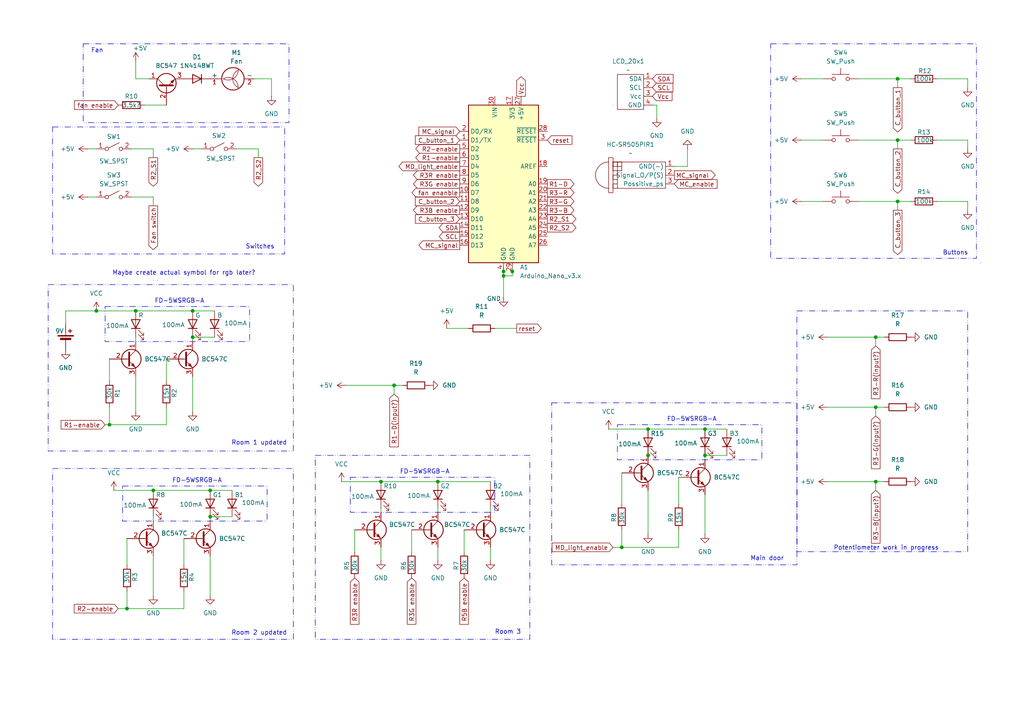
<source format=kicad_sch>
(kicad_sch
	(version 20231120)
	(generator "eeschema")
	(generator_version "8.0")
	(uuid "b726fc1f-30ae-44cd-958d-708c20b9733a")
	(paper "A4")
	(title_block
		(title "Semester project (smart house)")
		(date "2024-10-23")
		(rev "G man")
		(company "group 8")
		(comment 1 "Needs a lot of cleaning up")
		(comment 2 "needs some conponents replaced schematics")
		(comment 3 "pcb not even close to start")
		(comment 4 "potentiometers just put whatever its not really how you mark")
	)
	(lib_symbols
		(symbol "101020353:LCD_screen"
			(exclude_from_sim no)
			(in_bom yes)
			(on_board yes)
			(property "Reference" "LCD_20x4"
				(at -0.508 1.27 0)
				(effects
					(font
						(size 1.27 1.27)
					)
				)
			)
			(property "Value" ""
				(at 0 0 0)
				(effects
					(font
						(size 1.27 1.27)
					)
				)
			)
			(property "Footprint" ""
				(at 0 0 0)
				(effects
					(font
						(size 1.27 1.27)
					)
					(hide yes)
				)
			)
			(property "Datasheet" ""
				(at 0 0 0)
				(effects
					(font
						(size 1.27 1.27)
					)
					(hide yes)
				)
			)
			(property "Description" ""
				(at 0 0 0)
				(effects
					(font
						(size 1.27 1.27)
					)
					(hide yes)
				)
			)
			(symbol "LCD_screen_0_1"
				(rectangle
					(start -6.35 -10.16)
					(end -6.35 -10.16)
					(stroke
						(width 0)
						(type default)
					)
					(fill
						(type none)
					)
				)
				(rectangle
					(start -5.08 -1.27)
					(end 2.54 -11.43)
					(stroke
						(width 0)
						(type default)
					)
					(fill
						(type none)
					)
				)
			)
			(symbol "LCD_screen_1_1"
				(pin bidirectional line
					(at 5.08 -2.54 180)
					(length 2.54)
					(name "SDA"
						(effects
							(font
								(size 1.27 1.27)
							)
						)
					)
					(number "1"
						(effects
							(font
								(size 1.27 1.27)
							)
						)
					)
				)
				(pin bidirectional line
					(at 5.08 -5.08 180)
					(length 2.54)
					(name "SCL"
						(effects
							(font
								(size 1.27 1.27)
							)
						)
					)
					(number "2"
						(effects
							(font
								(size 1.27 1.27)
							)
						)
					)
				)
				(pin input line
					(at 5.08 -7.62 180)
					(length 2.54)
					(name "Vcc"
						(effects
							(font
								(size 1.27 1.27)
							)
						)
					)
					(number "3"
						(effects
							(font
								(size 1.27 1.27)
							)
						)
					)
				)
				(pin passive line
					(at 5.08 -10.16 180)
					(length 2.54)
					(name "GND"
						(effects
							(font
								(size 1.27 1.27)
							)
						)
					)
					(number "4"
						(effects
							(font
								(size 1.27 1.27)
							)
						)
					)
				)
			)
		)
		(symbol "101020353:Pir_sencor"
			(exclude_from_sim no)
			(in_bom yes)
			(on_board yes)
			(property "Reference" "HC–SR505PIR"
				(at 3.302 1.524 0)
				(effects
					(font
						(size 1.27 1.27)
					)
				)
			)
			(property "Value" ""
				(at 0 0 0)
				(effects
					(font
						(size 1.27 1.27)
					)
				)
			)
			(property "Footprint" ""
				(at 0 0 0)
				(effects
					(font
						(size 1.27 1.27)
					)
					(hide yes)
				)
			)
			(property "Datasheet" ""
				(at 0 0 0)
				(effects
					(font
						(size 1.27 1.27)
					)
					(hide yes)
				)
			)
			(property "Description" ""
				(at 0 0 0)
				(effects
					(font
						(size 1.27 1.27)
					)
					(hide yes)
				)
			)
			(symbol "Pir_sencor_0_1"
				(arc
					(start -8.89 -3.81)
					(mid -7.7741 -6.5041)
					(end -5.08 -7.62)
					(stroke
						(width 0)
						(type default)
					)
					(fill
						(type none)
					)
				)
				(arc
					(start -5.08 0)
					(mid -7.7741 -1.1159)
					(end -8.89 -3.81)
					(stroke
						(width 0)
						(type default)
					)
					(fill
						(type none)
					)
				)
				(rectangle
					(start -5.08 1.27)
					(end -3.81 -8.89)
					(stroke
						(width 0)
						(type default)
					)
					(fill
						(type none)
					)
				)
				(rectangle
					(start -3.81 0)
					(end -2.54 -1.27)
					(stroke
						(width 0)
						(type default)
					)
					(fill
						(type none)
					)
				)
				(rectangle
					(start -2.54 0)
					(end 11.43 -7.62)
					(stroke
						(width 0)
						(type default)
					)
					(fill
						(type none)
					)
				)
				(rectangle
					(start -1.27 -2.54)
					(end -3.81 0)
					(stroke
						(width 0)
						(type default)
					)
					(fill
						(type none)
					)
				)
				(polyline
					(pts
						(xy -2.54 -1.27) (xy -1.27 -1.27)
					)
					(stroke
						(width 0)
						(type default)
					)
					(fill
						(type none)
					)
				)
				(polyline
					(pts
						(xy -2.54 -6.35) (xy -3.81 -6.35) (xy -3.81 -7.62) (xy -2.54 -7.62)
					)
					(stroke
						(width 0)
						(type default)
					)
					(fill
						(type none)
					)
				)
				(polyline
					(pts
						(xy -2.54 -3.81) (xy -3.81 -3.81) (xy -3.81 -5.08) (xy -2.54 -5.08)
					)
					(stroke
						(width 0)
						(type default)
					)
					(fill
						(type none)
					)
				)
			)
			(symbol "Pir_sencor_1_1"
				(pin passive line
					(at 13.97 -1.27 180)
					(length 2.54)
					(name "GND(-)"
						(effects
							(font
								(size 1.27 1.27)
							)
						)
					)
					(number "1"
						(effects
							(font
								(size 1.27 1.27)
							)
						)
					)
				)
				(pin output line
					(at 13.97 -3.81 180)
					(length 2.54)
					(name "Signal_O/P(S)"
						(effects
							(font
								(size 1.27 1.27)
							)
						)
					)
					(number "2"
						(effects
							(font
								(size 1.27 1.27)
							)
						)
					)
				)
				(pin input line
					(at 13.97 -6.35 180)
					(length 2.54)
					(name "Possitive_ps"
						(effects
							(font
								(size 1.27 1.27)
							)
						)
					)
					(number "3"
						(effects
							(font
								(size 1.27 1.27)
							)
						)
					)
				)
			)
		)
		(symbol "Device:Battery_Cell"
			(pin_numbers hide)
			(pin_names
				(offset 0) hide)
			(exclude_from_sim no)
			(in_bom yes)
			(on_board yes)
			(property "Reference" "BT"
				(at 2.54 2.54 0)
				(effects
					(font
						(size 1.27 1.27)
					)
					(justify left)
				)
			)
			(property "Value" "Battery_Cell"
				(at 2.54 0 0)
				(effects
					(font
						(size 1.27 1.27)
					)
					(justify left)
				)
			)
			(property "Footprint" ""
				(at 0 1.524 90)
				(effects
					(font
						(size 1.27 1.27)
					)
					(hide yes)
				)
			)
			(property "Datasheet" "~"
				(at 0 1.524 90)
				(effects
					(font
						(size 1.27 1.27)
					)
					(hide yes)
				)
			)
			(property "Description" "Single-cell battery"
				(at 0 0 0)
				(effects
					(font
						(size 1.27 1.27)
					)
					(hide yes)
				)
			)
			(property "ki_keywords" "battery cell"
				(at 0 0 0)
				(effects
					(font
						(size 1.27 1.27)
					)
					(hide yes)
				)
			)
			(symbol "Battery_Cell_0_1"
				(rectangle
					(start -2.286 1.778)
					(end 2.286 1.524)
					(stroke
						(width 0)
						(type default)
					)
					(fill
						(type outline)
					)
				)
				(rectangle
					(start -1.524 1.016)
					(end 1.524 0.508)
					(stroke
						(width 0)
						(type default)
					)
					(fill
						(type outline)
					)
				)
				(polyline
					(pts
						(xy 0 0.762) (xy 0 0)
					)
					(stroke
						(width 0)
						(type default)
					)
					(fill
						(type none)
					)
				)
				(polyline
					(pts
						(xy 0 1.778) (xy 0 2.54)
					)
					(stroke
						(width 0)
						(type default)
					)
					(fill
						(type none)
					)
				)
				(polyline
					(pts
						(xy 0.762 3.048) (xy 1.778 3.048)
					)
					(stroke
						(width 0.254)
						(type default)
					)
					(fill
						(type none)
					)
				)
				(polyline
					(pts
						(xy 1.27 3.556) (xy 1.27 2.54)
					)
					(stroke
						(width 0.254)
						(type default)
					)
					(fill
						(type none)
					)
				)
			)
			(symbol "Battery_Cell_1_1"
				(pin passive line
					(at 0 5.08 270)
					(length 2.54)
					(name "+"
						(effects
							(font
								(size 1.27 1.27)
							)
						)
					)
					(number "1"
						(effects
							(font
								(size 1.27 1.27)
							)
						)
					)
				)
				(pin passive line
					(at 0 -2.54 90)
					(length 2.54)
					(name "-"
						(effects
							(font
								(size 1.27 1.27)
							)
						)
					)
					(number "2"
						(effects
							(font
								(size 1.27 1.27)
							)
						)
					)
				)
			)
		)
		(symbol "Device:LED"
			(pin_numbers hide)
			(pin_names
				(offset 1.016) hide)
			(exclude_from_sim no)
			(in_bom yes)
			(on_board yes)
			(property "Reference" "D"
				(at 0 2.54 0)
				(effects
					(font
						(size 1.27 1.27)
					)
				)
			)
			(property "Value" "LED"
				(at 0 -2.54 0)
				(effects
					(font
						(size 1.27 1.27)
					)
				)
			)
			(property "Footprint" ""
				(at 0 0 0)
				(effects
					(font
						(size 1.27 1.27)
					)
					(hide yes)
				)
			)
			(property "Datasheet" "~"
				(at 0 0 0)
				(effects
					(font
						(size 1.27 1.27)
					)
					(hide yes)
				)
			)
			(property "Description" "Light emitting diode"
				(at 0 0 0)
				(effects
					(font
						(size 1.27 1.27)
					)
					(hide yes)
				)
			)
			(property "ki_keywords" "LED diode"
				(at 0 0 0)
				(effects
					(font
						(size 1.27 1.27)
					)
					(hide yes)
				)
			)
			(property "ki_fp_filters" "LED* LED_SMD:* LED_THT:*"
				(at 0 0 0)
				(effects
					(font
						(size 1.27 1.27)
					)
					(hide yes)
				)
			)
			(symbol "LED_0_1"
				(polyline
					(pts
						(xy -1.27 -1.27) (xy -1.27 1.27)
					)
					(stroke
						(width 0.254)
						(type default)
					)
					(fill
						(type none)
					)
				)
				(polyline
					(pts
						(xy -1.27 0) (xy 1.27 0)
					)
					(stroke
						(width 0)
						(type default)
					)
					(fill
						(type none)
					)
				)
				(polyline
					(pts
						(xy 1.27 -1.27) (xy 1.27 1.27) (xy -1.27 0) (xy 1.27 -1.27)
					)
					(stroke
						(width 0.254)
						(type default)
					)
					(fill
						(type none)
					)
				)
				(polyline
					(pts
						(xy -3.048 -0.762) (xy -4.572 -2.286) (xy -3.81 -2.286) (xy -4.572 -2.286) (xy -4.572 -1.524)
					)
					(stroke
						(width 0)
						(type default)
					)
					(fill
						(type none)
					)
				)
				(polyline
					(pts
						(xy -1.778 -0.762) (xy -3.302 -2.286) (xy -2.54 -2.286) (xy -3.302 -2.286) (xy -3.302 -1.524)
					)
					(stroke
						(width 0)
						(type default)
					)
					(fill
						(type none)
					)
				)
			)
			(symbol "LED_1_1"
				(pin passive line
					(at -3.81 0 0)
					(length 2.54)
					(name "K"
						(effects
							(font
								(size 1.27 1.27)
							)
						)
					)
					(number "1"
						(effects
							(font
								(size 1.27 1.27)
							)
						)
					)
				)
				(pin passive line
					(at 3.81 0 180)
					(length 2.54)
					(name "A"
						(effects
							(font
								(size 1.27 1.27)
							)
						)
					)
					(number "2"
						(effects
							(font
								(size 1.27 1.27)
							)
						)
					)
				)
			)
		)
		(symbol "Device:R"
			(pin_numbers hide)
			(pin_names
				(offset 0)
			)
			(exclude_from_sim no)
			(in_bom yes)
			(on_board yes)
			(property "Reference" "R"
				(at 2.032 0 90)
				(effects
					(font
						(size 1.27 1.27)
					)
				)
			)
			(property "Value" "R"
				(at 0 0 90)
				(effects
					(font
						(size 1.27 1.27)
					)
				)
			)
			(property "Footprint" ""
				(at -1.778 0 90)
				(effects
					(font
						(size 1.27 1.27)
					)
					(hide yes)
				)
			)
			(property "Datasheet" "~"
				(at 0 0 0)
				(effects
					(font
						(size 1.27 1.27)
					)
					(hide yes)
				)
			)
			(property "Description" "Resistor"
				(at 0 0 0)
				(effects
					(font
						(size 1.27 1.27)
					)
					(hide yes)
				)
			)
			(property "ki_keywords" "R res resistor"
				(at 0 0 0)
				(effects
					(font
						(size 1.27 1.27)
					)
					(hide yes)
				)
			)
			(property "ki_fp_filters" "R_*"
				(at 0 0 0)
				(effects
					(font
						(size 1.27 1.27)
					)
					(hide yes)
				)
			)
			(symbol "R_0_1"
				(rectangle
					(start -1.016 -2.54)
					(end 1.016 2.54)
					(stroke
						(width 0.254)
						(type default)
					)
					(fill
						(type none)
					)
				)
			)
			(symbol "R_1_1"
				(pin passive line
					(at 0 3.81 270)
					(length 1.27)
					(name "~"
						(effects
							(font
								(size 1.27 1.27)
							)
						)
					)
					(number "1"
						(effects
							(font
								(size 1.27 1.27)
							)
						)
					)
				)
				(pin passive line
					(at 0 -3.81 90)
					(length 1.27)
					(name "~"
						(effects
							(font
								(size 1.27 1.27)
							)
						)
					)
					(number "2"
						(effects
							(font
								(size 1.27 1.27)
							)
						)
					)
				)
			)
		)
		(symbol "Diode:1N4148WT"
			(pin_numbers hide)
			(pin_names hide)
			(exclude_from_sim no)
			(in_bom yes)
			(on_board yes)
			(property "Reference" "D"
				(at 0 2.54 0)
				(effects
					(font
						(size 1.27 1.27)
					)
				)
			)
			(property "Value" "1N4148WT"
				(at 0 -2.54 0)
				(effects
					(font
						(size 1.27 1.27)
					)
				)
			)
			(property "Footprint" "Diode_SMD:D_SOD-523"
				(at 0 -4.445 0)
				(effects
					(font
						(size 1.27 1.27)
					)
					(hide yes)
				)
			)
			(property "Datasheet" "https://www.diodes.com/assets/Datasheets/ds30396.pdf"
				(at 0 0 0)
				(effects
					(font
						(size 1.27 1.27)
					)
					(hide yes)
				)
			)
			(property "Description" "75V 0.15A Fast switching Diode, SOD-523"
				(at 0 0 0)
				(effects
					(font
						(size 1.27 1.27)
					)
					(hide yes)
				)
			)
			(property "Sim.Device" "D"
				(at 0 0 0)
				(effects
					(font
						(size 1.27 1.27)
					)
					(hide yes)
				)
			)
			(property "Sim.Pins" "1=K 2=A"
				(at 0 0 0)
				(effects
					(font
						(size 1.27 1.27)
					)
					(hide yes)
				)
			)
			(property "ki_keywords" "diode"
				(at 0 0 0)
				(effects
					(font
						(size 1.27 1.27)
					)
					(hide yes)
				)
			)
			(property "ki_fp_filters" "D*SOD?523*"
				(at 0 0 0)
				(effects
					(font
						(size 1.27 1.27)
					)
					(hide yes)
				)
			)
			(symbol "1N4148WT_0_1"
				(polyline
					(pts
						(xy -1.27 1.27) (xy -1.27 -1.27)
					)
					(stroke
						(width 0.254)
						(type default)
					)
					(fill
						(type none)
					)
				)
				(polyline
					(pts
						(xy 1.27 0) (xy -1.27 0)
					)
					(stroke
						(width 0)
						(type default)
					)
					(fill
						(type none)
					)
				)
				(polyline
					(pts
						(xy 1.27 1.27) (xy 1.27 -1.27) (xy -1.27 0) (xy 1.27 1.27)
					)
					(stroke
						(width 0.254)
						(type default)
					)
					(fill
						(type none)
					)
				)
			)
			(symbol "1N4148WT_1_1"
				(pin passive line
					(at -3.81 0 0)
					(length 2.54)
					(name "K"
						(effects
							(font
								(size 1.27 1.27)
							)
						)
					)
					(number "1"
						(effects
							(font
								(size 1.27 1.27)
							)
						)
					)
				)
				(pin passive line
					(at 3.81 0 180)
					(length 2.54)
					(name "A"
						(effects
							(font
								(size 1.27 1.27)
							)
						)
					)
					(number "2"
						(effects
							(font
								(size 1.27 1.27)
							)
						)
					)
				)
			)
		)
		(symbol "MCU_Module:Arduino_Nano_v3.x"
			(exclude_from_sim no)
			(in_bom yes)
			(on_board yes)
			(property "Reference" "A"
				(at -10.16 23.495 0)
				(effects
					(font
						(size 1.27 1.27)
					)
					(justify left bottom)
				)
			)
			(property "Value" "Arduino_Nano_v3.x"
				(at 5.08 -24.13 0)
				(effects
					(font
						(size 1.27 1.27)
					)
					(justify left top)
				)
			)
			(property "Footprint" "Module:Arduino_Nano"
				(at 0 0 0)
				(effects
					(font
						(size 1.27 1.27)
						(italic yes)
					)
					(hide yes)
				)
			)
			(property "Datasheet" "http://www.mouser.com/pdfdocs/Gravitech_Arduino_Nano3_0.pdf"
				(at 0 0 0)
				(effects
					(font
						(size 1.27 1.27)
					)
					(hide yes)
				)
			)
			(property "Description" "Arduino Nano v3.x"
				(at 0 0 0)
				(effects
					(font
						(size 1.27 1.27)
					)
					(hide yes)
				)
			)
			(property "ki_keywords" "Arduino nano microcontroller module USB"
				(at 0 0 0)
				(effects
					(font
						(size 1.27 1.27)
					)
					(hide yes)
				)
			)
			(property "ki_fp_filters" "Arduino*Nano*"
				(at 0 0 0)
				(effects
					(font
						(size 1.27 1.27)
					)
					(hide yes)
				)
			)
			(symbol "Arduino_Nano_v3.x_0_1"
				(rectangle
					(start -10.16 22.86)
					(end 10.16 -22.86)
					(stroke
						(width 0.254)
						(type default)
					)
					(fill
						(type background)
					)
				)
			)
			(symbol "Arduino_Nano_v3.x_1_1"
				(pin bidirectional line
					(at -12.7 12.7 0)
					(length 2.54)
					(name "D1/TX"
						(effects
							(font
								(size 1.27 1.27)
							)
						)
					)
					(number "1"
						(effects
							(font
								(size 1.27 1.27)
							)
						)
					)
				)
				(pin bidirectional line
					(at -12.7 -2.54 0)
					(length 2.54)
					(name "D7"
						(effects
							(font
								(size 1.27 1.27)
							)
						)
					)
					(number "10"
						(effects
							(font
								(size 1.27 1.27)
							)
						)
					)
				)
				(pin bidirectional line
					(at -12.7 -5.08 0)
					(length 2.54)
					(name "D8"
						(effects
							(font
								(size 1.27 1.27)
							)
						)
					)
					(number "11"
						(effects
							(font
								(size 1.27 1.27)
							)
						)
					)
				)
				(pin bidirectional line
					(at -12.7 -7.62 0)
					(length 2.54)
					(name "D9"
						(effects
							(font
								(size 1.27 1.27)
							)
						)
					)
					(number "12"
						(effects
							(font
								(size 1.27 1.27)
							)
						)
					)
				)
				(pin bidirectional line
					(at -12.7 -10.16 0)
					(length 2.54)
					(name "D10"
						(effects
							(font
								(size 1.27 1.27)
							)
						)
					)
					(number "13"
						(effects
							(font
								(size 1.27 1.27)
							)
						)
					)
				)
				(pin bidirectional line
					(at -12.7 -12.7 0)
					(length 2.54)
					(name "D11"
						(effects
							(font
								(size 1.27 1.27)
							)
						)
					)
					(number "14"
						(effects
							(font
								(size 1.27 1.27)
							)
						)
					)
				)
				(pin bidirectional line
					(at -12.7 -15.24 0)
					(length 2.54)
					(name "D12"
						(effects
							(font
								(size 1.27 1.27)
							)
						)
					)
					(number "15"
						(effects
							(font
								(size 1.27 1.27)
							)
						)
					)
				)
				(pin bidirectional line
					(at -12.7 -17.78 0)
					(length 2.54)
					(name "D13"
						(effects
							(font
								(size 1.27 1.27)
							)
						)
					)
					(number "16"
						(effects
							(font
								(size 1.27 1.27)
							)
						)
					)
				)
				(pin power_out line
					(at 2.54 25.4 270)
					(length 2.54)
					(name "3V3"
						(effects
							(font
								(size 1.27 1.27)
							)
						)
					)
					(number "17"
						(effects
							(font
								(size 1.27 1.27)
							)
						)
					)
				)
				(pin input line
					(at 12.7 5.08 180)
					(length 2.54)
					(name "AREF"
						(effects
							(font
								(size 1.27 1.27)
							)
						)
					)
					(number "18"
						(effects
							(font
								(size 1.27 1.27)
							)
						)
					)
				)
				(pin bidirectional line
					(at 12.7 0 180)
					(length 2.54)
					(name "A0"
						(effects
							(font
								(size 1.27 1.27)
							)
						)
					)
					(number "19"
						(effects
							(font
								(size 1.27 1.27)
							)
						)
					)
				)
				(pin bidirectional line
					(at -12.7 15.24 0)
					(length 2.54)
					(name "D0/RX"
						(effects
							(font
								(size 1.27 1.27)
							)
						)
					)
					(number "2"
						(effects
							(font
								(size 1.27 1.27)
							)
						)
					)
				)
				(pin bidirectional line
					(at 12.7 -2.54 180)
					(length 2.54)
					(name "A1"
						(effects
							(font
								(size 1.27 1.27)
							)
						)
					)
					(number "20"
						(effects
							(font
								(size 1.27 1.27)
							)
						)
					)
				)
				(pin bidirectional line
					(at 12.7 -5.08 180)
					(length 2.54)
					(name "A2"
						(effects
							(font
								(size 1.27 1.27)
							)
						)
					)
					(number "21"
						(effects
							(font
								(size 1.27 1.27)
							)
						)
					)
				)
				(pin bidirectional line
					(at 12.7 -7.62 180)
					(length 2.54)
					(name "A3"
						(effects
							(font
								(size 1.27 1.27)
							)
						)
					)
					(number "22"
						(effects
							(font
								(size 1.27 1.27)
							)
						)
					)
				)
				(pin bidirectional line
					(at 12.7 -10.16 180)
					(length 2.54)
					(name "A4"
						(effects
							(font
								(size 1.27 1.27)
							)
						)
					)
					(number "23"
						(effects
							(font
								(size 1.27 1.27)
							)
						)
					)
				)
				(pin bidirectional line
					(at 12.7 -12.7 180)
					(length 2.54)
					(name "A5"
						(effects
							(font
								(size 1.27 1.27)
							)
						)
					)
					(number "24"
						(effects
							(font
								(size 1.27 1.27)
							)
						)
					)
				)
				(pin bidirectional line
					(at 12.7 -15.24 180)
					(length 2.54)
					(name "A6"
						(effects
							(font
								(size 1.27 1.27)
							)
						)
					)
					(number "25"
						(effects
							(font
								(size 1.27 1.27)
							)
						)
					)
				)
				(pin bidirectional line
					(at 12.7 -17.78 180)
					(length 2.54)
					(name "A7"
						(effects
							(font
								(size 1.27 1.27)
							)
						)
					)
					(number "26"
						(effects
							(font
								(size 1.27 1.27)
							)
						)
					)
				)
				(pin power_out line
					(at 5.08 25.4 270)
					(length 2.54)
					(name "+5V"
						(effects
							(font
								(size 1.27 1.27)
							)
						)
					)
					(number "27"
						(effects
							(font
								(size 1.27 1.27)
							)
						)
					)
				)
				(pin input line
					(at 12.7 15.24 180)
					(length 2.54)
					(name "~{RESET}"
						(effects
							(font
								(size 1.27 1.27)
							)
						)
					)
					(number "28"
						(effects
							(font
								(size 1.27 1.27)
							)
						)
					)
				)
				(pin power_in line
					(at 2.54 -25.4 90)
					(length 2.54)
					(name "GND"
						(effects
							(font
								(size 1.27 1.27)
							)
						)
					)
					(number "29"
						(effects
							(font
								(size 1.27 1.27)
							)
						)
					)
				)
				(pin input line
					(at 12.7 12.7 180)
					(length 2.54)
					(name "~{RESET}"
						(effects
							(font
								(size 1.27 1.27)
							)
						)
					)
					(number "3"
						(effects
							(font
								(size 1.27 1.27)
							)
						)
					)
				)
				(pin power_in line
					(at -2.54 25.4 270)
					(length 2.54)
					(name "VIN"
						(effects
							(font
								(size 1.27 1.27)
							)
						)
					)
					(number "30"
						(effects
							(font
								(size 1.27 1.27)
							)
						)
					)
				)
				(pin power_in line
					(at 0 -25.4 90)
					(length 2.54)
					(name "GND"
						(effects
							(font
								(size 1.27 1.27)
							)
						)
					)
					(number "4"
						(effects
							(font
								(size 1.27 1.27)
							)
						)
					)
				)
				(pin bidirectional line
					(at -12.7 10.16 0)
					(length 2.54)
					(name "D2"
						(effects
							(font
								(size 1.27 1.27)
							)
						)
					)
					(number "5"
						(effects
							(font
								(size 1.27 1.27)
							)
						)
					)
				)
				(pin bidirectional line
					(at -12.7 7.62 0)
					(length 2.54)
					(name "D3"
						(effects
							(font
								(size 1.27 1.27)
							)
						)
					)
					(number "6"
						(effects
							(font
								(size 1.27 1.27)
							)
						)
					)
				)
				(pin bidirectional line
					(at -12.7 5.08 0)
					(length 2.54)
					(name "D4"
						(effects
							(font
								(size 1.27 1.27)
							)
						)
					)
					(number "7"
						(effects
							(font
								(size 1.27 1.27)
							)
						)
					)
				)
				(pin bidirectional line
					(at -12.7 2.54 0)
					(length 2.54)
					(name "D5"
						(effects
							(font
								(size 1.27 1.27)
							)
						)
					)
					(number "8"
						(effects
							(font
								(size 1.27 1.27)
							)
						)
					)
				)
				(pin bidirectional line
					(at -12.7 0 0)
					(length 2.54)
					(name "D6"
						(effects
							(font
								(size 1.27 1.27)
							)
						)
					)
					(number "9"
						(effects
							(font
								(size 1.27 1.27)
							)
						)
					)
				)
			)
		)
		(symbol "Motor:Fan"
			(pin_names
				(offset 0)
			)
			(exclude_from_sim no)
			(in_bom yes)
			(on_board yes)
			(property "Reference" "M"
				(at 2.54 5.08 0)
				(effects
					(font
						(size 1.27 1.27)
					)
					(justify left)
				)
			)
			(property "Value" "Fan"
				(at 2.54 -2.54 0)
				(effects
					(font
						(size 1.27 1.27)
					)
					(justify left top)
				)
			)
			(property "Footprint" ""
				(at 0 0.254 0)
				(effects
					(font
						(size 1.27 1.27)
					)
					(hide yes)
				)
			)
			(property "Datasheet" "~"
				(at 0 0.254 0)
				(effects
					(font
						(size 1.27 1.27)
					)
					(hide yes)
				)
			)
			(property "Description" "Fan"
				(at 0 0 0)
				(effects
					(font
						(size 1.27 1.27)
					)
					(hide yes)
				)
			)
			(property "ki_keywords" "Fan Motor"
				(at 0 0 0)
				(effects
					(font
						(size 1.27 1.27)
					)
					(hide yes)
				)
			)
			(property "ki_fp_filters" "PinHeader*P2.54mm* TerminalBlock*"
				(at 0 0 0)
				(effects
					(font
						(size 1.27 1.27)
					)
					(hide yes)
				)
			)
			(symbol "Fan_0_1"
				(arc
					(start -2.54 -0.508)
					(mid 0.0028 0.9121)
					(end 0 3.81)
					(stroke
						(width 0)
						(type default)
					)
					(fill
						(type none)
					)
				)
				(polyline
					(pts
						(xy 0 -5.08) (xy 0 -4.572)
					)
					(stroke
						(width 0)
						(type default)
					)
					(fill
						(type none)
					)
				)
				(polyline
					(pts
						(xy 0 -2.2352) (xy 0 -2.6416)
					)
					(stroke
						(width 0)
						(type default)
					)
					(fill
						(type none)
					)
				)
				(polyline
					(pts
						(xy 0 4.2672) (xy 0 4.6228)
					)
					(stroke
						(width 0)
						(type default)
					)
					(fill
						(type none)
					)
				)
				(polyline
					(pts
						(xy 0 4.572) (xy 0 5.08)
					)
					(stroke
						(width 0)
						(type default)
					)
					(fill
						(type none)
					)
				)
				(circle
					(center 0 1.016)
					(radius 3.2512)
					(stroke
						(width 0.254)
						(type default)
					)
					(fill
						(type none)
					)
				)
				(arc
					(start 0 3.81)
					(mid 0.053 0.921)
					(end 2.54 -0.508)
					(stroke
						(width 0)
						(type default)
					)
					(fill
						(type none)
					)
				)
				(arc
					(start 2.54 -0.508)
					(mid 0 1.0618)
					(end -2.54 -0.508)
					(stroke
						(width 0)
						(type default)
					)
					(fill
						(type none)
					)
				)
			)
			(symbol "Fan_1_1"
				(pin passive line
					(at 0 7.62 270)
					(length 2.54)
					(name "+"
						(effects
							(font
								(size 1.27 1.27)
							)
						)
					)
					(number "1"
						(effects
							(font
								(size 1.27 1.27)
							)
						)
					)
				)
				(pin passive line
					(at 0 -5.08 90)
					(length 2.54)
					(name "-"
						(effects
							(font
								(size 1.27 1.27)
							)
						)
					)
					(number "2"
						(effects
							(font
								(size 1.27 1.27)
							)
						)
					)
				)
			)
		)
		(symbol "Switch:SW_Push"
			(pin_numbers hide)
			(pin_names
				(offset 1.016) hide)
			(exclude_from_sim no)
			(in_bom yes)
			(on_board yes)
			(property "Reference" "SW"
				(at 1.27 2.54 0)
				(effects
					(font
						(size 1.27 1.27)
					)
					(justify left)
				)
			)
			(property "Value" "SW_Push"
				(at 0 -1.524 0)
				(effects
					(font
						(size 1.27 1.27)
					)
				)
			)
			(property "Footprint" ""
				(at 0 5.08 0)
				(effects
					(font
						(size 1.27 1.27)
					)
					(hide yes)
				)
			)
			(property "Datasheet" "~"
				(at 0 5.08 0)
				(effects
					(font
						(size 1.27 1.27)
					)
					(hide yes)
				)
			)
			(property "Description" "Push button switch, generic, two pins"
				(at 0 0 0)
				(effects
					(font
						(size 1.27 1.27)
					)
					(hide yes)
				)
			)
			(property "ki_keywords" "switch normally-open pushbutton push-button"
				(at 0 0 0)
				(effects
					(font
						(size 1.27 1.27)
					)
					(hide yes)
				)
			)
			(symbol "SW_Push_0_1"
				(circle
					(center -2.032 0)
					(radius 0.508)
					(stroke
						(width 0)
						(type default)
					)
					(fill
						(type none)
					)
				)
				(polyline
					(pts
						(xy 0 1.27) (xy 0 3.048)
					)
					(stroke
						(width 0)
						(type default)
					)
					(fill
						(type none)
					)
				)
				(polyline
					(pts
						(xy 2.54 1.27) (xy -2.54 1.27)
					)
					(stroke
						(width 0)
						(type default)
					)
					(fill
						(type none)
					)
				)
				(circle
					(center 2.032 0)
					(radius 0.508)
					(stroke
						(width 0)
						(type default)
					)
					(fill
						(type none)
					)
				)
				(pin passive line
					(at -5.08 0 0)
					(length 2.54)
					(name "1"
						(effects
							(font
								(size 1.27 1.27)
							)
						)
					)
					(number "1"
						(effects
							(font
								(size 1.27 1.27)
							)
						)
					)
				)
				(pin passive line
					(at 5.08 0 180)
					(length 2.54)
					(name "2"
						(effects
							(font
								(size 1.27 1.27)
							)
						)
					)
					(number "2"
						(effects
							(font
								(size 1.27 1.27)
							)
						)
					)
				)
			)
		)
		(symbol "Switch:SW_SPST"
			(pin_names
				(offset 0) hide)
			(exclude_from_sim no)
			(in_bom yes)
			(on_board yes)
			(property "Reference" "SW"
				(at 0 3.175 0)
				(effects
					(font
						(size 1.27 1.27)
					)
				)
			)
			(property "Value" "SW_SPST"
				(at 0 -2.54 0)
				(effects
					(font
						(size 1.27 1.27)
					)
				)
			)
			(property "Footprint" ""
				(at 0 0 0)
				(effects
					(font
						(size 1.27 1.27)
					)
					(hide yes)
				)
			)
			(property "Datasheet" "~"
				(at 0 0 0)
				(effects
					(font
						(size 1.27 1.27)
					)
					(hide yes)
				)
			)
			(property "Description" "Single Pole Single Throw (SPST) switch"
				(at 0 0 0)
				(effects
					(font
						(size 1.27 1.27)
					)
					(hide yes)
				)
			)
			(property "ki_keywords" "switch lever"
				(at 0 0 0)
				(effects
					(font
						(size 1.27 1.27)
					)
					(hide yes)
				)
			)
			(symbol "SW_SPST_0_0"
				(circle
					(center -2.032 0)
					(radius 0.508)
					(stroke
						(width 0)
						(type default)
					)
					(fill
						(type none)
					)
				)
				(polyline
					(pts
						(xy -1.524 0.254) (xy 1.524 1.778)
					)
					(stroke
						(width 0)
						(type default)
					)
					(fill
						(type none)
					)
				)
				(circle
					(center 2.032 0)
					(radius 0.508)
					(stroke
						(width 0)
						(type default)
					)
					(fill
						(type none)
					)
				)
			)
			(symbol "SW_SPST_1_1"
				(pin passive line
					(at -5.08 0 0)
					(length 2.54)
					(name "A"
						(effects
							(font
								(size 1.27 1.27)
							)
						)
					)
					(number "1"
						(effects
							(font
								(size 1.27 1.27)
							)
						)
					)
				)
				(pin passive line
					(at 5.08 0 180)
					(length 2.54)
					(name "B"
						(effects
							(font
								(size 1.27 1.27)
							)
						)
					)
					(number "2"
						(effects
							(font
								(size 1.27 1.27)
							)
						)
					)
				)
			)
		)
		(symbol "Transistor_BJT:BC547"
			(pin_names
				(offset 0) hide)
			(exclude_from_sim no)
			(in_bom yes)
			(on_board yes)
			(property "Reference" "Q"
				(at 5.08 1.905 0)
				(effects
					(font
						(size 1.27 1.27)
					)
					(justify left)
				)
			)
			(property "Value" "BC547"
				(at 5.08 0 0)
				(effects
					(font
						(size 1.27 1.27)
					)
					(justify left)
				)
			)
			(property "Footprint" "Package_TO_SOT_THT:TO-92_Inline"
				(at 5.08 -1.905 0)
				(effects
					(font
						(size 1.27 1.27)
						(italic yes)
					)
					(justify left)
					(hide yes)
				)
			)
			(property "Datasheet" "https://www.onsemi.com/pub/Collateral/BC550-D.pdf"
				(at 0 0 0)
				(effects
					(font
						(size 1.27 1.27)
					)
					(justify left)
					(hide yes)
				)
			)
			(property "Description" "0.1A Ic, 45V Vce, Small Signal NPN Transistor, TO-92"
				(at 0 0 0)
				(effects
					(font
						(size 1.27 1.27)
					)
					(hide yes)
				)
			)
			(property "ki_keywords" "NPN Transistor"
				(at 0 0 0)
				(effects
					(font
						(size 1.27 1.27)
					)
					(hide yes)
				)
			)
			(property "ki_fp_filters" "TO?92*"
				(at 0 0 0)
				(effects
					(font
						(size 1.27 1.27)
					)
					(hide yes)
				)
			)
			(symbol "BC547_0_1"
				(polyline
					(pts
						(xy 0 0) (xy 0.635 0)
					)
					(stroke
						(width 0)
						(type default)
					)
					(fill
						(type none)
					)
				)
				(polyline
					(pts
						(xy 0.635 0.635) (xy 2.54 2.54)
					)
					(stroke
						(width 0)
						(type default)
					)
					(fill
						(type none)
					)
				)
				(polyline
					(pts
						(xy 0.635 -0.635) (xy 2.54 -2.54) (xy 2.54 -2.54)
					)
					(stroke
						(width 0)
						(type default)
					)
					(fill
						(type none)
					)
				)
				(polyline
					(pts
						(xy 0.635 1.905) (xy 0.635 -1.905) (xy 0.635 -1.905)
					)
					(stroke
						(width 0.508)
						(type default)
					)
					(fill
						(type none)
					)
				)
				(polyline
					(pts
						(xy 1.27 -1.778) (xy 1.778 -1.27) (xy 2.286 -2.286) (xy 1.27 -1.778) (xy 1.27 -1.778)
					)
					(stroke
						(width 0)
						(type default)
					)
					(fill
						(type outline)
					)
				)
				(circle
					(center 1.27 0)
					(radius 2.8194)
					(stroke
						(width 0.254)
						(type default)
					)
					(fill
						(type none)
					)
				)
			)
			(symbol "BC547_1_1"
				(pin passive line
					(at 2.54 5.08 270)
					(length 2.54)
					(name "C"
						(effects
							(font
								(size 1.27 1.27)
							)
						)
					)
					(number "1"
						(effects
							(font
								(size 1.27 1.27)
							)
						)
					)
				)
				(pin input line
					(at -5.08 0 0)
					(length 5.08)
					(name "B"
						(effects
							(font
								(size 1.27 1.27)
							)
						)
					)
					(number "2"
						(effects
							(font
								(size 1.27 1.27)
							)
						)
					)
				)
				(pin passive line
					(at 2.54 -5.08 90)
					(length 2.54)
					(name "E"
						(effects
							(font
								(size 1.27 1.27)
							)
						)
					)
					(number "3"
						(effects
							(font
								(size 1.27 1.27)
							)
						)
					)
				)
			)
		)
		(symbol "power:+5V"
			(power)
			(pin_numbers hide)
			(pin_names
				(offset 0) hide)
			(exclude_from_sim no)
			(in_bom yes)
			(on_board yes)
			(property "Reference" "#PWR"
				(at 0 -3.81 0)
				(effects
					(font
						(size 1.27 1.27)
					)
					(hide yes)
				)
			)
			(property "Value" "+5V"
				(at 0 3.556 0)
				(effects
					(font
						(size 1.27 1.27)
					)
				)
			)
			(property "Footprint" ""
				(at 0 0 0)
				(effects
					(font
						(size 1.27 1.27)
					)
					(hide yes)
				)
			)
			(property "Datasheet" ""
				(at 0 0 0)
				(effects
					(font
						(size 1.27 1.27)
					)
					(hide yes)
				)
			)
			(property "Description" "Power symbol creates a global label with name \"+5V\""
				(at 0 0 0)
				(effects
					(font
						(size 1.27 1.27)
					)
					(hide yes)
				)
			)
			(property "ki_keywords" "global power"
				(at 0 0 0)
				(effects
					(font
						(size 1.27 1.27)
					)
					(hide yes)
				)
			)
			(symbol "+5V_0_1"
				(polyline
					(pts
						(xy -0.762 1.27) (xy 0 2.54)
					)
					(stroke
						(width 0)
						(type default)
					)
					(fill
						(type none)
					)
				)
				(polyline
					(pts
						(xy 0 0) (xy 0 2.54)
					)
					(stroke
						(width 0)
						(type default)
					)
					(fill
						(type none)
					)
				)
				(polyline
					(pts
						(xy 0 2.54) (xy 0.762 1.27)
					)
					(stroke
						(width 0)
						(type default)
					)
					(fill
						(type none)
					)
				)
			)
			(symbol "+5V_1_1"
				(pin power_in line
					(at 0 0 90)
					(length 0)
					(name "~"
						(effects
							(font
								(size 1.27 1.27)
							)
						)
					)
					(number "1"
						(effects
							(font
								(size 1.27 1.27)
							)
						)
					)
				)
			)
		)
		(symbol "power:GND"
			(power)
			(pin_numbers hide)
			(pin_names
				(offset 0) hide)
			(exclude_from_sim no)
			(in_bom yes)
			(on_board yes)
			(property "Reference" "#PWR"
				(at 0 -6.35 0)
				(effects
					(font
						(size 1.27 1.27)
					)
					(hide yes)
				)
			)
			(property "Value" "GND"
				(at 0 -3.81 0)
				(effects
					(font
						(size 1.27 1.27)
					)
				)
			)
			(property "Footprint" ""
				(at 0 0 0)
				(effects
					(font
						(size 1.27 1.27)
					)
					(hide yes)
				)
			)
			(property "Datasheet" ""
				(at 0 0 0)
				(effects
					(font
						(size 1.27 1.27)
					)
					(hide yes)
				)
			)
			(property "Description" "Power symbol creates a global label with name \"GND\" , ground"
				(at 0 0 0)
				(effects
					(font
						(size 1.27 1.27)
					)
					(hide yes)
				)
			)
			(property "ki_keywords" "global power"
				(at 0 0 0)
				(effects
					(font
						(size 1.27 1.27)
					)
					(hide yes)
				)
			)
			(symbol "GND_0_1"
				(polyline
					(pts
						(xy 0 0) (xy 0 -1.27) (xy 1.27 -1.27) (xy 0 -2.54) (xy -1.27 -1.27) (xy 0 -1.27)
					)
					(stroke
						(width 0)
						(type default)
					)
					(fill
						(type none)
					)
				)
			)
			(symbol "GND_1_1"
				(pin power_in line
					(at 0 0 270)
					(length 0)
					(name "~"
						(effects
							(font
								(size 1.27 1.27)
							)
						)
					)
					(number "1"
						(effects
							(font
								(size 1.27 1.27)
							)
						)
					)
				)
			)
		)
		(symbol "power:VCC"
			(power)
			(pin_numbers hide)
			(pin_names
				(offset 0) hide)
			(exclude_from_sim no)
			(in_bom yes)
			(on_board yes)
			(property "Reference" "#PWR"
				(at 0 -3.81 0)
				(effects
					(font
						(size 1.27 1.27)
					)
					(hide yes)
				)
			)
			(property "Value" "VCC"
				(at 0 3.556 0)
				(effects
					(font
						(size 1.27 1.27)
					)
				)
			)
			(property "Footprint" ""
				(at 0 0 0)
				(effects
					(font
						(size 1.27 1.27)
					)
					(hide yes)
				)
			)
			(property "Datasheet" ""
				(at 0 0 0)
				(effects
					(font
						(size 1.27 1.27)
					)
					(hide yes)
				)
			)
			(property "Description" "Power symbol creates a global label with name \"VCC\""
				(at 0 0 0)
				(effects
					(font
						(size 1.27 1.27)
					)
					(hide yes)
				)
			)
			(property "ki_keywords" "global power"
				(at 0 0 0)
				(effects
					(font
						(size 1.27 1.27)
					)
					(hide yes)
				)
			)
			(symbol "VCC_0_1"
				(polyline
					(pts
						(xy -0.762 1.27) (xy 0 2.54)
					)
					(stroke
						(width 0)
						(type default)
					)
					(fill
						(type none)
					)
				)
				(polyline
					(pts
						(xy 0 0) (xy 0 2.54)
					)
					(stroke
						(width 0)
						(type default)
					)
					(fill
						(type none)
					)
				)
				(polyline
					(pts
						(xy 0 2.54) (xy 0.762 1.27)
					)
					(stroke
						(width 0)
						(type default)
					)
					(fill
						(type none)
					)
				)
			)
			(symbol "VCC_1_1"
				(pin power_in line
					(at 0 0 90)
					(length 0)
					(name "~"
						(effects
							(font
								(size 1.27 1.27)
							)
						)
					)
					(number "1"
						(effects
							(font
								(size 1.27 1.27)
							)
						)
					)
				)
			)
		)
	)
	(junction
		(at 27.94 90.17)
		(diameter 0)
		(color 0 0 0 0)
		(uuid "12c1b135-d4f8-4043-a9cc-980c0b96e76d")
	)
	(junction
		(at 60.96 142.24)
		(diameter 0)
		(color 0 0 0 0)
		(uuid "1593f563-5df2-457f-b6eb-2cc03ecd7f53")
	)
	(junction
		(at 260.35 58.42)
		(diameter 0)
		(color 0 0 0 0)
		(uuid "18ed74f4-2486-40b7-97ee-fd6b492b8fb5")
	)
	(junction
		(at 114.3 111.76)
		(diameter 0)
		(color 0 0 0 0)
		(uuid "23a24a3e-98ac-4341-a165-34af1b3c4e8e")
	)
	(junction
		(at 31.75 123.19)
		(diameter 0)
		(color 0 0 0 0)
		(uuid "3dad76ea-5593-40db-b148-4bdcb3f11a04")
	)
	(junction
		(at 36.83 176.53)
		(diameter 0)
		(color 0 0 0 0)
		(uuid "5d6e3ad3-57b3-4e81-8953-59c835cfa3c6")
	)
	(junction
		(at 187.96 124.46)
		(diameter 0)
		(color 0 0 0 0)
		(uuid "71162912-391f-474b-bfe8-56ac11e64282")
	)
	(junction
		(at 254 118.11)
		(diameter 0)
		(color 0 0 0 0)
		(uuid "79ef8e31-f6ec-4c4e-ad36-710aec22af8a")
	)
	(junction
		(at 39.37 90.17)
		(diameter 0)
		(color 0 0 0 0)
		(uuid "87a90396-6794-4ad6-8f11-6d5a8bd0dfb6")
	)
	(junction
		(at 55.88 97.79)
		(diameter 0)
		(color 0 0 0 0)
		(uuid "8c4ee68a-6f91-4d36-b0fd-4a27a09e1780")
	)
	(junction
		(at 146.05 80.01)
		(diameter 0)
		(color 0 0 0 0)
		(uuid "8e18d33d-b09b-4179-b333-6c1b49d3fbb1")
	)
	(junction
		(at 260.35 22.86)
		(diameter 0)
		(color 0 0 0 0)
		(uuid "a8e04c2d-399c-4c87-8af7-300f07433b8e")
	)
	(junction
		(at 204.47 124.46)
		(diameter 0)
		(color 0 0 0 0)
		(uuid "c6e49445-e552-49b1-8152-62c813b4f81e")
	)
	(junction
		(at 60.96 149.86)
		(diameter 0)
		(color 0 0 0 0)
		(uuid "c7654ec8-b3e2-4fc4-8de4-6d78fd3e29cb")
	)
	(junction
		(at 260.35 40.64)
		(diameter 0)
		(color 0 0 0 0)
		(uuid "cbfda35e-5bd2-45af-bcaf-4c031d3b425d")
	)
	(junction
		(at 187.96 132.08)
		(diameter 0)
		(color 0 0 0 0)
		(uuid "cdd38a15-d79e-4c91-b95e-53ce41fde0f4")
	)
	(junction
		(at 146.05 78.74)
		(diameter 0)
		(color 0 0 0 0)
		(uuid "d29ff34f-8b3a-4268-9b24-464d176a6796")
	)
	(junction
		(at 44.45 142.24)
		(diameter 0)
		(color 0 0 0 0)
		(uuid "d420bc88-dfb3-495f-8b95-0b5da12e9f6a")
	)
	(junction
		(at 148.59 78.74)
		(diameter 0)
		(color 0 0 0 0)
		(uuid "db01741e-6b4f-4413-a872-e87adbe7c512")
	)
	(junction
		(at 127 139.7)
		(diameter 0)
		(color 0 0 0 0)
		(uuid "e17132e1-494d-4394-a889-07fe4c061f53")
	)
	(junction
		(at 180.34 158.75)
		(diameter 0)
		(color 0 0 0 0)
		(uuid "e3c39bec-e42d-4614-a406-b151dfb06254")
	)
	(junction
		(at 254 97.79)
		(diameter 0)
		(color 0 0 0 0)
		(uuid "e6836d81-08dc-414a-9cea-4a40166a1b7e")
	)
	(junction
		(at 55.88 90.17)
		(diameter 0)
		(color 0 0 0 0)
		(uuid "e8633b9d-9c47-4b9c-977b-308a56ef68c6")
	)
	(junction
		(at 254 139.7)
		(diameter 0)
		(color 0 0 0 0)
		(uuid "ed9c74d1-6471-46af-b5d6-5f05b8f46d8e")
	)
	(junction
		(at 204.47 132.08)
		(diameter 0)
		(color 0 0 0 0)
		(uuid "f4dc3d88-1467-4111-afa5-ed3f88727823")
	)
	(junction
		(at 110.49 139.7)
		(diameter 0)
		(color 0 0 0 0)
		(uuid "fbb61e05-cabe-41da-9eae-01f5370d9674")
	)
	(wire
		(pts
			(xy 110.49 139.7) (xy 127 139.7)
		)
		(stroke
			(width 0)
			(type default)
		)
		(uuid "026ab760-cb81-4e2d-b058-769305272b35")
	)
	(wire
		(pts
			(xy 44.45 161.29) (xy 44.45 172.72)
		)
		(stroke
			(width 0)
			(type default)
		)
		(uuid "04fb1296-1f7f-4df2-97f6-ee5260e917ab")
	)
	(wire
		(pts
			(xy 25.4 57.15) (xy 27.94 57.15)
		)
		(stroke
			(width 0)
			(type default)
		)
		(uuid "06290196-2a44-4f0c-b323-6cdbbce04ba0")
	)
	(wire
		(pts
			(xy 148.59 77.47) (xy 148.59 78.74)
		)
		(stroke
			(width 0)
			(type default)
		)
		(uuid "0e4dc746-8b2c-49cd-8e29-ff64909efac6")
	)
	(wire
		(pts
			(xy 119.38 153.67) (xy 119.38 160.02)
		)
		(stroke
			(width 0)
			(type default)
		)
		(uuid "1180f471-5e63-4b8e-8a06-38cbb8d4f7cf")
	)
	(wire
		(pts
			(xy 36.83 176.53) (xy 53.34 176.53)
		)
		(stroke
			(width 0)
			(type default)
		)
		(uuid "13d6811f-e0a5-4e98-933f-bd1a35bb7077")
	)
	(wire
		(pts
			(xy 195.58 48.26) (xy 199.39 48.26)
		)
		(stroke
			(width 0)
			(type default)
		)
		(uuid "170d00f0-8802-455e-8837-61d654a611f3")
	)
	(wire
		(pts
			(xy 55.88 43.18) (xy 58.42 43.18)
		)
		(stroke
			(width 0)
			(type default)
		)
		(uuid "1846e2c3-3eb2-4ba2-b802-f5e342de84c9")
	)
	(wire
		(pts
			(xy 55.88 90.17) (xy 62.23 90.17)
		)
		(stroke
			(width 0)
			(type default)
		)
		(uuid "189a7f20-d758-497a-bdca-8649735bdb74")
	)
	(wire
		(pts
			(xy 146.05 80.01) (xy 148.59 80.01)
		)
		(stroke
			(width 0)
			(type default)
		)
		(uuid "19abd682-f65c-451b-a4a8-bd64c3adba33")
	)
	(wire
		(pts
			(xy 280.67 58.42) (xy 280.67 60.96)
		)
		(stroke
			(width 0)
			(type default)
		)
		(uuid "1a76b098-282e-4109-9b5f-df7ab862d707")
	)
	(wire
		(pts
			(xy 33.02 142.24) (xy 44.45 142.24)
		)
		(stroke
			(width 0)
			(type default)
		)
		(uuid "1b4b7015-7975-4912-8af4-1ec7775f6e2b")
	)
	(wire
		(pts
			(xy 55.88 99.06) (xy 55.88 97.79)
		)
		(stroke
			(width 0)
			(type default)
		)
		(uuid "1b7d9d1b-579c-4dd2-9b6f-248702ec43f3")
	)
	(wire
		(pts
			(xy 248.92 22.86) (xy 260.35 22.86)
		)
		(stroke
			(width 0)
			(type default)
		)
		(uuid "21e11fcc-7c72-4a6b-b6f5-08053429137f")
	)
	(wire
		(pts
			(xy 280.67 40.64) (xy 280.67 43.18)
		)
		(stroke
			(width 0)
			(type default)
		)
		(uuid "2340e275-a8ef-408a-a981-253a81dc07ef")
	)
	(wire
		(pts
			(xy 114.3 111.76) (xy 114.3 114.3)
		)
		(stroke
			(width 0)
			(type default)
		)
		(uuid "2a9efaa9-9480-4768-b087-4e1ffef74f73")
	)
	(wire
		(pts
			(xy 53.34 156.21) (xy 53.34 163.83)
		)
		(stroke
			(width 0)
			(type default)
		)
		(uuid "2e03b55a-1ee1-4545-9371-387290439fec")
	)
	(wire
		(pts
			(xy 30.48 123.19) (xy 31.75 123.19)
		)
		(stroke
			(width 0)
			(type default)
		)
		(uuid "2ec705a7-636b-48e9-821e-a16700b9dbfd")
	)
	(wire
		(pts
			(xy 142.24 158.75) (xy 142.24 162.56)
		)
		(stroke
			(width 0)
			(type default)
		)
		(uuid "3273ec04-0c20-426f-9d33-f365aef10ca5")
	)
	(wire
		(pts
			(xy 38.1 57.15) (xy 44.45 57.15)
		)
		(stroke
			(width 0)
			(type default)
		)
		(uuid "34909d2e-bc36-4df8-9d0a-01beb8d8fa6d")
	)
	(wire
		(pts
			(xy 41.91 30.48) (xy 48.26 30.48)
		)
		(stroke
			(width 0)
			(type default)
		)
		(uuid "35a2e21a-aa25-4c26-9f6e-8c6f6a0e80f3")
	)
	(wire
		(pts
			(xy 74.93 43.18) (xy 74.93 45.72)
		)
		(stroke
			(width 0)
			(type default)
		)
		(uuid "372e8169-f831-47d9-b311-91789d7f3c77")
	)
	(wire
		(pts
			(xy 55.88 97.79) (xy 62.23 97.79)
		)
		(stroke
			(width 0)
			(type default)
		)
		(uuid "374f3423-cc84-43ec-be8e-05dbf29f8f98")
	)
	(wire
		(pts
			(xy 142.24 147.32) (xy 142.24 148.59)
		)
		(stroke
			(width 0)
			(type default)
		)
		(uuid "381f2cb6-dda8-4454-9773-6ea09a21f9e6")
	)
	(wire
		(pts
			(xy 187.96 124.46) (xy 204.47 124.46)
		)
		(stroke
			(width 0)
			(type default)
		)
		(uuid "3a9676fe-86f5-4a71-97d8-cbfb4098208a")
	)
	(wire
		(pts
			(xy 204.47 133.35) (xy 204.47 132.08)
		)
		(stroke
			(width 0)
			(type default)
		)
		(uuid "40b35ed2-0ecf-46db-9056-c45f2d48451d")
	)
	(wire
		(pts
			(xy 148.59 78.74) (xy 148.59 80.01)
		)
		(stroke
			(width 0)
			(type default)
		)
		(uuid "480095b7-fef4-4ffc-ba17-5ea015ee7ad8")
	)
	(wire
		(pts
			(xy 39.37 109.22) (xy 39.37 119.38)
		)
		(stroke
			(width 0)
			(type default)
		)
		(uuid "4a7ee840-ae31-426d-901b-8ba880a5bf79")
	)
	(wire
		(pts
			(xy 44.45 151.13) (xy 44.45 149.86)
		)
		(stroke
			(width 0)
			(type default)
		)
		(uuid "4cce08dc-953c-4b15-ac00-1fa6c503c866")
	)
	(wire
		(pts
			(xy 44.45 57.15) (xy 44.45 59.69)
		)
		(stroke
			(width 0)
			(type default)
		)
		(uuid "4ce89df1-dad0-4f58-908c-66b62a0b7108")
	)
	(wire
		(pts
			(xy 240.03 97.79) (xy 254 97.79)
		)
		(stroke
			(width 0)
			(type default)
		)
		(uuid "566683fc-231a-4312-a604-233a7c6224f6")
	)
	(wire
		(pts
			(xy 44.45 43.18) (xy 44.45 45.72)
		)
		(stroke
			(width 0)
			(type default)
		)
		(uuid "58d5cf60-191c-4c9e-a5ee-f446de274ea8")
	)
	(wire
		(pts
			(xy 55.88 109.22) (xy 55.88 119.38)
		)
		(stroke
			(width 0)
			(type default)
		)
		(uuid "5e873a07-90e5-4474-97bc-451390f76976")
	)
	(wire
		(pts
			(xy 36.83 171.45) (xy 36.83 176.53)
		)
		(stroke
			(width 0)
			(type default)
		)
		(uuid "62a2e40d-2e0d-4d6f-89f3-c92367a59d24")
	)
	(wire
		(pts
			(xy 31.75 123.19) (xy 48.26 123.19)
		)
		(stroke
			(width 0)
			(type default)
		)
		(uuid "65c32802-bed8-4045-92e0-99ebf54f6a77")
	)
	(wire
		(pts
			(xy 48.26 123.19) (xy 48.26 118.11)
		)
		(stroke
			(width 0)
			(type default)
		)
		(uuid "679d3fc2-b743-4105-b3c5-4b27655c580e")
	)
	(wire
		(pts
			(xy 146.05 78.74) (xy 146.05 80.01)
		)
		(stroke
			(width 0)
			(type default)
		)
		(uuid "67cfcf0a-31ad-4771-b04a-dec616671104")
	)
	(wire
		(pts
			(xy 31.75 104.14) (xy 31.75 110.49)
		)
		(stroke
			(width 0)
			(type default)
		)
		(uuid "6e8475b5-bb29-410e-8b9e-35c0aff61e0a")
	)
	(wire
		(pts
			(xy 110.49 148.59) (xy 110.49 147.32)
		)
		(stroke
			(width 0)
			(type default)
		)
		(uuid "70345b07-9168-4510-b477-cfc2a4c37753")
	)
	(wire
		(pts
			(xy 39.37 22.86) (xy 43.18 22.86)
		)
		(stroke
			(width 0)
			(type default)
		)
		(uuid "71527cf7-feab-4ea0-b898-c999e2f67d88")
	)
	(wire
		(pts
			(xy 146.05 80.01) (xy 146.05 86.36)
		)
		(stroke
			(width 0)
			(type default)
		)
		(uuid "722cf063-7144-4d18-a29c-ba0f3c0e7693")
	)
	(wire
		(pts
			(xy 60.96 149.86) (xy 67.31 149.86)
		)
		(stroke
			(width 0)
			(type default)
		)
		(uuid "7346181e-ec96-4abc-aa83-4584be473c00")
	)
	(wire
		(pts
			(xy 60.96 161.29) (xy 60.96 172.72)
		)
		(stroke
			(width 0)
			(type default)
		)
		(uuid "78251800-5751-4edd-ad65-bcfb744203ea")
	)
	(wire
		(pts
			(xy 254 118.11) (xy 254 120.65)
		)
		(stroke
			(width 0)
			(type default)
		)
		(uuid "78811377-6fcc-4dbd-96c1-3cef6189c41e")
	)
	(wire
		(pts
			(xy 100.33 111.76) (xy 114.3 111.76)
		)
		(stroke
			(width 0)
			(type default)
		)
		(uuid "788c6e7a-12ff-4129-999e-9304aedebcf0")
	)
	(wire
		(pts
			(xy 199.39 43.18) (xy 199.39 48.26)
		)
		(stroke
			(width 0)
			(type default)
		)
		(uuid "7a9dde37-0632-45d2-b488-c1001ed3eb65")
	)
	(wire
		(pts
			(xy 271.78 58.42) (xy 280.67 58.42)
		)
		(stroke
			(width 0)
			(type default)
		)
		(uuid "7bc11359-ad20-4817-82d9-3ca188535bde")
	)
	(wire
		(pts
			(xy 73.66 22.86) (xy 78.74 22.86)
		)
		(stroke
			(width 0)
			(type default)
		)
		(uuid "7e04bb5e-e266-42b7-821a-5a77ad08132c")
	)
	(wire
		(pts
			(xy 254 97.79) (xy 256.54 97.79)
		)
		(stroke
			(width 0)
			(type default)
		)
		(uuid "7e3f6b3f-c72e-4155-b706-9bf52b387a3b")
	)
	(wire
		(pts
			(xy 48.26 104.14) (xy 48.26 110.49)
		)
		(stroke
			(width 0)
			(type default)
		)
		(uuid "80199ae5-49c1-409a-b031-a8e386227fa7")
	)
	(wire
		(pts
			(xy 260.35 22.86) (xy 264.16 22.86)
		)
		(stroke
			(width 0)
			(type default)
		)
		(uuid "8240e7b3-000d-4e52-8d75-965ec5b281b6")
	)
	(wire
		(pts
			(xy 254 118.11) (xy 256.54 118.11)
		)
		(stroke
			(width 0)
			(type default)
		)
		(uuid "82d486e4-eb9d-4fb4-addd-15332909552e")
	)
	(wire
		(pts
			(xy 127 148.59) (xy 127 147.32)
		)
		(stroke
			(width 0)
			(type default)
		)
		(uuid "835b0f18-116c-4eb1-bd5a-030d54a7432e")
	)
	(wire
		(pts
			(xy 187.96 142.24) (xy 187.96 154.94)
		)
		(stroke
			(width 0)
			(type default)
		)
		(uuid "86d30934-6c96-447a-b95a-fdcdcc9d2db0")
	)
	(wire
		(pts
			(xy 19.05 90.17) (xy 27.94 90.17)
		)
		(stroke
			(width 0)
			(type default)
		)
		(uuid "87864c40-5842-442e-9b0b-42c2d0d93adc")
	)
	(wire
		(pts
			(xy 260.35 58.42) (xy 260.35 60.96)
		)
		(stroke
			(width 0)
			(type default)
		)
		(uuid "89a28fd3-5e32-4411-bb95-ff50d8625e68")
	)
	(wire
		(pts
			(xy 254 97.79) (xy 254 100.33)
		)
		(stroke
			(width 0)
			(type default)
		)
		(uuid "8c0c0eba-c4de-4e45-86e0-eb6ab49e2fa5")
	)
	(wire
		(pts
			(xy 232.41 40.64) (xy 238.76 40.64)
		)
		(stroke
			(width 0)
			(type default)
		)
		(uuid "8c0d0509-4b6a-461d-996a-268eb0fbe441")
	)
	(wire
		(pts
			(xy 19.05 90.17) (xy 19.05 93.98)
		)
		(stroke
			(width 0)
			(type default)
		)
		(uuid "8f004159-f356-4428-b9e4-d42558a682b3")
	)
	(wire
		(pts
			(xy 176.53 124.46) (xy 187.96 124.46)
		)
		(stroke
			(width 0)
			(type default)
		)
		(uuid "8fac27cf-92a9-4f19-aa03-a46d2fe2b9de")
	)
	(wire
		(pts
			(xy 39.37 17.78) (xy 39.37 22.86)
		)
		(stroke
			(width 0)
			(type default)
		)
		(uuid "90698b4d-84c4-476f-9070-8132395d717f")
	)
	(wire
		(pts
			(xy 27.94 90.17) (xy 39.37 90.17)
		)
		(stroke
			(width 0)
			(type default)
		)
		(uuid "917f8bf1-cea9-4236-b806-27e943f5e958")
	)
	(wire
		(pts
			(xy 204.47 143.51) (xy 204.47 154.94)
		)
		(stroke
			(width 0)
			(type default)
		)
		(uuid "941684d1-9cb4-485a-b563-cf9f6e95f98d")
	)
	(wire
		(pts
			(xy 127 139.7) (xy 142.24 139.7)
		)
		(stroke
			(width 0)
			(type default)
		)
		(uuid "96f7c103-6a66-4fc0-91f8-894cb76f83b1")
	)
	(wire
		(pts
			(xy 146.05 77.47) (xy 146.05 78.74)
		)
		(stroke
			(width 0)
			(type default)
		)
		(uuid "9d2cd311-9253-4a06-b24b-3b8f84302d28")
	)
	(wire
		(pts
			(xy 177.8 158.75) (xy 180.34 158.75)
		)
		(stroke
			(width 0)
			(type default)
		)
		(uuid "9f2fe1b6-1133-4d05-a0bd-32b7ebb57a7e")
	)
	(wire
		(pts
			(xy 102.87 153.67) (xy 102.87 160.02)
		)
		(stroke
			(width 0)
			(type default)
		)
		(uuid "a06c4f75-de16-4ade-8dbf-ec3d44d78a10")
	)
	(wire
		(pts
			(xy 68.58 43.18) (xy 74.93 43.18)
		)
		(stroke
			(width 0)
			(type default)
		)
		(uuid "a150c603-721b-479a-9bce-c6f9ec9c1ae2")
	)
	(wire
		(pts
			(xy 36.83 156.21) (xy 36.83 163.83)
		)
		(stroke
			(width 0)
			(type default)
		)
		(uuid "a2a86a9c-7932-453f-b26e-137126a5f4a7")
	)
	(wire
		(pts
			(xy 180.34 158.75) (xy 196.85 158.75)
		)
		(stroke
			(width 0)
			(type default)
		)
		(uuid "a45077be-d184-41a4-a050-22f16cd37643")
	)
	(wire
		(pts
			(xy 204.47 132.08) (xy 210.82 132.08)
		)
		(stroke
			(width 0)
			(type default)
		)
		(uuid "a5f8fe61-f592-4353-8c1b-39e4cea349ec")
	)
	(wire
		(pts
			(xy 260.35 40.64) (xy 260.35 43.18)
		)
		(stroke
			(width 0)
			(type default)
		)
		(uuid "a67b41bc-6551-4c41-82b5-6368b14ae7c1")
	)
	(wire
		(pts
			(xy 127 158.75) (xy 127 162.56)
		)
		(stroke
			(width 0)
			(type default)
		)
		(uuid "a98a31dd-22f8-47ad-9f2d-b56c0a87e977")
	)
	(wire
		(pts
			(xy 271.78 40.64) (xy 280.67 40.64)
		)
		(stroke
			(width 0)
			(type default)
		)
		(uuid "aa00b4a4-6ab4-4899-8ccf-b15ba165fc5a")
	)
	(wire
		(pts
			(xy 31.75 118.11) (xy 31.75 123.19)
		)
		(stroke
			(width 0)
			(type default)
		)
		(uuid "aa6b24b3-b555-469a-9c66-722ab7522320")
	)
	(wire
		(pts
			(xy 248.92 58.42) (xy 260.35 58.42)
		)
		(stroke
			(width 0)
			(type default)
		)
		(uuid "abb2195b-75d4-4efa-8fb2-cf569e07d099")
	)
	(wire
		(pts
			(xy 34.29 176.53) (xy 36.83 176.53)
		)
		(stroke
			(width 0)
			(type default)
		)
		(uuid "ac50944f-f7e8-45ef-aa7b-4dcf7b73414b")
	)
	(wire
		(pts
			(xy 271.78 22.86) (xy 280.67 22.86)
		)
		(stroke
			(width 0)
			(type default)
		)
		(uuid "ac57d19b-08bf-438e-b6a2-b2db440bdff0")
	)
	(wire
		(pts
			(xy 60.96 142.24) (xy 67.31 142.24)
		)
		(stroke
			(width 0)
			(type default)
		)
		(uuid "ad3e4f9f-9790-4e8e-8c7c-8884e0d88dee")
	)
	(wire
		(pts
			(xy 190.5 30.48) (xy 190.5 34.29)
		)
		(stroke
			(width 0)
			(type default)
		)
		(uuid "b1c80d0a-c623-4c5f-a922-72650695edfb")
	)
	(wire
		(pts
			(xy 240.03 139.7) (xy 254 139.7)
		)
		(stroke
			(width 0)
			(type default)
		)
		(uuid "b2af1e87-ee0a-4b31-8473-a3d302930afa")
	)
	(wire
		(pts
			(xy 232.41 22.86) (xy 238.76 22.86)
		)
		(stroke
			(width 0)
			(type default)
		)
		(uuid "b5e89697-7fc5-4cd4-ad97-6dfcb917bb83")
	)
	(wire
		(pts
			(xy 280.67 22.86) (xy 280.67 25.4)
		)
		(stroke
			(width 0)
			(type default)
		)
		(uuid "b5eef57f-c7ad-40a7-a73e-99a8297be9ce")
	)
	(wire
		(pts
			(xy 38.1 43.18) (xy 44.45 43.18)
		)
		(stroke
			(width 0)
			(type default)
		)
		(uuid "b6e99826-70f2-4984-a895-f74e5162d372")
	)
	(wire
		(pts
			(xy 44.45 142.24) (xy 60.96 142.24)
		)
		(stroke
			(width 0)
			(type default)
		)
		(uuid "b76cde37-e590-4363-9d9d-ec1c4b0f73b0")
	)
	(wire
		(pts
			(xy 53.34 171.45) (xy 53.34 176.53)
		)
		(stroke
			(width 0)
			(type default)
		)
		(uuid "b99aefb4-c0ab-41ae-8a14-f268bb68add4")
	)
	(wire
		(pts
			(xy 78.74 22.86) (xy 78.74 27.94)
		)
		(stroke
			(width 0)
			(type default)
		)
		(uuid "bfd3677a-d289-4b2c-8f5e-decd7998873e")
	)
	(wire
		(pts
			(xy 39.37 99.06) (xy 39.37 97.79)
		)
		(stroke
			(width 0)
			(type default)
		)
		(uuid "c016a8d1-e5fc-4c50-b053-57a1bcc25989")
	)
	(wire
		(pts
			(xy 254 139.7) (xy 254 142.24)
		)
		(stroke
			(width 0)
			(type default)
		)
		(uuid "c2bbe05d-a1f5-40bc-a629-5ffa6ba4b5fb")
	)
	(wire
		(pts
			(xy 254 139.7) (xy 256.54 139.7)
		)
		(stroke
			(width 0)
			(type default)
		)
		(uuid "c2eee5e4-722d-4dfe-809a-9255075a4469")
	)
	(wire
		(pts
			(xy 260.35 58.42) (xy 264.16 58.42)
		)
		(stroke
			(width 0)
			(type default)
		)
		(uuid "c359a409-a53a-4f97-b022-fcb60c5b1f45")
	)
	(wire
		(pts
			(xy 248.92 40.64) (xy 260.35 40.64)
		)
		(stroke
			(width 0)
			(type default)
		)
		(uuid "cea74d26-3b55-47cf-9661-bf15f2dee007")
	)
	(wire
		(pts
			(xy 129.54 95.25) (xy 135.89 95.25)
		)
		(stroke
			(width 0)
			(type default)
		)
		(uuid "cefd5652-8e34-47b4-b374-6faf1462c6eb")
	)
	(wire
		(pts
			(xy 189.23 30.48) (xy 190.5 30.48)
		)
		(stroke
			(width 0)
			(type default)
		)
		(uuid "d0026f74-6957-44a1-94aa-94bda0861193")
	)
	(wire
		(pts
			(xy 180.34 153.67) (xy 180.34 158.75)
		)
		(stroke
			(width 0)
			(type default)
		)
		(uuid "d8db5961-b945-4ea5-81ec-edaf685b6aee")
	)
	(wire
		(pts
			(xy 60.96 151.13) (xy 60.96 149.86)
		)
		(stroke
			(width 0)
			(type default)
		)
		(uuid "da8484a7-0bc9-419f-b607-b866e2a6d0b1")
	)
	(wire
		(pts
			(xy 260.35 22.86) (xy 260.35 25.4)
		)
		(stroke
			(width 0)
			(type default)
		)
		(uuid "dcdf705b-82b5-4d54-920b-15f3a75d6125")
	)
	(wire
		(pts
			(xy 134.62 153.67) (xy 134.62 160.02)
		)
		(stroke
			(width 0)
			(type default)
		)
		(uuid "de9cb149-070f-4002-b342-55b0308412e9")
	)
	(wire
		(pts
			(xy 25.4 43.18) (xy 27.94 43.18)
		)
		(stroke
			(width 0)
			(type default)
		)
		(uuid "ded3c803-2f2f-4125-b86a-efda8943037a")
	)
	(wire
		(pts
			(xy 240.03 118.11) (xy 254 118.11)
		)
		(stroke
			(width 0)
			(type default)
		)
		(uuid "deee5a2e-d77f-48a8-a1d7-4553744f7ad6")
	)
	(wire
		(pts
			(xy 99.06 139.7) (xy 110.49 139.7)
		)
		(stroke
			(width 0)
			(type default)
		)
		(uuid "df76046b-0504-4501-be83-7a65c1d3859f")
	)
	(wire
		(pts
			(xy 232.41 58.42) (xy 238.76 58.42)
		)
		(stroke
			(width 0)
			(type default)
		)
		(uuid "e022f68c-a096-4069-b4ca-043918d0143e")
	)
	(wire
		(pts
			(xy 187.96 133.35) (xy 187.96 132.08)
		)
		(stroke
			(width 0)
			(type default)
		)
		(uuid "e4159290-16e2-47fd-832d-4bb7c2feba38")
	)
	(wire
		(pts
			(xy 39.37 90.17) (xy 55.88 90.17)
		)
		(stroke
			(width 0)
			(type default)
		)
		(uuid "e48e7872-65b9-46b0-bb54-3d0073326c1b")
	)
	(wire
		(pts
			(xy 260.35 40.64) (xy 264.16 40.64)
		)
		(stroke
			(width 0)
			(type default)
		)
		(uuid "ecc70b32-0304-4a14-8354-2c291acd96b8")
	)
	(wire
		(pts
			(xy 114.3 111.76) (xy 116.84 111.76)
		)
		(stroke
			(width 0)
			(type default)
		)
		(uuid "eebcf6b6-dbb8-430d-8b02-c54aa9d82cc3")
	)
	(wire
		(pts
			(xy 180.34 137.16) (xy 180.34 146.05)
		)
		(stroke
			(width 0)
			(type default)
		)
		(uuid "f1f7a6de-fa57-4541-abfc-8bd0d2844860")
	)
	(wire
		(pts
			(xy 204.47 124.46) (xy 210.82 124.46)
		)
		(stroke
			(width 0)
			(type default)
		)
		(uuid "f338466c-d4fa-4bd0-8c0a-514400df0a79")
	)
	(wire
		(pts
			(xy 196.85 158.75) (xy 196.85 153.67)
		)
		(stroke
			(width 0)
			(type default)
		)
		(uuid "f5a9a59e-a96e-455b-bf17-5b4b207de1be")
	)
	(wire
		(pts
			(xy 110.49 158.75) (xy 110.49 162.56)
		)
		(stroke
			(width 0)
			(type default)
		)
		(uuid "f61a256f-746a-483a-94b9-7e966164abd9")
	)
	(wire
		(pts
			(xy 196.85 138.43) (xy 196.85 146.05)
		)
		(stroke
			(width 0)
			(type default)
		)
		(uuid "fdd6a884-4c63-46ea-aa34-325ab7cb98a2")
	)
	(wire
		(pts
			(xy 143.51 95.25) (xy 149.86 95.25)
		)
		(stroke
			(width 0)
			(type default)
		)
		(uuid "ff4eed26-0e19-48f3-9166-f2c8a5a7e906")
	)
	(rectangle
		(start 44.45 81.28)
		(end 44.45 81.28)
		(stroke
			(width 0)
			(type default)
		)
		(fill
			(type none)
		)
		(uuid 45d34702-1e29-4111-bc1a-7463bcde2e4b)
	)
	(rectangle
		(start 45.72 81.28)
		(end 45.72 81.28)
		(stroke
			(width 0)
			(type default)
		)
		(fill
			(type none)
		)
		(uuid 7d802fe9-e028-473e-a359-01ce4ee19fe7)
	)
	(rectangle
		(start 284.48 76.2)
		(end 284.48 76.2)
		(stroke
			(width 0)
			(type default)
		)
		(fill
			(type none)
		)
		(uuid e88ec541-7f23-4680-9efd-bce751dc840e)
	)
	(text_box ""
		(exclude_from_sim no)
		(at 101.6 138.43 0)
		(size 41.91 10.16)
		(stroke
			(width 0)
			(type dash_dot_dot)
		)
		(fill
			(type none)
		)
		(effects
			(font
				(size 1.27 1.27)
			)
			(justify left top)
		)
		(uuid "22b1329c-d56b-457d-8dbf-2226f83af8fb")
	)
	(text_box ""
		(exclude_from_sim no)
		(at 15.24 36.83 0)
		(size 67.31 36.83)
		(stroke
			(width 0)
			(type dash_dot_dot)
		)
		(fill
			(type none)
		)
		(effects
			(font
				(size 1.27 1.27)
			)
			(justify left top)
		)
		(uuid "3489d885-6b60-4639-832a-1fd8cc4aeb70")
	)
	(text_box ""
		(exclude_from_sim no)
		(at 179.07 123.19 0)
		(size 41.91 10.16)
		(stroke
			(width 0)
			(type dash_dot_dot)
		)
		(fill
			(type none)
		)
		(effects
			(font
				(size 1.27 1.27)
			)
			(justify left top)
		)
		(uuid "4498b9d9-0c5e-4e09-a9c3-45766f53a9a3")
	)
	(text_box ""
		(exclude_from_sim no)
		(at 160.02 116.84 0)
		(size 71.12 46.99)
		(stroke
			(width 0)
			(type dash_dot_dot)
		)
		(fill
			(type none)
		)
		(effects
			(font
				(size 1.27 1.27)
			)
			(justify left top)
		)
		(uuid "63ee33eb-a0a2-456b-bcfd-c8b4d1f9df20")
	)
	(text_box ""
		(exclude_from_sim no)
		(at 13.97 82.55 0)
		(size 71.12 48.26)
		(stroke
			(width 0)
			(type dash_dot_dot)
		)
		(fill
			(type none)
		)
		(effects
			(font
				(size 1.27 1.27)
			)
			(justify left top)
		)
		(uuid "716d3d85-45ac-4cba-b5db-3153bf5eab8b")
	)
	(text_box ""
		(exclude_from_sim no)
		(at 223.52 12.7 0)
		(size 59.69 62.23)
		(stroke
			(width 0)
			(type dash_dot_dot)
		)
		(fill
			(type none)
		)
		(effects
			(font
				(size 1.27 1.27)
			)
			(justify left top)
		)
		(uuid "8fcfb590-bdbf-4766-8fc2-eefc1a51cea0")
	)
	(text_box ""
		(exclude_from_sim no)
		(at 30.48 88.9 0)
		(size 41.91 10.16)
		(stroke
			(width 0)
			(type dash_dot_dot)
		)
		(fill
			(type none)
		)
		(effects
			(font
				(size 1.27 1.27)
			)
			(justify left top)
		)
		(uuid "9c3e1582-caec-42d4-bb37-9aaa0c701a06")
	)
	(text_box ""
		(exclude_from_sim no)
		(at 231.14 90.17 0)
		(size 49.53 69.85)
		(stroke
			(width 0)
			(type dash_dot_dot)
		)
		(fill
			(type none)
		)
		(effects
			(font
				(size 1.27 1.27)
			)
			(justify left top)
		)
		(uuid "bd2659e6-2fb6-426f-834a-8b7405b2d0e2")
	)
	(text_box ""
		(exclude_from_sim no)
		(at 24.13 12.7 0)
		(size 59.69 22.86)
		(stroke
			(width 0)
			(type dash_dot_dot)
		)
		(fill
			(type none)
		)
		(effects
			(font
				(size 1.27 1.27)
			)
			(justify left top)
		)
		(uuid "c56dd022-e780-4b75-9a70-eeb5c7cdc9e8")
	)
	(text_box ""
		(exclude_from_sim no)
		(at 15.24 135.89 0)
		(size 69.85 49.53)
		(stroke
			(width 0)
			(type dash_dot_dot)
		)
		(fill
			(type none)
		)
		(effects
			(font
				(size 1.27 1.27)
			)
			(justify left top)
		)
		(uuid "d503dd0c-b874-4dc6-bc06-793d4444af69")
	)
	(text_box ""
		(exclude_from_sim no)
		(at 91.44 132.08 0)
		(size 62.23 53.34)
		(stroke
			(width 0)
			(type dash_dot_dot)
		)
		(fill
			(type none)
		)
		(effects
			(font
				(size 1.27 1.27)
			)
			(justify left top)
		)
		(uuid "d75382bc-42bf-4f01-9f94-4a0e088784df")
	)
	(text_box ""
		(exclude_from_sim no)
		(at 35.56 140.97 0)
		(size 41.91 10.16)
		(stroke
			(width 0)
			(type dash_dot_dot)
		)
		(fill
			(type none)
		)
		(effects
			(font
				(size 1.27 1.27)
			)
			(justify left top)
		)
		(uuid "f8ae3af1-6c4c-4ea5-b4e2-6806cdda3180")
	)
	(text "Room 1 updated\n"
		(exclude_from_sim no)
		(at 75.184 128.524 0)
		(effects
			(font
				(size 1.27 1.27)
			)
		)
		(uuid "054eab2d-f9a5-4eb9-b0e5-806058b80670")
	)
	(text "FD-5WSRGB-A"
		(exclude_from_sim no)
		(at 57.15 139.446 0)
		(effects
			(font
				(size 1.27 1.27)
			)
		)
		(uuid "1787f184-9d05-4a13-902c-dfb303fc9447")
	)
	(text "Main door"
		(exclude_from_sim no)
		(at 222.504 162.052 0)
		(effects
			(font
				(size 1.27 1.27)
			)
		)
		(uuid "2705669b-9feb-48a1-b6b4-c8a0979730e6")
	)
	(text "FD-5WSRGB-A"
		(exclude_from_sim no)
		(at 52.07 87.376 0)
		(effects
			(font
				(size 1.27 1.27)
			)
		)
		(uuid "3980d7d1-6e36-4e11-8b63-c338ac2a3c12")
	)
	(text "Potentiometer work in progress"
		(exclude_from_sim no)
		(at 257.048 159.004 0)
		(effects
			(font
				(size 1.27 1.27)
			)
		)
		(uuid "46de050e-0525-4e4c-8f31-2b319c9ef91d")
	)
	(text "Room 3"
		(exclude_from_sim no)
		(at 147.32 183.388 0)
		(effects
			(font
				(size 1.27 1.27)
			)
		)
		(uuid "5d3dc7ee-7169-4f0e-ac5d-5cd65d795a75")
	)
	(text "Maybe create actual symbol for rgb later?"
		(exclude_from_sim no)
		(at 53.34 79.248 0)
		(effects
			(font
				(size 1.27 1.27)
			)
		)
		(uuid "7e92c56e-2b86-43f3-ad0e-554927637edf")
	)
	(text "FD-5WSRGB-A"
		(exclude_from_sim no)
		(at 123.19 136.906 0)
		(effects
			(font
				(size 1.27 1.27)
			)
		)
		(uuid "8f332a10-8ba4-4f80-9e14-29dec669e429")
	)
	(text "Fan"
		(exclude_from_sim no)
		(at 28.194 14.732 0)
		(effects
			(font
				(size 1.27 1.27)
			)
		)
		(uuid "9eed1cfe-4629-404f-a660-b8989738e78a")
	)
	(text "Room 2 updated"
		(exclude_from_sim no)
		(at 75.184 183.642 0)
		(effects
			(font
				(size 1.27 1.27)
			)
		)
		(uuid "cef99734-3e8c-4df1-8d96-188a23248b08")
	)
	(text "Buttons"
		(exclude_from_sim no)
		(at 277.114 73.406 0)
		(effects
			(font
				(size 1.27 1.27)
			)
		)
		(uuid "f580fa3d-6aeb-422a-9736-c6510be9f09b")
	)
	(text "Switches"
		(exclude_from_sim no)
		(at 75.438 71.628 0)
		(effects
			(font
				(size 1.27 1.27)
			)
		)
		(uuid "f8a79648-421f-4eea-8c0d-7128f563d52b")
	)
	(text "FD-5WSRGB-A"
		(exclude_from_sim no)
		(at 200.66 121.666 0)
		(effects
			(font
				(size 1.27 1.27)
			)
		)
		(uuid "fdf55cee-d11b-45c2-9347-5c979b6fa7b7")
	)
	(global_label "R3-G(input?)"
		(shape input)
		(at 254 120.65 270)
		(fields_autoplaced yes)
		(effects
			(font
				(size 1.27 1.27)
			)
			(justify right)
		)
		(uuid "041020ef-9778-4af3-8390-e998fb6381ab")
		(property "Intersheetrefs" "${INTERSHEET_REFS}"
			(at 254 135.8624 90)
			(effects
				(font
					(size 1.27 1.27)
				)
				(justify right)
				(hide yes)
			)
		)
	)
	(global_label "R2-enable"
		(shape input)
		(at 34.29 176.53 180)
		(fields_autoplaced yes)
		(effects
			(font
				(size 1.27 1.27)
			)
			(justify right)
		)
		(uuid "05c9cc43-8469-4185-a1d6-3f9f9463d141")
		(property "Intersheetrefs" "${INTERSHEET_REFS}"
			(at 21.6177 176.53 0)
			(effects
				(font
					(size 1.27 1.27)
				)
				(justify right)
				(hide yes)
			)
		)
	)
	(global_label "R2_S1"
		(shape output)
		(at 44.45 45.72 270)
		(fields_autoplaced yes)
		(effects
			(font
				(size 1.27 1.27)
			)
			(justify right)
		)
		(uuid "07029464-6989-416a-a0b4-74f8e41ce62c")
		(property "Intersheetrefs" "${INTERSHEET_REFS}"
			(at 44.45 53.9171 90)
			(effects
				(font
					(size 1.27 1.27)
				)
				(justify right)
				(hide yes)
			)
		)
	)
	(global_label "C_button_3"
		(shape output)
		(at 260.35 60.96 270)
		(fields_autoplaced yes)
		(effects
			(font
				(size 1.27 1.27)
			)
			(justify right)
		)
		(uuid "0a9267ff-fbc1-4c66-8045-a2b6242db6a3")
		(property "Intersheetrefs" "${INTERSHEET_REFS}"
			(at 260.35 73.7531 90)
			(effects
				(font
					(size 1.27 1.27)
				)
				(justify right)
				(hide yes)
			)
		)
	)
	(global_label "Vcc"
		(shape output)
		(at 151.13 27.94 90)
		(fields_autoplaced yes)
		(effects
			(font
				(size 1.27 1.27)
			)
			(justify left)
		)
		(uuid "0c5cfab2-5fee-48cc-a0e5-56ed49f032ba")
		(property "Intersheetrefs" "${INTERSHEET_REFS}"
			(at 151.13 22.3432 90)
			(effects
				(font
					(size 1.27 1.27)
				)
				(justify left)
				(hide yes)
			)
		)
	)
	(global_label "R3-B(input?)"
		(shape input)
		(at 254 142.24 270)
		(fields_autoplaced yes)
		(effects
			(font
				(size 1.27 1.27)
			)
			(justify right)
		)
		(uuid "0d0e6622-5cc2-4957-83c1-5d4bc53ea4bb")
		(property "Intersheetrefs" "${INTERSHEET_REFS}"
			(at 254 157.4524 90)
			(effects
				(font
					(size 1.27 1.27)
				)
				(justify right)
				(hide yes)
			)
		)
	)
	(global_label "MC_signal"
		(shape output)
		(at 133.35 71.12 180)
		(fields_autoplaced yes)
		(effects
			(font
				(size 1.27 1.27)
			)
			(justify right)
		)
		(uuid "0dbdb060-cc24-4529-8198-73196f780834")
		(property "Intersheetrefs" "${INTERSHEET_REFS}"
			(at 121.5849 71.12 0)
			(effects
				(font
					(size 1.27 1.27)
				)
				(justify right)
				(hide yes)
			)
		)
	)
	(global_label "SDA"
		(shape input)
		(at 189.23 22.86 0)
		(fields_autoplaced yes)
		(effects
			(font
				(size 1.27 1.27)
			)
			(justify left)
		)
		(uuid "111ea563-83d2-4fcf-a4f3-0d15fba5a458")
		(property "Intersheetrefs" "${INTERSHEET_REFS}"
			(at 195.1291 22.86 0)
			(effects
				(font
					(size 1.27 1.27)
				)
				(justify left)
				(hide yes)
			)
		)
	)
	(global_label "SCL"
		(shape input)
		(at 189.23 25.4 0)
		(fields_autoplaced yes)
		(effects
			(font
				(size 1.27 1.27)
			)
			(justify left)
		)
		(uuid "11428d1a-ae5c-4ad0-9a91-29c6a008a15d")
		(property "Intersheetrefs" "${INTERSHEET_REFS}"
			(at 195.0686 25.4 0)
			(effects
				(font
					(size 1.27 1.27)
				)
				(justify left)
				(hide yes)
			)
		)
	)
	(global_label "R2-enable"
		(shape output)
		(at 133.35 43.18 180)
		(fields_autoplaced yes)
		(effects
			(font
				(size 1.27 1.27)
			)
			(justify right)
		)
		(uuid "14868566-9231-4bac-9b82-b641ef7cd365")
		(property "Intersheetrefs" "${INTERSHEET_REFS}"
			(at 120.6777 43.18 0)
			(effects
				(font
					(size 1.27 1.27)
				)
				(justify right)
				(hide yes)
			)
		)
	)
	(global_label "MD_light_enable"
		(shape output)
		(at 133.35 48.26 180)
		(fields_autoplaced yes)
		(effects
			(font
				(size 1.27 1.27)
			)
			(justify right)
		)
		(uuid "15ceb6a9-fa29-40a4-8e0d-b75fc15a23d1")
		(property "Intersheetrefs" "${INTERSHEET_REFS}"
			(at 115.7793 48.26 0)
			(effects
				(font
					(size 1.27 1.27)
				)
				(justify right)
				(hide yes)
			)
		)
	)
	(global_label "Fan switch"
		(shape output)
		(at 44.45 59.69 270)
		(fields_autoplaced yes)
		(effects
			(font
				(size 1.27 1.27)
			)
			(justify right)
		)
		(uuid "19dbf04d-3674-41d6-aa08-17ba1dd4509c")
		(property "Intersheetrefs" "${INTERSHEET_REFS}"
			(at 44.45 72.3019 90)
			(effects
				(font
					(size 1.27 1.27)
				)
				(justify right)
				(hide yes)
			)
		)
	)
	(global_label "MC_signal"
		(shape input)
		(at 133.35 38.1 180)
		(fields_autoplaced yes)
		(effects
			(font
				(size 1.27 1.27)
			)
			(justify right)
		)
		(uuid "19f41aed-7596-4fd8-9e9e-91842177f4c7")
		(property "Intersheetrefs" "${INTERSHEET_REFS}"
			(at 121.5849 38.1 0)
			(effects
				(font
					(size 1.27 1.27)
				)
				(justify right)
				(hide yes)
			)
		)
	)
	(global_label "R1-D(input?)"
		(shape input)
		(at 114.3 114.3 270)
		(fields_autoplaced yes)
		(effects
			(font
				(size 1.27 1.27)
			)
			(justify right)
		)
		(uuid "1ab036f3-1b2f-403c-9498-a903cb093b26")
		(property "Intersheetrefs" "${INTERSHEET_REFS}"
			(at 114.3 129.5124 90)
			(effects
				(font
					(size 1.27 1.27)
				)
				(justify right)
				(hide yes)
			)
		)
	)
	(global_label "fan enanble"
		(shape output)
		(at 133.35 55.88 180)
		(fields_autoplaced yes)
		(effects
			(font
				(size 1.27 1.27)
			)
			(justify right)
		)
		(uuid "23b314ec-76c2-42ab-8f18-f5e1830b9684")
		(property "Intersheetrefs" "${INTERSHEET_REFS}"
			(at 119.5893 55.88 0)
			(effects
				(font
					(size 1.27 1.27)
				)
				(justify right)
				(hide yes)
			)
		)
	)
	(global_label "R1-enable"
		(shape output)
		(at 133.35 45.72 180)
		(fields_autoplaced yes)
		(effects
			(font
				(size 1.27 1.27)
			)
			(justify right)
		)
		(uuid "2671ca26-9623-445a-b962-a54af2b01155")
		(property "Intersheetrefs" "${INTERSHEET_REFS}"
			(at 120.6777 45.72 0)
			(effects
				(font
					(size 1.27 1.27)
				)
				(justify right)
				(hide yes)
			)
		)
	)
	(global_label "SCL"
		(shape output)
		(at 133.35 68.58 180)
		(fields_autoplaced yes)
		(effects
			(font
				(size 1.27 1.27)
			)
			(justify right)
		)
		(uuid "2aabf27c-f52d-4592-ac2a-fbf110eecd8e")
		(property "Intersheetrefs" "${INTERSHEET_REFS}"
			(at 127.5114 68.58 0)
			(effects
				(font
					(size 1.27 1.27)
				)
				(justify right)
				(hide yes)
			)
		)
	)
	(global_label "SDA"
		(shape output)
		(at 133.35 66.04 180)
		(fields_autoplaced yes)
		(effects
			(font
				(size 1.27 1.27)
			)
			(justify right)
		)
		(uuid "33992387-3608-44fe-aa91-fc635cbb4e3f")
		(property "Intersheetrefs" "${INTERSHEET_REFS}"
			(at 127.4509 66.04 0)
			(effects
				(font
					(size 1.27 1.27)
				)
				(justify right)
				(hide yes)
			)
		)
	)
	(global_label "C_button_1"
		(shape output)
		(at 260.35 25.4 270)
		(fields_autoplaced yes)
		(effects
			(font
				(size 1.27 1.27)
			)
			(justify right)
		)
		(uuid "3dc160a0-6bac-430c-a534-289446187c11")
		(property "Intersheetrefs" "${INTERSHEET_REFS}"
			(at 260.35 38.1931 90)
			(effects
				(font
					(size 1.27 1.27)
				)
				(justify right)
				(hide yes)
			)
		)
	)
	(global_label "fan enable"
		(shape input)
		(at 34.29 30.48 180)
		(fields_autoplaced yes)
		(effects
			(font
				(size 1.27 1.27)
			)
			(justify right)
		)
		(uuid "3f81fca6-65e0-47cd-abbc-f6094ea8fb07")
		(property "Intersheetrefs" "${INTERSHEET_REFS}"
			(at 21.6783 30.48 0)
			(effects
				(font
					(size 1.27 1.27)
				)
				(justify right)
				(hide yes)
			)
		)
	)
	(global_label "R5B enable"
		(shape input)
		(at 134.62 167.64 270)
		(fields_autoplaced yes)
		(effects
			(font
				(size 1.27 1.27)
			)
			(justify right)
		)
		(uuid "4e1620f5-30c7-4d0a-b376-99fa161d7f21")
		(property "Intersheetrefs" "${INTERSHEET_REFS}"
			(at 134.62 180.9775 90)
			(effects
				(font
					(size 1.27 1.27)
				)
				(justify right)
				(hide yes)
			)
		)
	)
	(global_label "MC_enable"
		(shape input)
		(at 195.58 53.34 0)
		(fields_autoplaced yes)
		(effects
			(font
				(size 1.27 1.27)
			)
			(justify left)
		)
		(uuid "55bb5b8d-8fa7-4ca9-a36e-a966f9ba1204")
		(property "Intersheetrefs" "${INTERSHEET_REFS}"
			(at 207.8894 53.34 0)
			(effects
				(font
					(size 1.27 1.27)
				)
				(justify left)
				(hide yes)
			)
		)
	)
	(global_label "R1-enable"
		(shape input)
		(at 30.48 123.19 180)
		(fields_autoplaced yes)
		(effects
			(font
				(size 1.27 1.27)
			)
			(justify right)
		)
		(uuid "5ad669b5-f9df-4979-9b65-3b8a5cd54291")
		(property "Intersheetrefs" "${INTERSHEET_REFS}"
			(at 17.8077 123.19 0)
			(effects
				(font
					(size 1.27 1.27)
				)
				(justify right)
				(hide yes)
			)
		)
	)
	(global_label "MC_signal"
		(shape output)
		(at 195.58 50.8 0)
		(fields_autoplaced yes)
		(effects
			(font
				(size 1.27 1.27)
			)
			(justify left)
		)
		(uuid "6bd407d5-05f4-43f8-ae56-1ec986587c6e")
		(property "Intersheetrefs" "${INTERSHEET_REFS}"
			(at 207.3451 50.8 0)
			(effects
				(font
					(size 1.27 1.27)
				)
				(justify left)
				(hide yes)
			)
		)
	)
	(global_label "R2_S2"
		(shape output)
		(at 158.75 66.04 0)
		(fields_autoplaced yes)
		(effects
			(font
				(size 1.27 1.27)
			)
			(justify left)
		)
		(uuid "7367c233-0a70-4f05-978c-2768dc36857a")
		(property "Intersheetrefs" "${INTERSHEET_REFS}"
			(at 166.9471 66.04 0)
			(effects
				(font
					(size 1.27 1.27)
				)
				(justify left)
				(hide yes)
			)
		)
	)
	(global_label "reset"
		(shape input)
		(at 158.75 40.64 0)
		(fields_autoplaced yes)
		(effects
			(font
				(size 1.27 1.27)
			)
			(justify left)
		)
		(uuid "75a44f09-1510-4436-a903-98c0ff4fd408")
		(property "Intersheetrefs" "${INTERSHEET_REFS}"
			(at 165.7982 40.64 0)
			(effects
				(font
					(size 1.27 1.27)
				)
				(justify left)
				(hide yes)
			)
		)
	)
	(global_label "C_button_2"
		(shape output)
		(at 260.35 43.18 270)
		(fields_autoplaced yes)
		(effects
			(font
				(size 1.27 1.27)
			)
			(justify right)
		)
		(uuid "7871d7a3-13d9-4cad-a699-147c3fceca73")
		(property "Intersheetrefs" "${INTERSHEET_REFS}"
			(at 260.35 55.9731 90)
			(effects
				(font
					(size 1.27 1.27)
				)
				(justify right)
				(hide yes)
			)
		)
	)
	(global_label "C_button_2"
		(shape input)
		(at 133.35 58.42 180)
		(fields_autoplaced yes)
		(effects
			(font
				(size 1.27 1.27)
			)
			(justify right)
		)
		(uuid "83f3a34f-14fd-466b-bbe8-ecc272b9037b")
		(property "Intersheetrefs" "${INTERSHEET_REFS}"
			(at 120.5569 58.42 0)
			(effects
				(font
					(size 1.27 1.27)
				)
				(justify right)
				(hide yes)
			)
		)
	)
	(global_label "R3R enable"
		(shape input)
		(at 102.87 167.64 270)
		(fields_autoplaced yes)
		(effects
			(font
				(size 1.27 1.27)
			)
			(justify right)
		)
		(uuid "86044f88-6816-419d-be74-23b23875071c")
		(property "Intersheetrefs" "${INTERSHEET_REFS}"
			(at 102.87 180.9775 90)
			(effects
				(font
					(size 1.27 1.27)
				)
				(justify right)
				(hide yes)
			)
		)
	)
	(global_label "R3G enable"
		(shape input)
		(at 119.38 167.64 270)
		(fields_autoplaced yes)
		(effects
			(font
				(size 1.27 1.27)
			)
			(justify right)
		)
		(uuid "88573caa-5fb6-4253-a828-e0bc55192aaf")
		(property "Intersheetrefs" "${INTERSHEET_REFS}"
			(at 119.38 180.9775 90)
			(effects
				(font
					(size 1.27 1.27)
				)
				(justify right)
				(hide yes)
			)
		)
	)
	(global_label "C_button_1"
		(shape input)
		(at 133.35 40.64 180)
		(fields_autoplaced yes)
		(effects
			(font
				(size 1.27 1.27)
			)
			(justify right)
		)
		(uuid "99aac2fa-ae2e-4bd2-aedb-aa4696465ec9")
		(property "Intersheetrefs" "${INTERSHEET_REFS}"
			(at 120.5569 40.64 0)
			(effects
				(font
					(size 1.27 1.27)
				)
				(justify right)
				(hide yes)
			)
		)
	)
	(global_label "R3B enable"
		(shape output)
		(at 133.35 60.96 180)
		(fields_autoplaced yes)
		(effects
			(font
				(size 1.27 1.27)
			)
			(justify right)
		)
		(uuid "9b50fa7b-77d4-40b8-a068-7e1bac98bc3a")
		(property "Intersheetrefs" "${INTERSHEET_REFS}"
			(at 120.0125 60.96 0)
			(effects
				(font
					(size 1.27 1.27)
				)
				(justify right)
				(hide yes)
			)
		)
	)
	(global_label "R3-R"
		(shape output)
		(at 158.75 55.88 0)
		(fields_autoplaced yes)
		(effects
			(font
				(size 1.27 1.27)
			)
			(justify left)
		)
		(uuid "a206726a-8f74-4a27-bf43-6aa807b553ac")
		(property "Intersheetrefs" "${INTERSHEET_REFS}"
			(at 166.4029 55.88 0)
			(effects
				(font
					(size 1.27 1.27)
				)
				(justify left)
				(hide yes)
			)
		)
	)
	(global_label "R1-D"
		(shape output)
		(at 158.75 53.34 0)
		(fields_autoplaced yes)
		(effects
			(font
				(size 1.27 1.27)
			)
			(justify left)
		)
		(uuid "a5ac76a0-0df4-40fb-9463-09debfc85127")
		(property "Intersheetrefs" "${INTERSHEET_REFS}"
			(at 166.4029 53.34 0)
			(effects
				(font
					(size 1.27 1.27)
				)
				(justify left)
				(hide yes)
			)
		)
	)
	(global_label "Vcc"
		(shape input)
		(at 189.23 27.94 0)
		(fields_autoplaced yes)
		(effects
			(font
				(size 1.27 1.27)
			)
			(justify left)
		)
		(uuid "b40fbd05-5824-488e-bd84-1deaf18f84ef")
		(property "Intersheetrefs" "${INTERSHEET_REFS}"
			(at 194.8268 27.94 0)
			(effects
				(font
					(size 1.27 1.27)
				)
				(justify left)
				(hide yes)
			)
		)
	)
	(global_label "R3-G"
		(shape output)
		(at 158.75 58.42 0)
		(fields_autoplaced yes)
		(effects
			(font
				(size 1.27 1.27)
			)
			(justify left)
		)
		(uuid "b438bca0-4c04-4b8f-a016-9c307e6afcfd")
		(property "Intersheetrefs" "${INTERSHEET_REFS}"
			(at 166.4029 58.42 0)
			(effects
				(font
					(size 1.27 1.27)
				)
				(justify left)
				(hide yes)
			)
		)
	)
	(global_label "MD_light_enable"
		(shape input)
		(at 177.8 158.75 180)
		(fields_autoplaced yes)
		(effects
			(font
				(size 1.27 1.27)
			)
			(justify right)
		)
		(uuid "b8e30c7d-26b5-4cc9-b610-3f27bdc6020b")
		(property "Intersheetrefs" "${INTERSHEET_REFS}"
			(at 160.2293 158.75 0)
			(effects
				(font
					(size 1.27 1.27)
				)
				(justify right)
				(hide yes)
			)
		)
	)
	(global_label "R3-B"
		(shape output)
		(at 158.75 60.96 0)
		(fields_autoplaced yes)
		(effects
			(font
				(size 1.27 1.27)
			)
			(justify left)
		)
		(uuid "bfc3aa01-c2dd-464a-a359-3b801316e97e")
		(property "Intersheetrefs" "${INTERSHEET_REFS}"
			(at 166.4029 60.96 0)
			(effects
				(font
					(size 1.27 1.27)
				)
				(justify left)
				(hide yes)
			)
		)
	)
	(global_label "R3-R(input?)"
		(shape input)
		(at 254 100.33 270)
		(fields_autoplaced yes)
		(effects
			(font
				(size 1.27 1.27)
			)
			(justify right)
		)
		(uuid "c77c798e-3202-467a-b015-96fb1a32dcf9")
		(property "Intersheetrefs" "${INTERSHEET_REFS}"
			(at 254 115.5424 90)
			(effects
				(font
					(size 1.27 1.27)
				)
				(justify right)
				(hide yes)
			)
		)
	)
	(global_label "R2_S1"
		(shape output)
		(at 158.75 63.5 0)
		(fields_autoplaced yes)
		(effects
			(font
				(size 1.27 1.27)
			)
			(justify left)
		)
		(uuid "c9118cd2-994d-40ac-a654-bce82988eed7")
		(property "Intersheetrefs" "${INTERSHEET_REFS}"
			(at 166.9471 63.5 0)
			(effects
				(font
					(size 1.27 1.27)
				)
				(justify left)
				(hide yes)
			)
		)
	)
	(global_label "R3G enable"
		(shape output)
		(at 133.35 53.34 180)
		(fields_autoplaced yes)
		(effects
			(font
				(size 1.27 1.27)
			)
			(justify right)
		)
		(uuid "dc33537c-a21b-461d-afb8-36fbeb0aeb76")
		(property "Intersheetrefs" "${INTERSHEET_REFS}"
			(at 120.0125 53.34 0)
			(effects
				(font
					(size 1.27 1.27)
				)
				(justify right)
				(hide yes)
			)
		)
	)
	(global_label "reset"
		(shape output)
		(at 149.86 95.25 0)
		(fields_autoplaced yes)
		(effects
			(font
				(size 1.27 1.27)
			)
			(justify left)
		)
		(uuid "dc55e4d2-73f5-44cc-bcd6-99095aaee4b8")
		(property "Intersheetrefs" "${INTERSHEET_REFS}"
			(at 156.9082 95.25 0)
			(effects
				(font
					(size 1.27 1.27)
				)
				(justify left)
				(hide yes)
			)
		)
	)
	(global_label "R3R enable"
		(shape output)
		(at 133.35 50.8 180)
		(fields_autoplaced yes)
		(effects
			(font
				(size 1.27 1.27)
			)
			(justify right)
		)
		(uuid "ee3038ab-c485-4c02-8252-0f4d513e5330")
		(property "Intersheetrefs" "${INTERSHEET_REFS}"
			(at 120.0125 50.8 0)
			(effects
				(font
					(size 1.27 1.27)
				)
				(justify right)
				(hide yes)
			)
		)
	)
	(global_label "C_button_3"
		(shape input)
		(at 133.35 63.5 180)
		(fields_autoplaced yes)
		(effects
			(font
				(size 1.27 1.27)
			)
			(justify right)
		)
		(uuid "ee51215a-f8c6-401a-aaa8-271dcb8dbd8e")
		(property "Intersheetrefs" "${INTERSHEET_REFS}"
			(at 120.5569 63.5 0)
			(effects
				(font
					(size 1.27 1.27)
				)
				(justify right)
				(hide yes)
			)
		)
	)
	(global_label "R2_S2"
		(shape output)
		(at 74.93 45.72 270)
		(fields_autoplaced yes)
		(effects
			(font
				(size 1.27 1.27)
			)
			(justify right)
		)
		(uuid "f93264ee-8312-4370-9209-400e0d400255")
		(property "Intersheetrefs" "${INTERSHEET_REFS}"
			(at 74.93 53.9171 90)
			(effects
				(font
					(size 1.27 1.27)
				)
				(justify right)
				(hide yes)
			)
		)
	)
	(symbol
		(lib_id "power:GND")
		(at 110.49 162.56 0)
		(unit 1)
		(exclude_from_sim no)
		(in_bom yes)
		(on_board yes)
		(dnp no)
		(fields_autoplaced yes)
		(uuid "0207df6e-9d9d-44f7-80e4-918ced587b8c")
		(property "Reference" "#PWR014"
			(at 110.49 168.91 0)
			(effects
				(font
					(size 1.27 1.27)
				)
				(hide yes)
			)
		)
		(property "Value" "GND"
			(at 110.49 167.64 0)
			(effects
				(font
					(size 1.27 1.27)
				)
			)
		)
		(property "Footprint" ""
			(at 110.49 162.56 0)
			(effects
				(font
					(size 1.27 1.27)
				)
				(hide yes)
			)
		)
		(property "Datasheet" ""
			(at 110.49 162.56 0)
			(effects
				(font
					(size 1.27 1.27)
				)
				(hide yes)
			)
		)
		(property "Description" "Power symbol creates a global label with name \"GND\" , ground"
			(at 110.49 162.56 0)
			(effects
				(font
					(size 1.27 1.27)
				)
				(hide yes)
			)
		)
		(pin "1"
			(uuid "f9442b8d-dbe9-4193-95ea-75b1779f4f42")
		)
		(instances
			(project ""
				(path "/b726fc1f-30ae-44cd-958d-708c20b9733a"
					(reference "#PWR014")
					(unit 1)
				)
			)
		)
	)
	(symbol
		(lib_id "power:GND")
		(at 55.88 119.38 0)
		(unit 1)
		(exclude_from_sim no)
		(in_bom yes)
		(on_board yes)
		(dnp no)
		(fields_autoplaced yes)
		(uuid "02873a40-dc6d-4f6e-acbf-62cb33eec1e7")
		(property "Reference" "#PWR08"
			(at 55.88 125.73 0)
			(effects
				(font
					(size 1.27 1.27)
				)
				(hide yes)
			)
		)
		(property "Value" "GND"
			(at 55.88 124.46 0)
			(effects
				(font
					(size 1.27 1.27)
				)
			)
		)
		(property "Footprint" ""
			(at 55.88 119.38 0)
			(effects
				(font
					(size 1.27 1.27)
				)
				(hide yes)
			)
		)
		(property "Datasheet" ""
			(at 55.88 119.38 0)
			(effects
				(font
					(size 1.27 1.27)
				)
				(hide yes)
			)
		)
		(property "Description" "Power symbol creates a global label with name \"GND\" , ground"
			(at 55.88 119.38 0)
			(effects
				(font
					(size 1.27 1.27)
				)
				(hide yes)
			)
		)
		(pin "1"
			(uuid "74d85fa6-e61c-41f8-8f9c-1cd9ad786f8d")
		)
		(instances
			(project "_saved_BSPD"
				(path "/b726fc1f-30ae-44cd-958d-708c20b9733a"
					(reference "#PWR08")
					(unit 1)
				)
			)
		)
	)
	(symbol
		(lib_id "Switch:SW_SPST")
		(at 33.02 57.15 0)
		(unit 1)
		(exclude_from_sim no)
		(in_bom yes)
		(on_board yes)
		(dnp no)
		(fields_autoplaced yes)
		(uuid "07d821a4-65b1-4089-a149-b51af7d76a48")
		(property "Reference" "SW3"
			(at 33.02 50.8 0)
			(effects
				(font
					(size 1.27 1.27)
				)
			)
		)
		(property "Value" "SW_SPST"
			(at 33.02 53.34 0)
			(effects
				(font
					(size 1.27 1.27)
				)
			)
		)
		(property "Footprint" ""
			(at 33.02 57.15 0)
			(effects
				(font
					(size 1.27 1.27)
				)
				(hide yes)
			)
		)
		(property "Datasheet" "~"
			(at 33.02 57.15 0)
			(effects
				(font
					(size 1.27 1.27)
				)
				(hide yes)
			)
		)
		(property "Description" "Single Pole Single Throw (SPST) switch"
			(at 33.02 57.15 0)
			(effects
				(font
					(size 1.27 1.27)
				)
				(hide yes)
			)
		)
		(pin "1"
			(uuid "26235379-ab09-4c9d-87da-fd07f19292ef")
		)
		(pin "2"
			(uuid "4f6b970a-74b2-4e36-b633-76be5795402a")
		)
		(instances
			(project "_saved_BSPD"
				(path "/b726fc1f-30ae-44cd-958d-708c20b9733a"
					(reference "SW3")
					(unit 1)
				)
			)
		)
	)
	(symbol
		(lib_id "Device:R")
		(at 180.34 149.86 0)
		(unit 1)
		(exclude_from_sim no)
		(in_bom yes)
		(on_board yes)
		(dnp no)
		(uuid "0988a301-7a0d-4b61-973c-0a4059121768")
		(property "Reference" "R8"
			(at 178.054 150.114 90)
			(effects
				(font
					(size 1.27 1.27)
				)
			)
		)
		(property "Value" "30k"
			(at 180.34 150.114 90)
			(effects
				(font
					(size 1.27 1.27)
				)
			)
		)
		(property "Footprint" ""
			(at 178.562 149.86 90)
			(effects
				(font
					(size 1.27 1.27)
				)
				(hide yes)
			)
		)
		(property "Datasheet" "~"
			(at 180.34 149.86 0)
			(effects
				(font
					(size 1.27 1.27)
				)
				(hide yes)
			)
		)
		(property "Description" "Resistor"
			(at 180.34 149.86 0)
			(effects
				(font
					(size 1.27 1.27)
				)
				(hide yes)
			)
		)
		(pin "2"
			(uuid "67ca70d2-fe33-4467-8904-3aa2de0c8fbb")
		)
		(pin "1"
			(uuid "2ca2e0f2-e8a3-47db-9488-5b93c5cc661f")
		)
		(instances
			(project "_saved_BSPD"
				(path "/b726fc1f-30ae-44cd-958d-708c20b9733a"
					(reference "R8")
					(unit 1)
				)
			)
		)
	)
	(symbol
		(lib_id "power:VCC")
		(at 176.53 124.46 0)
		(unit 1)
		(exclude_from_sim no)
		(in_bom yes)
		(on_board yes)
		(dnp no)
		(fields_autoplaced yes)
		(uuid "0a8e2212-b4ec-42aa-9644-142131cefc6f")
		(property "Reference" "#PWR017"
			(at 176.53 128.27 0)
			(effects
				(font
					(size 1.27 1.27)
				)
				(hide yes)
			)
		)
		(property "Value" "VCC"
			(at 176.53 119.38 0)
			(effects
				(font
					(size 1.27 1.27)
				)
			)
		)
		(property "Footprint" ""
			(at 176.53 124.46 0)
			(effects
				(font
					(size 1.27 1.27)
				)
				(hide yes)
			)
		)
		(property "Datasheet" ""
			(at 176.53 124.46 0)
			(effects
				(font
					(size 1.27 1.27)
				)
				(hide yes)
			)
		)
		(property "Description" "Power symbol creates a global label with name \"VCC\""
			(at 176.53 124.46 0)
			(effects
				(font
					(size 1.27 1.27)
				)
				(hide yes)
			)
		)
		(pin "1"
			(uuid "327176aa-e0cb-4eb4-8713-8f0cd6c584b2")
		)
		(instances
			(project "_saved_BSPD"
				(path "/b726fc1f-30ae-44cd-958d-708c20b9733a"
					(reference "#PWR017")
					(unit 1)
				)
			)
		)
	)
	(symbol
		(lib_id "Device:R")
		(at 260.35 139.7 90)
		(unit 1)
		(exclude_from_sim no)
		(in_bom yes)
		(on_board yes)
		(dnp no)
		(fields_autoplaced yes)
		(uuid "146f04fa-2090-471c-831e-3f46d548e6b8")
		(property "Reference" "R18"
			(at 260.35 133.35 90)
			(effects
				(font
					(size 1.27 1.27)
				)
			)
		)
		(property "Value" "R"
			(at 260.35 135.89 90)
			(effects
				(font
					(size 1.27 1.27)
				)
			)
		)
		(property "Footprint" ""
			(at 260.35 141.478 90)
			(effects
				(font
					(size 1.27 1.27)
				)
				(hide yes)
			)
		)
		(property "Datasheet" "~"
			(at 260.35 139.7 0)
			(effects
				(font
					(size 1.27 1.27)
				)
				(hide yes)
			)
		)
		(property "Description" "Resistor"
			(at 260.35 139.7 0)
			(effects
				(font
					(size 1.27 1.27)
				)
				(hide yes)
			)
		)
		(pin "2"
			(uuid "f1db66bf-79e4-4bb3-a493-2382f7b58e61")
		)
		(pin "1"
			(uuid "ced437f6-f8d6-47d5-83fc-57b5c6e7686f")
		)
		(instances
			(project "_saved_BSPD"
				(path "/b726fc1f-30ae-44cd-958d-708c20b9733a"
					(reference "R18")
					(unit 1)
				)
			)
		)
	)
	(symbol
		(lib_id "Device:R")
		(at 139.7 95.25 90)
		(unit 1)
		(exclude_from_sim no)
		(in_bom yes)
		(on_board yes)
		(dnp no)
		(fields_autoplaced yes)
		(uuid "14d682cb-66ba-40e3-9a98-d394856c5654")
		(property "Reference" "R11"
			(at 139.7 88.9 90)
			(effects
				(font
					(size 1.27 1.27)
				)
			)
		)
		(property "Value" "R"
			(at 139.7 91.44 90)
			(effects
				(font
					(size 1.27 1.27)
				)
			)
		)
		(property "Footprint" ""
			(at 139.7 97.028 90)
			(effects
				(font
					(size 1.27 1.27)
				)
				(hide yes)
			)
		)
		(property "Datasheet" "~"
			(at 139.7 95.25 0)
			(effects
				(font
					(size 1.27 1.27)
				)
				(hide yes)
			)
		)
		(property "Description" "Resistor"
			(at 139.7 95.25 0)
			(effects
				(font
					(size 1.27 1.27)
				)
				(hide yes)
			)
		)
		(pin "1"
			(uuid "f8e85a2b-113d-4f9a-bb89-6a6f3e86aebf")
		)
		(pin "2"
			(uuid "9fb851e9-4f96-4c20-a81f-1dfe08f1fb34")
		)
		(instances
			(project ""
				(path "/b726fc1f-30ae-44cd-958d-708c20b9733a"
					(reference "R11")
					(unit 1)
				)
			)
		)
	)
	(symbol
		(lib_id "power:GND")
		(at 19.05 101.6 0)
		(unit 1)
		(exclude_from_sim no)
		(in_bom yes)
		(on_board yes)
		(dnp no)
		(fields_autoplaced yes)
		(uuid "15c58cf3-9ff0-4acc-8e1b-6fa6761030f9")
		(property "Reference" "#PWR010"
			(at 19.05 107.95 0)
			(effects
				(font
					(size 1.27 1.27)
				)
				(hide yes)
			)
		)
		(property "Value" "GND"
			(at 19.05 106.68 0)
			(effects
				(font
					(size 1.27 1.27)
				)
			)
		)
		(property "Footprint" ""
			(at 19.05 101.6 0)
			(effects
				(font
					(size 1.27 1.27)
				)
				(hide yes)
			)
		)
		(property "Datasheet" ""
			(at 19.05 101.6 0)
			(effects
				(font
					(size 1.27 1.27)
				)
				(hide yes)
			)
		)
		(property "Description" "Power symbol creates a global label with name \"GND\" , ground"
			(at 19.05 101.6 0)
			(effects
				(font
					(size 1.27 1.27)
				)
				(hide yes)
			)
		)
		(pin "1"
			(uuid "4adc7ea6-d034-44f1-926e-5ca907c19c2a")
		)
		(instances
			(project ""
				(path "/b726fc1f-30ae-44cd-958d-708c20b9733a"
					(reference "#PWR010")
					(unit 1)
				)
			)
		)
	)
	(symbol
		(lib_id "power:GND")
		(at 199.39 43.18 180)
		(unit 1)
		(exclude_from_sim no)
		(in_bom yes)
		(on_board yes)
		(dnp no)
		(fields_autoplaced yes)
		(uuid "1f96be92-7331-40d2-9223-32108ff6670e")
		(property "Reference" "#PWR029"
			(at 199.39 36.83 0)
			(effects
				(font
					(size 1.27 1.27)
				)
				(hide yes)
			)
		)
		(property "Value" "GND"
			(at 199.39 38.1 0)
			(effects
				(font
					(size 1.27 1.27)
				)
			)
		)
		(property "Footprint" ""
			(at 199.39 43.18 0)
			(effects
				(font
					(size 1.27 1.27)
				)
				(hide yes)
			)
		)
		(property "Datasheet" ""
			(at 199.39 43.18 0)
			(effects
				(font
					(size 1.27 1.27)
				)
				(hide yes)
			)
		)
		(property "Description" "Power symbol creates a global label with name \"GND\" , ground"
			(at 199.39 43.18 0)
			(effects
				(font
					(size 1.27 1.27)
				)
				(hide yes)
			)
		)
		(pin "1"
			(uuid "6a7587ae-63de-42bc-8903-09facbf1392e")
		)
		(instances
			(project ""
				(path "/b726fc1f-30ae-44cd-958d-708c20b9733a"
					(reference "#PWR029")
					(unit 1)
				)
			)
		)
	)
	(symbol
		(lib_id "Motor:Fan")
		(at 68.58 22.86 90)
		(unit 1)
		(exclude_from_sim no)
		(in_bom yes)
		(on_board yes)
		(dnp no)
		(fields_autoplaced yes)
		(uuid "2553a2fb-ed86-4231-b0e5-566547ec2b18")
		(property "Reference" "M1"
			(at 68.58 15.24 90)
			(effects
				(font
					(size 1.27 1.27)
				)
			)
		)
		(property "Value" "Fan"
			(at 68.58 17.78 90)
			(effects
				(font
					(size 1.27 1.27)
				)
			)
		)
		(property "Footprint" ""
			(at 68.326 22.86 0)
			(effects
				(font
					(size 1.27 1.27)
				)
				(hide yes)
			)
		)
		(property "Datasheet" "~"
			(at 68.326 22.86 0)
			(effects
				(font
					(size 1.27 1.27)
				)
				(hide yes)
			)
		)
		(property "Description" "Fan"
			(at 68.58 22.86 0)
			(effects
				(font
					(size 1.27 1.27)
				)
				(hide yes)
			)
		)
		(pin "2"
			(uuid "53ca9ca4-54be-45e3-8ca3-a07c93ed6baa")
		)
		(pin "1"
			(uuid "15eef7a9-709e-4a81-bebd-aa1e805c1797")
		)
		(instances
			(project ""
				(path "/b726fc1f-30ae-44cd-958d-708c20b9733a"
					(reference "M1")
					(unit 1)
				)
			)
		)
	)
	(symbol
		(lib_id "power:GND")
		(at 280.67 25.4 0)
		(unit 1)
		(exclude_from_sim no)
		(in_bom yes)
		(on_board yes)
		(dnp no)
		(fields_autoplaced yes)
		(uuid "2630e282-ea66-4eb7-b9e2-8296bb617427")
		(property "Reference" "#PWR026"
			(at 280.67 31.75 0)
			(effects
				(font
					(size 1.27 1.27)
				)
				(hide yes)
			)
		)
		(property "Value" "GND"
			(at 280.67 30.48 0)
			(effects
				(font
					(size 1.27 1.27)
				)
			)
		)
		(property "Footprint" ""
			(at 280.67 25.4 0)
			(effects
				(font
					(size 1.27 1.27)
				)
				(hide yes)
			)
		)
		(property "Datasheet" ""
			(at 280.67 25.4 0)
			(effects
				(font
					(size 1.27 1.27)
				)
				(hide yes)
			)
		)
		(property "Description" "Power symbol creates a global label with name \"GND\" , ground"
			(at 280.67 25.4 0)
			(effects
				(font
					(size 1.27 1.27)
				)
				(hide yes)
			)
		)
		(pin "1"
			(uuid "7105f63e-a890-47f0-b300-e8a4c68b489e")
		)
		(instances
			(project ""
				(path "/b726fc1f-30ae-44cd-958d-708c20b9733a"
					(reference "#PWR026")
					(unit 1)
				)
			)
		)
	)
	(symbol
		(lib_id "Switch:SW_Push")
		(at 243.84 22.86 0)
		(unit 1)
		(exclude_from_sim no)
		(in_bom yes)
		(on_board yes)
		(dnp no)
		(fields_autoplaced yes)
		(uuid "27eb89f9-7cca-4630-ac58-a176bccac5fb")
		(property "Reference" "SW4"
			(at 243.84 15.24 0)
			(effects
				(font
					(size 1.27 1.27)
				)
			)
		)
		(property "Value" "SW_Push"
			(at 243.84 17.78 0)
			(effects
				(font
					(size 1.27 1.27)
				)
			)
		)
		(property "Footprint" ""
			(at 243.84 17.78 0)
			(effects
				(font
					(size 1.27 1.27)
				)
				(hide yes)
			)
		)
		(property "Datasheet" "~"
			(at 243.84 17.78 0)
			(effects
				(font
					(size 1.27 1.27)
				)
				(hide yes)
			)
		)
		(property "Description" "Push button switch, generic, two pins"
			(at 243.84 22.86 0)
			(effects
				(font
					(size 1.27 1.27)
				)
				(hide yes)
			)
		)
		(pin "2"
			(uuid "8157953b-1b41-4dd7-bccb-73b0d702d822")
		)
		(pin "1"
			(uuid "e5a08dd4-1fb6-4f2f-9860-7b621bc53037")
		)
		(instances
			(project ""
				(path "/b726fc1f-30ae-44cd-958d-708c20b9733a"
					(reference "SW4")
					(unit 1)
				)
			)
		)
	)
	(symbol
		(lib_id "power:+5V")
		(at 25.4 57.15 90)
		(unit 1)
		(exclude_from_sim no)
		(in_bom yes)
		(on_board yes)
		(dnp no)
		(fields_autoplaced yes)
		(uuid "28a2d477-5a57-4cfb-8648-5bda1ab07e0c")
		(property "Reference" "#PWR021"
			(at 29.21 57.15 0)
			(effects
				(font
					(size 1.27 1.27)
				)
				(hide yes)
			)
		)
		(property "Value" "+5V"
			(at 21.59 57.1499 90)
			(effects
				(font
					(size 1.27 1.27)
				)
				(justify left)
			)
		)
		(property "Footprint" ""
			(at 25.4 57.15 0)
			(effects
				(font
					(size 1.27 1.27)
				)
				(hide yes)
			)
		)
		(property "Datasheet" ""
			(at 25.4 57.15 0)
			(effects
				(font
					(size 1.27 1.27)
				)
				(hide yes)
			)
		)
		(property "Description" "Power symbol creates a global label with name \"+5V\""
			(at 25.4 57.15 0)
			(effects
				(font
					(size 1.27 1.27)
				)
				(hide yes)
			)
		)
		(pin "1"
			(uuid "b759a674-0c2a-4873-b680-a3458ff439f1")
		)
		(instances
			(project "_saved_BSPD"
				(path "/b726fc1f-30ae-44cd-958d-708c20b9733a"
					(reference "#PWR021")
					(unit 1)
				)
			)
		)
	)
	(symbol
		(lib_id "Switch:SW_Push")
		(at 243.84 58.42 0)
		(unit 1)
		(exclude_from_sim no)
		(in_bom yes)
		(on_board yes)
		(dnp no)
		(fields_autoplaced yes)
		(uuid "28ae7ff9-f797-4c87-8949-1236f0ae50ea")
		(property "Reference" "SW6"
			(at 243.84 50.8 0)
			(effects
				(font
					(size 1.27 1.27)
				)
			)
		)
		(property "Value" "SW_Push"
			(at 243.84 53.34 0)
			(effects
				(font
					(size 1.27 1.27)
				)
			)
		)
		(property "Footprint" ""
			(at 243.84 53.34 0)
			(effects
				(font
					(size 1.27 1.27)
				)
				(hide yes)
			)
		)
		(property "Datasheet" "~"
			(at 243.84 53.34 0)
			(effects
				(font
					(size 1.27 1.27)
				)
				(hide yes)
			)
		)
		(property "Description" "Push button switch, generic, two pins"
			(at 243.84 58.42 0)
			(effects
				(font
					(size 1.27 1.27)
				)
				(hide yes)
			)
		)
		(pin "2"
			(uuid "9ef2ca40-1aa2-4a60-b1a6-c19a5a67d729")
		)
		(pin "1"
			(uuid "504449c7-707f-4f9d-a70d-f4ac6abef27e")
		)
		(instances
			(project "_saved_BSPD"
				(path "/b726fc1f-30ae-44cd-958d-708c20b9733a"
					(reference "SW6")
					(unit 1)
				)
			)
		)
	)
	(symbol
		(lib_id "power:GND")
		(at 190.5 34.29 0)
		(unit 1)
		(exclude_from_sim no)
		(in_bom yes)
		(on_board yes)
		(dnp no)
		(fields_autoplaced yes)
		(uuid "2b592409-d085-46f0-b427-62a7ac366e6d")
		(property "Reference" "#PWR022"
			(at 190.5 40.64 0)
			(effects
				(font
					(size 1.27 1.27)
				)
				(hide yes)
			)
		)
		(property "Value" "GND"
			(at 190.5 39.37 0)
			(effects
				(font
					(size 1.27 1.27)
				)
			)
		)
		(property "Footprint" ""
			(at 190.5 34.29 0)
			(effects
				(font
					(size 1.27 1.27)
				)
				(hide yes)
			)
		)
		(property "Datasheet" ""
			(at 190.5 34.29 0)
			(effects
				(font
					(size 1.27 1.27)
				)
				(hide yes)
			)
		)
		(property "Description" "Power symbol creates a global label with name \"GND\" , ground"
			(at 190.5 34.29 0)
			(effects
				(font
					(size 1.27 1.27)
				)
				(hide yes)
			)
		)
		(pin "1"
			(uuid "01789878-9a61-4fba-a30d-0629625a2311")
		)
		(instances
			(project ""
				(path "/b726fc1f-30ae-44cd-958d-708c20b9733a"
					(reference "#PWR022")
					(unit 1)
				)
			)
		)
	)
	(symbol
		(lib_id "Device:LED")
		(at 127 143.51 90)
		(unit 1)
		(exclude_from_sim no)
		(in_bom yes)
		(on_board yes)
		(dnp no)
		(uuid "2c4bb5b2-fcce-4519-8a62-e9c783a9ef4b")
		(property "Reference" "G2"
			(at 127.762 140.97 90)
			(effects
				(font
					(size 1.27 1.27)
				)
				(justify right)
			)
		)
		(property "Value" "100mA"
			(at 118.11 143.764 90)
			(effects
				(font
					(size 1.27 1.27)
				)
				(justify right)
			)
		)
		(property "Footprint" ""
			(at 127 143.51 0)
			(effects
				(font
					(size 1.27 1.27)
				)
				(hide yes)
			)
		)
		(property "Datasheet" "~"
			(at 127 143.51 0)
			(effects
				(font
					(size 1.27 1.27)
				)
				(hide yes)
			)
		)
		(property "Description" "Light emitting diode"
			(at 127 143.51 0)
			(effects
				(font
					(size 1.27 1.27)
				)
				(hide yes)
			)
		)
		(pin "1"
			(uuid "03537568-2fab-4cea-9d6e-36ef453921a2")
		)
		(pin "2"
			(uuid "295e06a1-e6ac-41d8-af97-25bde5cfe264")
		)
		(instances
			(project "_saved_BSPD"
				(path "/b726fc1f-30ae-44cd-958d-708c20b9733a"
					(reference "G2")
					(unit 1)
				)
			)
		)
	)
	(symbol
		(lib_id "power:GND")
		(at 280.67 60.96 0)
		(unit 1)
		(exclude_from_sim no)
		(in_bom yes)
		(on_board yes)
		(dnp no)
		(fields_autoplaced yes)
		(uuid "2f34f7a1-6b31-4d81-a4a8-81a7ead2e8c9")
		(property "Reference" "#PWR028"
			(at 280.67 67.31 0)
			(effects
				(font
					(size 1.27 1.27)
				)
				(hide yes)
			)
		)
		(property "Value" "GND"
			(at 280.67 66.04 0)
			(effects
				(font
					(size 1.27 1.27)
				)
			)
		)
		(property "Footprint" ""
			(at 280.67 60.96 0)
			(effects
				(font
					(size 1.27 1.27)
				)
				(hide yes)
			)
		)
		(property "Datasheet" ""
			(at 280.67 60.96 0)
			(effects
				(font
					(size 1.27 1.27)
				)
				(hide yes)
			)
		)
		(property "Description" "Power symbol creates a global label with name \"GND\" , ground"
			(at 280.67 60.96 0)
			(effects
				(font
					(size 1.27 1.27)
				)
				(hide yes)
			)
		)
		(pin "1"
			(uuid "d2af5e73-1042-403b-aa92-e7128a32325e")
		)
		(instances
			(project "_saved_BSPD"
				(path "/b726fc1f-30ae-44cd-958d-708c20b9733a"
					(reference "#PWR028")
					(unit 1)
				)
			)
		)
	)
	(symbol
		(lib_id "Device:LED")
		(at 204.47 128.27 90)
		(unit 1)
		(exclude_from_sim no)
		(in_bom yes)
		(on_board yes)
		(dnp no)
		(uuid "31bea1b5-4804-4a9b-83eb-021d16b071ba")
		(property "Reference" "G3"
			(at 205.232 125.73 90)
			(effects
				(font
					(size 1.27 1.27)
				)
				(justify right)
			)
		)
		(property "Value" "100mA"
			(at 195.58 128.524 90)
			(effects
				(font
					(size 1.27 1.27)
				)
				(justify right)
			)
		)
		(property "Footprint" ""
			(at 204.47 128.27 0)
			(effects
				(font
					(size 1.27 1.27)
				)
				(hide yes)
			)
		)
		(property "Datasheet" "~"
			(at 204.47 128.27 0)
			(effects
				(font
					(size 1.27 1.27)
				)
				(hide yes)
			)
		)
		(property "Description" "Light emitting diode"
			(at 204.47 128.27 0)
			(effects
				(font
					(size 1.27 1.27)
				)
				(hide yes)
			)
		)
		(pin "1"
			(uuid "9d67f956-2db6-4f2d-8ce7-6e6990152559")
		)
		(pin "2"
			(uuid "e6014ff5-7541-4a8e-b5e3-62e2c065b14a")
		)
		(instances
			(project "_saved_BSPD"
				(path "/b726fc1f-30ae-44cd-958d-708c20b9733a"
					(reference "G3")
					(unit 1)
				)
			)
		)
	)
	(symbol
		(lib_id "power:GND")
		(at 280.67 43.18 0)
		(unit 1)
		(exclude_from_sim no)
		(in_bom yes)
		(on_board yes)
		(dnp no)
		(fields_autoplaced yes)
		(uuid "32a2e5a7-c0be-472d-b2a9-04c258b121fd")
		(property "Reference" "#PWR024"
			(at 280.67 49.53 0)
			(effects
				(font
					(size 1.27 1.27)
				)
				(hide yes)
			)
		)
		(property "Value" "GND"
			(at 280.67 48.26 0)
			(effects
				(font
					(size 1.27 1.27)
				)
			)
		)
		(property "Footprint" ""
			(at 280.67 43.18 0)
			(effects
				(font
					(size 1.27 1.27)
				)
				(hide yes)
			)
		)
		(property "Datasheet" ""
			(at 280.67 43.18 0)
			(effects
				(font
					(size 1.27 1.27)
				)
				(hide yes)
			)
		)
		(property "Description" "Power symbol creates a global label with name \"GND\" , ground"
			(at 280.67 43.18 0)
			(effects
				(font
					(size 1.27 1.27)
				)
				(hide yes)
			)
		)
		(pin "1"
			(uuid "ee62aa1f-8243-4f89-b260-3b342d0cfdd4")
		)
		(instances
			(project "_saved_BSPD"
				(path "/b726fc1f-30ae-44cd-958d-708c20b9733a"
					(reference "#PWR024")
					(unit 1)
				)
			)
		)
	)
	(symbol
		(lib_id "power:VCC")
		(at 27.94 90.17 0)
		(unit 1)
		(exclude_from_sim no)
		(in_bom yes)
		(on_board yes)
		(dnp no)
		(fields_autoplaced yes)
		(uuid "38cb9daa-ab58-4c88-9266-33a5e2e96021")
		(property "Reference" "#PWR06"
			(at 27.94 93.98 0)
			(effects
				(font
					(size 1.27 1.27)
				)
				(hide yes)
			)
		)
		(property "Value" "VCC"
			(at 27.94 85.09 0)
			(effects
				(font
					(size 1.27 1.27)
				)
			)
		)
		(property "Footprint" ""
			(at 27.94 90.17 0)
			(effects
				(font
					(size 1.27 1.27)
				)
				(hide yes)
			)
		)
		(property "Datasheet" ""
			(at 27.94 90.17 0)
			(effects
				(font
					(size 1.27 1.27)
				)
				(hide yes)
			)
		)
		(property "Description" "Power symbol creates a global label with name \"VCC\""
			(at 27.94 90.17 0)
			(effects
				(font
					(size 1.27 1.27)
				)
				(hide yes)
			)
		)
		(pin "1"
			(uuid "09c50730-a659-42e4-95d9-747b03a158e8")
		)
		(instances
			(project ""
				(path "/b726fc1f-30ae-44cd-958d-708c20b9733a"
					(reference "#PWR06")
					(unit 1)
				)
			)
		)
	)
	(symbol
		(lib_id "power:+5V")
		(at 129.54 95.25 0)
		(unit 1)
		(exclude_from_sim no)
		(in_bom yes)
		(on_board yes)
		(dnp no)
		(fields_autoplaced yes)
		(uuid "3c56405f-a1a2-4813-8eeb-eab03a4e146a")
		(property "Reference" "#PWR01"
			(at 129.54 99.06 0)
			(effects
				(font
					(size 1.27 1.27)
				)
				(hide yes)
			)
		)
		(property "Value" "+5V"
			(at 129.54 90.17 0)
			(effects
				(font
					(size 1.27 1.27)
				)
			)
		)
		(property "Footprint" ""
			(at 129.54 95.25 0)
			(effects
				(font
					(size 1.27 1.27)
				)
				(hide yes)
			)
		)
		(property "Datasheet" ""
			(at 129.54 95.25 0)
			(effects
				(font
					(size 1.27 1.27)
				)
				(hide yes)
			)
		)
		(property "Description" "Power symbol creates a global label with name \"+5V\""
			(at 129.54 95.25 0)
			(effects
				(font
					(size 1.27 1.27)
				)
				(hide yes)
			)
		)
		(pin "1"
			(uuid "214bfade-bcf9-4247-af5e-1ea463fdd0ba")
		)
		(instances
			(project ""
				(path "/b726fc1f-30ae-44cd-958d-708c20b9733a"
					(reference "#PWR01")
					(unit 1)
				)
			)
		)
	)
	(symbol
		(lib_id "Device:R")
		(at 119.38 163.83 0)
		(unit 1)
		(exclude_from_sim no)
		(in_bom yes)
		(on_board yes)
		(dnp no)
		(uuid "40895431-eef7-4ff1-aa1a-c22d3c2521ec")
		(property "Reference" "R6"
			(at 117.094 164.084 90)
			(effects
				(font
					(size 1.27 1.27)
				)
			)
		)
		(property "Value" "30k"
			(at 119.38 164.084 90)
			(effects
				(font
					(size 1.27 1.27)
				)
			)
		)
		(property "Footprint" ""
			(at 117.602 163.83 90)
			(effects
				(font
					(size 1.27 1.27)
				)
				(hide yes)
			)
		)
		(property "Datasheet" "~"
			(at 119.38 163.83 0)
			(effects
				(font
					(size 1.27 1.27)
				)
				(hide yes)
			)
		)
		(property "Description" "Resistor"
			(at 119.38 163.83 0)
			(effects
				(font
					(size 1.27 1.27)
				)
				(hide yes)
			)
		)
		(pin "2"
			(uuid "23488bf1-d6d0-4e15-a3e6-14c34b32ee63")
		)
		(pin "1"
			(uuid "ed1f1eba-5144-4f15-8308-3a8f8ca60e2a")
		)
		(instances
			(project "_saved_BSPD"
				(path "/b726fc1f-30ae-44cd-958d-708c20b9733a"
					(reference "R6")
					(unit 1)
				)
			)
		)
	)
	(symbol
		(lib_id "Transistor_BJT:BC547")
		(at 41.91 156.21 0)
		(unit 1)
		(exclude_from_sim no)
		(in_bom yes)
		(on_board yes)
		(dnp no)
		(uuid "41e06545-7671-4011-8d07-984ea9ef318e")
		(property "Reference" "Q4"
			(at 50.8 156.21 90)
			(effects
				(font
					(size 1.27 1.27)
				)
				(hide yes)
			)
		)
		(property "Value" "BC547C"
			(at 46.736 154.686 0)
			(effects
				(font
					(size 1.27 1.27)
				)
				(justify left)
			)
		)
		(property "Footprint" "Package_TO_SOT_THT:TO-92_Inline"
			(at 46.99 158.115 0)
			(effects
				(font
					(size 1.27 1.27)
					(italic yes)
				)
				(justify left)
				(hide yes)
			)
		)
		(property "Datasheet" "https://www.onsemi.com/pub/Collateral/BC550-D.pdf"
			(at 41.91 156.21 0)
			(effects
				(font
					(size 1.27 1.27)
				)
				(justify left)
				(hide yes)
			)
		)
		(property "Description" "0.1A Ic, 45V Vce, Small Signal NPN Transistor, TO-92"
			(at 41.91 156.21 0)
			(effects
				(font
					(size 1.27 1.27)
				)
				(hide yes)
			)
		)
		(pin "2"
			(uuid "b5ecf1ab-99f8-4a91-b085-300dbc2105fc")
		)
		(pin "1"
			(uuid "95eed9cc-af5a-4d9a-8fb4-6b2afed34f82")
		)
		(pin "3"
			(uuid "079941d9-eb9b-49ef-9cef-8a7d58f40c08")
		)
		(instances
			(project "_saved_BSPD"
				(path "/b726fc1f-30ae-44cd-958d-708c20b9733a"
					(reference "Q4")
					(unit 1)
				)
			)
		)
	)
	(symbol
		(lib_id "Device:Battery_Cell")
		(at 19.05 99.06 0)
		(unit 1)
		(exclude_from_sim no)
		(in_bom yes)
		(on_board yes)
		(dnp no)
		(uuid "423b6f51-7ebb-4e15-8deb-35205223daec")
		(property "Reference" "BT1"
			(at 22.86 95.9484 0)
			(effects
				(font
					(size 1.27 1.27)
				)
				(justify left)
				(hide yes)
			)
		)
		(property "Value" "9V"
			(at 16.002 96.012 0)
			(effects
				(font
					(size 1.27 1.27)
				)
				(justify left)
			)
		)
		(property "Footprint" ""
			(at 19.05 97.536 90)
			(effects
				(font
					(size 1.27 1.27)
				)
				(hide yes)
			)
		)
		(property "Datasheet" "~"
			(at 19.05 97.536 90)
			(effects
				(font
					(size 1.27 1.27)
				)
				(hide yes)
			)
		)
		(property "Description" "Single-cell battery"
			(at 19.05 99.06 0)
			(effects
				(font
					(size 1.27 1.27)
				)
				(hide yes)
			)
		)
		(pin "2"
			(uuid "bb0dbd05-d1ac-4470-9921-8fd021b1aad7")
		)
		(pin "1"
			(uuid "88b96bc4-7df9-43ba-96d3-fc81fed0c7d1")
		)
		(instances
			(project ""
				(path "/b726fc1f-30ae-44cd-958d-708c20b9733a"
					(reference "BT1")
					(unit 1)
				)
			)
		)
	)
	(symbol
		(lib_id "power:+5V")
		(at 55.88 43.18 90)
		(unit 1)
		(exclude_from_sim no)
		(in_bom yes)
		(on_board yes)
		(dnp no)
		(fields_autoplaced yes)
		(uuid "44b96dbd-f0f0-4805-a2ec-75fcf0d95aa6")
		(property "Reference" "#PWR020"
			(at 59.69 43.18 0)
			(effects
				(font
					(size 1.27 1.27)
				)
				(hide yes)
			)
		)
		(property "Value" "+5V"
			(at 52.07 43.1799 90)
			(effects
				(font
					(size 1.27 1.27)
				)
				(justify left)
			)
		)
		(property "Footprint" ""
			(at 55.88 43.18 0)
			(effects
				(font
					(size 1.27 1.27)
				)
				(hide yes)
			)
		)
		(property "Datasheet" ""
			(at 55.88 43.18 0)
			(effects
				(font
					(size 1.27 1.27)
				)
				(hide yes)
			)
		)
		(property "Description" "Power symbol creates a global label with name \"+5V\""
			(at 55.88 43.18 0)
			(effects
				(font
					(size 1.27 1.27)
				)
				(hide yes)
			)
		)
		(pin "1"
			(uuid "af5f2a32-b0a6-4b89-a106-b3266e86350d")
		)
		(instances
			(project "_saved_BSPD"
				(path "/b726fc1f-30ae-44cd-958d-708c20b9733a"
					(reference "#PWR020")
					(unit 1)
				)
			)
		)
	)
	(symbol
		(lib_id "101020353:Pir_sencor")
		(at 181.61 46.99 0)
		(unit 1)
		(exclude_from_sim no)
		(in_bom yes)
		(on_board yes)
		(dnp no)
		(fields_autoplaced yes)
		(uuid "478d2d11-3f23-47a0-910a-ea88fd915c99")
		(property "Reference" "HC–SR505PIR1"
			(at 182.88 41.91 0)
			(effects
				(font
					(size 1.27 1.27)
				)
			)
		)
		(property "Value" "~"
			(at 182.88 44.45 0)
			(effects
				(font
					(size 1.27 1.27)
				)
			)
		)
		(property "Footprint" ""
			(at 181.61 46.99 0)
			(effects
				(font
					(size 1.27 1.27)
				)
				(hide yes)
			)
		)
		(property "Datasheet" ""
			(at 181.61 46.99 0)
			(effects
				(font
					(size 1.27 1.27)
				)
				(hide yes)
			)
		)
		(property "Description" ""
			(at 181.61 46.99 0)
			(effects
				(font
					(size 1.27 1.27)
				)
				(hide yes)
			)
		)
		(pin "2"
			(uuid "beab581b-4137-43ea-810e-38f809abf375")
		)
		(pin "3"
			(uuid "2dd06c4e-c5a1-43e8-ba23-bfc8e8a594bd")
		)
		(pin "1"
			(uuid "9b479e24-4252-4a76-8824-d91c76e6135c")
		)
		(instances
			(project ""
				(path "/b726fc1f-30ae-44cd-958d-708c20b9733a"
					(reference "HC–SR505PIR1")
					(unit 1)
				)
			)
		)
	)
	(symbol
		(lib_id "power:GND")
		(at 78.74 27.94 0)
		(unit 1)
		(exclude_from_sim no)
		(in_bom yes)
		(on_board yes)
		(dnp no)
		(fields_autoplaced yes)
		(uuid "48c3f775-8a3a-434b-afe2-e721e86bdb13")
		(property "Reference" "#PWR04"
			(at 78.74 34.29 0)
			(effects
				(font
					(size 1.27 1.27)
				)
				(hide yes)
			)
		)
		(property "Value" "GND"
			(at 78.74 33.02 0)
			(effects
				(font
					(size 1.27 1.27)
				)
			)
		)
		(property "Footprint" ""
			(at 78.74 27.94 0)
			(effects
				(font
					(size 1.27 1.27)
				)
				(hide yes)
			)
		)
		(property "Datasheet" ""
			(at 78.74 27.94 0)
			(effects
				(font
					(size 1.27 1.27)
				)
				(hide yes)
			)
		)
		(property "Description" "Power symbol creates a global label with name \"GND\" , ground"
			(at 78.74 27.94 0)
			(effects
				(font
					(size 1.27 1.27)
				)
				(hide yes)
			)
		)
		(pin "1"
			(uuid "81c775d0-d910-43b9-8334-9f82fccb1977")
		)
		(instances
			(project "_saved_BSPD"
				(path "/b726fc1f-30ae-44cd-958d-708c20b9733a"
					(reference "#PWR04")
					(unit 1)
				)
			)
		)
	)
	(symbol
		(lib_id "power:GND")
		(at 264.16 97.79 90)
		(unit 1)
		(exclude_from_sim no)
		(in_bom yes)
		(on_board yes)
		(dnp no)
		(fields_autoplaced yes)
		(uuid "4e372034-e326-4322-87f1-d2a49d87bb53")
		(property "Reference" "#PWR033"
			(at 270.51 97.79 0)
			(effects
				(font
					(size 1.27 1.27)
				)
				(hide yes)
			)
		)
		(property "Value" "GND"
			(at 267.97 97.7899 90)
			(effects
				(font
					(size 1.27 1.27)
				)
				(justify right)
			)
		)
		(property "Footprint" ""
			(at 264.16 97.79 0)
			(effects
				(font
					(size 1.27 1.27)
				)
				(hide yes)
			)
		)
		(property "Datasheet" ""
			(at 264.16 97.79 0)
			(effects
				(font
					(size 1.27 1.27)
				)
				(hide yes)
			)
		)
		(property "Description" "Power symbol creates a global label with name \"GND\" , ground"
			(at 264.16 97.79 0)
			(effects
				(font
					(size 1.27 1.27)
				)
				(hide yes)
			)
		)
		(pin "1"
			(uuid "1f3f8356-3171-4ba5-b48f-690afc07ecb7")
		)
		(instances
			(project "_saved_BSPD"
				(path "/b726fc1f-30ae-44cd-958d-708c20b9733a"
					(reference "#PWR033")
					(unit 1)
				)
			)
		)
	)
	(symbol
		(lib_id "Transistor_BJT:BC547")
		(at 139.7 153.67 0)
		(unit 1)
		(exclude_from_sim no)
		(in_bom yes)
		(on_board yes)
		(dnp no)
		(fields_autoplaced yes)
		(uuid "50bcafe1-5947-4a3e-ba90-de9e2427d6d5")
		(property "Reference" "Q8"
			(at 148.59 153.67 90)
			(effects
				(font
					(size 1.27 1.27)
				)
				(hide yes)
			)
		)
		(property "Value" "BC547C"
			(at 144.78 153.6699 0)
			(effects
				(font
					(size 1.27 1.27)
				)
				(justify left)
			)
		)
		(property "Footprint" "Package_TO_SOT_THT:TO-92_Inline"
			(at 144.78 155.575 0)
			(effects
				(font
					(size 1.27 1.27)
					(italic yes)
				)
				(justify left)
				(hide yes)
			)
		)
		(property "Datasheet" "https://www.onsemi.com/pub/Collateral/BC550-D.pdf"
			(at 139.7 153.67 0)
			(effects
				(font
					(size 1.27 1.27)
				)
				(justify left)
				(hide yes)
			)
		)
		(property "Description" "0.1A Ic, 45V Vce, Small Signal NPN Transistor, TO-92"
			(at 139.7 153.67 0)
			(effects
				(font
					(size 1.27 1.27)
				)
				(hide yes)
			)
		)
		(pin "2"
			(uuid "10e42e3e-3a98-42df-8085-92465ddc5225")
		)
		(pin "1"
			(uuid "f7d1f98d-4292-4bb4-bad0-88d6a72ca311")
		)
		(pin "3"
			(uuid "727294b9-2fa6-4d74-8847-a48553b87b7e")
		)
		(instances
			(project "_saved_BSPD"
				(path "/b726fc1f-30ae-44cd-958d-708c20b9733a"
					(reference "Q8")
					(unit 1)
				)
			)
		)
	)
	(symbol
		(lib_id "Device:R")
		(at 48.26 114.3 180)
		(unit 1)
		(exclude_from_sim no)
		(in_bom yes)
		(on_board yes)
		(dnp no)
		(uuid "51a5fedb-154a-4e11-a0f2-dfde6d5145e8")
		(property "Reference" "R2"
			(at 50.546 114.046 90)
			(effects
				(font
					(size 1.27 1.27)
				)
			)
		)
		(property "Value" "15k"
			(at 48.26 114.046 90)
			(effects
				(font
					(size 1.27 1.27)
				)
			)
		)
		(property "Footprint" ""
			(at 50.038 114.3 90)
			(effects
				(font
					(size 1.27 1.27)
				)
				(hide yes)
			)
		)
		(property "Datasheet" "~"
			(at 48.26 114.3 0)
			(effects
				(font
					(size 1.27 1.27)
				)
				(hide yes)
			)
		)
		(property "Description" "Resistor"
			(at 48.26 114.3 0)
			(effects
				(font
					(size 1.27 1.27)
				)
				(hide yes)
			)
		)
		(pin "2"
			(uuid "33adc743-0097-459f-9523-680d17e5c788")
		)
		(pin "1"
			(uuid "62ddc93f-610c-4afe-ab3b-c18988044e4d")
		)
		(instances
			(project "_saved_BSPD"
				(path "/b726fc1f-30ae-44cd-958d-708c20b9733a"
					(reference "R2")
					(unit 1)
				)
			)
		)
	)
	(symbol
		(lib_id "power:GND")
		(at 204.47 154.94 0)
		(unit 1)
		(exclude_from_sim no)
		(in_bom yes)
		(on_board yes)
		(dnp no)
		(fields_autoplaced yes)
		(uuid "52b7878d-db19-4dc0-a620-6956da3ed864")
		(property "Reference" "#PWR019"
			(at 204.47 161.29 0)
			(effects
				(font
					(size 1.27 1.27)
				)
				(hide yes)
			)
		)
		(property "Value" "GND"
			(at 204.47 160.02 0)
			(effects
				(font
					(size 1.27 1.27)
				)
			)
		)
		(property "Footprint" ""
			(at 204.47 154.94 0)
			(effects
				(font
					(size 1.27 1.27)
				)
				(hide yes)
			)
		)
		(property "Datasheet" ""
			(at 204.47 154.94 0)
			(effects
				(font
					(size 1.27 1.27)
				)
				(hide yes)
			)
		)
		(property "Description" "Power symbol creates a global label with name \"GND\" , ground"
			(at 204.47 154.94 0)
			(effects
				(font
					(size 1.27 1.27)
				)
				(hide yes)
			)
		)
		(pin "1"
			(uuid "476d9f42-ab72-4b03-8d76-ae2019597c0a")
		)
		(instances
			(project "_saved_BSPD"
				(path "/b726fc1f-30ae-44cd-958d-708c20b9733a"
					(reference "#PWR019")
					(unit 1)
				)
			)
		)
	)
	(symbol
		(lib_id "Device:LED")
		(at 44.45 146.05 90)
		(unit 1)
		(exclude_from_sim no)
		(in_bom yes)
		(on_board yes)
		(dnp no)
		(uuid "5605f755-dbf7-450d-8b1d-5c85c1b79a93")
		(property "Reference" "R8"
			(at 45.212 143.51 90)
			(effects
				(font
					(size 1.27 1.27)
				)
				(justify right)
			)
		)
		(property "Value" "100mA"
			(at 35.814 146.558 90)
			(effects
				(font
					(size 1.27 1.27)
				)
				(justify right)
			)
		)
		(property "Footprint" ""
			(at 44.45 146.05 0)
			(effects
				(font
					(size 1.27 1.27)
				)
				(hide yes)
			)
		)
		(property "Datasheet" "~"
			(at 44.45 146.05 0)
			(effects
				(font
					(size 1.27 1.27)
				)
				(hide yes)
			)
		)
		(property "Description" "Light emitting diode"
			(at 44.45 146.05 0)
			(effects
				(font
					(size 1.27 1.27)
				)
				(hide yes)
			)
		)
		(pin "1"
			(uuid "34cef634-c21a-40bd-94f9-98e8d4f56e20")
		)
		(pin "2"
			(uuid "a183b090-efba-42d5-9266-24e1de10e331")
		)
		(instances
			(project "_saved_BSPD"
				(path "/b726fc1f-30ae-44cd-958d-708c20b9733a"
					(reference "R8")
					(unit 1)
				)
			)
		)
	)
	(symbol
		(lib_id "Transistor_BJT:BC547")
		(at 48.26 25.4 90)
		(unit 1)
		(exclude_from_sim no)
		(in_bom yes)
		(on_board yes)
		(dnp no)
		(fields_autoplaced yes)
		(uuid "58152cf2-503d-432a-b60d-053c3e47ec90")
		(property "Reference" "Q1"
			(at 48.26 16.51 90)
			(effects
				(font
					(size 1.27 1.27)
				)
				(hide yes)
			)
		)
		(property "Value" "BC547"
			(at 48.26 19.05 90)
			(effects
				(font
					(size 1.27 1.27)
				)
			)
		)
		(property "Footprint" "Package_TO_SOT_THT:TO-92_Inline"
			(at 50.165 20.32 0)
			(effects
				(font
					(size 1.27 1.27)
					(italic yes)
				)
				(justify left)
				(hide yes)
			)
		)
		(property "Datasheet" "https://www.onsemi.com/pub/Collateral/BC550-D.pdf"
			(at 48.26 25.4 0)
			(effects
				(font
					(size 1.27 1.27)
				)
				(justify left)
				(hide yes)
			)
		)
		(property "Description" "0.1A Ic, 45V Vce, Small Signal NPN Transistor, TO-92"
			(at 48.26 25.4 0)
			(effects
				(font
					(size 1.27 1.27)
				)
				(hide yes)
			)
		)
		(pin "2"
			(uuid "fab9def9-0698-4d8a-99a4-b04e927e5571")
		)
		(pin "1"
			(uuid "41af594d-c07c-480b-92b3-827cec7f28b9")
		)
		(pin "3"
			(uuid "4db0921b-da34-4720-a07d-aa5812550b48")
		)
		(instances
			(project ""
				(path "/b726fc1f-30ae-44cd-958d-708c20b9733a"
					(reference "Q1")
					(unit 1)
				)
			)
		)
	)
	(symbol
		(lib_id "power:+5V")
		(at 240.03 97.79 90)
		(unit 1)
		(exclude_from_sim no)
		(in_bom yes)
		(on_board yes)
		(dnp no)
		(fields_autoplaced yes)
		(uuid "5952bfc1-4565-4716-a053-f5bc72420291")
		(property "Reference" "#PWR032"
			(at 243.84 97.79 0)
			(effects
				(font
					(size 1.27 1.27)
				)
				(hide yes)
			)
		)
		(property "Value" "+5V"
			(at 236.22 97.7899 90)
			(effects
				(font
					(size 1.27 1.27)
				)
				(justify left)
			)
		)
		(property "Footprint" ""
			(at 240.03 97.79 0)
			(effects
				(font
					(size 1.27 1.27)
				)
				(hide yes)
			)
		)
		(property "Datasheet" ""
			(at 240.03 97.79 0)
			(effects
				(font
					(size 1.27 1.27)
				)
				(hide yes)
			)
		)
		(property "Description" "Power symbol creates a global label with name \"+5V\""
			(at 240.03 97.79 0)
			(effects
				(font
					(size 1.27 1.27)
				)
				(hide yes)
			)
		)
		(pin "1"
			(uuid "c8a6c8a2-fd95-4059-8428-16f7780c2920")
		)
		(instances
			(project "_saved_BSPD"
				(path "/b726fc1f-30ae-44cd-958d-708c20b9733a"
					(reference "#PWR032")
					(unit 1)
				)
			)
		)
	)
	(symbol
		(lib_id "Device:R")
		(at 260.35 97.79 90)
		(unit 1)
		(exclude_from_sim no)
		(in_bom yes)
		(on_board yes)
		(dnp no)
		(fields_autoplaced yes)
		(uuid "59eab364-eca4-4cac-b6c0-c8cd8e2c1a6a")
		(property "Reference" "R17"
			(at 260.35 91.44 90)
			(effects
				(font
					(size 1.27 1.27)
				)
			)
		)
		(property "Value" "R"
			(at 260.35 93.98 90)
			(effects
				(font
					(size 1.27 1.27)
				)
			)
		)
		(property "Footprint" ""
			(at 260.35 99.568 90)
			(effects
				(font
					(size 1.27 1.27)
				)
				(hide yes)
			)
		)
		(property "Datasheet" "~"
			(at 260.35 97.79 0)
			(effects
				(font
					(size 1.27 1.27)
				)
				(hide yes)
			)
		)
		(property "Description" "Resistor"
			(at 260.35 97.79 0)
			(effects
				(font
					(size 1.27 1.27)
				)
				(hide yes)
			)
		)
		(pin "2"
			(uuid "79cb1bda-9232-4aad-8c45-5801f616996e")
		)
		(pin "1"
			(uuid "8a506f4b-5fa9-4a88-abc4-91665f591adc")
		)
		(instances
			(project "_saved_BSPD"
				(path "/b726fc1f-30ae-44cd-958d-708c20b9733a"
					(reference "R17")
					(unit 1)
				)
			)
		)
	)
	(symbol
		(lib_id "Device:R")
		(at 31.75 114.3 180)
		(unit 1)
		(exclude_from_sim no)
		(in_bom yes)
		(on_board yes)
		(dnp no)
		(uuid "5c2ca7c2-587c-474a-ba7a-29e2202d8e4c")
		(property "Reference" "R1"
			(at 34.036 114.046 90)
			(effects
				(font
					(size 1.27 1.27)
				)
			)
		)
		(property "Value" "30k"
			(at 31.75 114.046 90)
			(effects
				(font
					(size 1.27 1.27)
				)
			)
		)
		(property "Footprint" ""
			(at 33.528 114.3 90)
			(effects
				(font
					(size 1.27 1.27)
				)
				(hide yes)
			)
		)
		(property "Datasheet" "~"
			(at 31.75 114.3 0)
			(effects
				(font
					(size 1.27 1.27)
				)
				(hide yes)
			)
		)
		(property "Description" "Resistor"
			(at 31.75 114.3 0)
			(effects
				(font
					(size 1.27 1.27)
				)
				(hide yes)
			)
		)
		(pin "2"
			(uuid "9203ea43-dd55-4cca-ae49-e482d3c0f80e")
		)
		(pin "1"
			(uuid "051771b3-e340-401c-9116-11d5432f3f99")
		)
		(instances
			(project ""
				(path "/b726fc1f-30ae-44cd-958d-708c20b9733a"
					(reference "R1")
					(unit 1)
				)
			)
		)
	)
	(symbol
		(lib_id "power:GND")
		(at 264.16 118.11 90)
		(unit 1)
		(exclude_from_sim no)
		(in_bom yes)
		(on_board yes)
		(dnp no)
		(fields_autoplaced yes)
		(uuid "604c5fe0-facf-4ab5-a699-7aa6a32d6dd2")
		(property "Reference" "#PWR031"
			(at 270.51 118.11 0)
			(effects
				(font
					(size 1.27 1.27)
				)
				(hide yes)
			)
		)
		(property "Value" "GND"
			(at 267.97 118.1099 90)
			(effects
				(font
					(size 1.27 1.27)
				)
				(justify right)
			)
		)
		(property "Footprint" ""
			(at 264.16 118.11 0)
			(effects
				(font
					(size 1.27 1.27)
				)
				(hide yes)
			)
		)
		(property "Datasheet" ""
			(at 264.16 118.11 0)
			(effects
				(font
					(size 1.27 1.27)
				)
				(hide yes)
			)
		)
		(property "Description" "Power symbol creates a global label with name \"GND\" , ground"
			(at 264.16 118.11 0)
			(effects
				(font
					(size 1.27 1.27)
				)
				(hide yes)
			)
		)
		(pin "1"
			(uuid "7cefd8d0-ed57-4863-912c-25658112a31a")
		)
		(instances
			(project ""
				(path "/b726fc1f-30ae-44cd-958d-708c20b9733a"
					(reference "#PWR031")
					(unit 1)
				)
			)
		)
	)
	(symbol
		(lib_id "Device:R")
		(at 267.97 22.86 90)
		(unit 1)
		(exclude_from_sim no)
		(in_bom yes)
		(on_board yes)
		(dnp no)
		(uuid "60881c5c-c001-47f9-9607-260a1d1340de")
		(property "Reference" "R12"
			(at 268.224 20.574 90)
			(effects
				(font
					(size 1.27 1.27)
				)
			)
		)
		(property "Value" "100k"
			(at 267.97 22.86 90)
			(effects
				(font
					(size 1.27 1.27)
				)
			)
		)
		(property "Footprint" ""
			(at 267.97 24.638 90)
			(effects
				(font
					(size 1.27 1.27)
				)
				(hide yes)
			)
		)
		(property "Datasheet" "~"
			(at 267.97 22.86 0)
			(effects
				(font
					(size 1.27 1.27)
				)
				(hide yes)
			)
		)
		(property "Description" "Resistor"
			(at 267.97 22.86 0)
			(effects
				(font
					(size 1.27 1.27)
				)
				(hide yes)
			)
		)
		(pin "1"
			(uuid "f2c2c8d5-12f8-4b19-8292-e9aaa886c1a8")
		)
		(pin "2"
			(uuid "49408cf1-9b5f-4384-ab78-ab89e4bee99f")
		)
		(instances
			(project ""
				(path "/b726fc1f-30ae-44cd-958d-708c20b9733a"
					(reference "R12")
					(unit 1)
				)
			)
		)
	)
	(symbol
		(lib_id "Device:R")
		(at 267.97 40.64 90)
		(unit 1)
		(exclude_from_sim no)
		(in_bom yes)
		(on_board yes)
		(dnp no)
		(uuid "63468191-fdd4-49aa-b21c-141b628a8f4e")
		(property "Reference" "R13"
			(at 267.97 38.354 90)
			(effects
				(font
					(size 1.27 1.27)
				)
			)
		)
		(property "Value" "100k"
			(at 268.224 40.64 90)
			(effects
				(font
					(size 1.27 1.27)
				)
			)
		)
		(property "Footprint" ""
			(at 267.97 42.418 90)
			(effects
				(font
					(size 1.27 1.27)
				)
				(hide yes)
			)
		)
		(property "Datasheet" "~"
			(at 267.97 40.64 0)
			(effects
				(font
					(size 1.27 1.27)
				)
				(hide yes)
			)
		)
		(property "Description" "Resistor"
			(at 267.97 40.64 0)
			(effects
				(font
					(size 1.27 1.27)
				)
				(hide yes)
			)
		)
		(pin "1"
			(uuid "18756129-ffb4-4d34-b8cb-6c7c0e62a042")
		)
		(pin "2"
			(uuid "9f641a87-5cc3-4295-80f3-7b7c0db2104f")
		)
		(instances
			(project "_saved_BSPD"
				(path "/b726fc1f-30ae-44cd-958d-708c20b9733a"
					(reference "R13")
					(unit 1)
				)
			)
		)
	)
	(symbol
		(lib_id "power:+5V")
		(at 240.03 139.7 90)
		(unit 1)
		(exclude_from_sim no)
		(in_bom yes)
		(on_board yes)
		(dnp no)
		(fields_autoplaced yes)
		(uuid "63b211e7-fd5e-461a-8a63-d1652174de63")
		(property "Reference" "#PWR034"
			(at 243.84 139.7 0)
			(effects
				(font
					(size 1.27 1.27)
				)
				(hide yes)
			)
		)
		(property "Value" "+5V"
			(at 236.22 139.6999 90)
			(effects
				(font
					(size 1.27 1.27)
				)
				(justify left)
			)
		)
		(property "Footprint" ""
			(at 240.03 139.7 0)
			(effects
				(font
					(size 1.27 1.27)
				)
				(hide yes)
			)
		)
		(property "Datasheet" ""
			(at 240.03 139.7 0)
			(effects
				(font
					(size 1.27 1.27)
				)
				(hide yes)
			)
		)
		(property "Description" "Power symbol creates a global label with name \"+5V\""
			(at 240.03 139.7 0)
			(effects
				(font
					(size 1.27 1.27)
				)
				(hide yes)
			)
		)
		(pin "1"
			(uuid "b24c32b6-73fa-466a-b66b-8f8c83053674")
		)
		(instances
			(project "_saved_BSPD"
				(path "/b726fc1f-30ae-44cd-958d-708c20b9733a"
					(reference "#PWR034")
					(unit 1)
				)
			)
		)
	)
	(symbol
		(lib_id "Diode:1N4148WT")
		(at 57.15 22.86 180)
		(unit 1)
		(exclude_from_sim no)
		(in_bom yes)
		(on_board yes)
		(dnp no)
		(fields_autoplaced yes)
		(uuid "64ec5e2f-afa3-41bc-a9e8-caf0d2ae2a6e")
		(property "Reference" "D1"
			(at 57.15 16.51 0)
			(effects
				(font
					(size 1.27 1.27)
				)
			)
		)
		(property "Value" "1N4148WT"
			(at 57.15 19.05 0)
			(effects
				(font
					(size 1.27 1.27)
				)
			)
		)
		(property "Footprint" "Diode_SMD:D_SOD-523"
			(at 57.15 18.415 0)
			(effects
				(font
					(size 1.27 1.27)
				)
				(hide yes)
			)
		)
		(property "Datasheet" "https://www.diodes.com/assets/Datasheets/ds30396.pdf"
			(at 57.15 22.86 0)
			(effects
				(font
					(size 1.27 1.27)
				)
				(hide yes)
			)
		)
		(property "Description" "75V 0.15A Fast switching Diode, SOD-523"
			(at 57.15 22.86 0)
			(effects
				(font
					(size 1.27 1.27)
				)
				(hide yes)
			)
		)
		(property "Sim.Device" "D"
			(at 57.15 22.86 0)
			(effects
				(font
					(size 1.27 1.27)
				)
				(hide yes)
			)
		)
		(property "Sim.Pins" "1=K 2=A"
			(at 57.15 22.86 0)
			(effects
				(font
					(size 1.27 1.27)
				)
				(hide yes)
			)
		)
		(pin "2"
			(uuid "31e68f99-625b-44c2-acd7-f56ff6f0e519")
		)
		(pin "1"
			(uuid "ce6a8b66-aec2-47c3-919c-de391b180504")
		)
		(instances
			(project ""
				(path "/b726fc1f-30ae-44cd-958d-708c20b9733a"
					(reference "D1")
					(unit 1)
				)
			)
		)
	)
	(symbol
		(lib_id "power:GND")
		(at 39.37 119.38 0)
		(unit 1)
		(exclude_from_sim no)
		(in_bom yes)
		(on_board yes)
		(dnp no)
		(fields_autoplaced yes)
		(uuid "658a1b5a-c12b-4040-a64d-75ace51300af")
		(property "Reference" "#PWR07"
			(at 39.37 125.73 0)
			(effects
				(font
					(size 1.27 1.27)
				)
				(hide yes)
			)
		)
		(property "Value" "GND"
			(at 39.37 124.46 0)
			(effects
				(font
					(size 1.27 1.27)
				)
			)
		)
		(property "Footprint" ""
			(at 39.37 119.38 0)
			(effects
				(font
					(size 1.27 1.27)
				)
				(hide yes)
			)
		)
		(property "Datasheet" ""
			(at 39.37 119.38 0)
			(effects
				(font
					(size 1.27 1.27)
				)
				(hide yes)
			)
		)
		(property "Description" "Power symbol creates a global label with name \"GND\" , ground"
			(at 39.37 119.38 0)
			(effects
				(font
					(size 1.27 1.27)
				)
				(hide yes)
			)
		)
		(pin "1"
			(uuid "8f6a03ba-6dba-43cc-bcc3-666d4e267fae")
		)
		(instances
			(project ""
				(path "/b726fc1f-30ae-44cd-958d-708c20b9733a"
					(reference "#PWR07")
					(unit 1)
				)
			)
		)
	)
	(symbol
		(lib_id "Device:R")
		(at 134.62 163.83 0)
		(unit 1)
		(exclude_from_sim no)
		(in_bom yes)
		(on_board yes)
		(dnp no)
		(uuid "66e3b5af-1178-4fca-a515-00838229f706")
		(property "Reference" "R7"
			(at 132.334 164.084 90)
			(effects
				(font
					(size 1.27 1.27)
				)
			)
		)
		(property "Value" "30k"
			(at 134.62 164.084 90)
			(effects
				(font
					(size 1.27 1.27)
				)
			)
		)
		(property "Footprint" ""
			(at 132.842 163.83 90)
			(effects
				(font
					(size 1.27 1.27)
				)
				(hide yes)
			)
		)
		(property "Datasheet" "~"
			(at 134.62 163.83 0)
			(effects
				(font
					(size 1.27 1.27)
				)
				(hide yes)
			)
		)
		(property "Description" "Resistor"
			(at 134.62 163.83 0)
			(effects
				(font
					(size 1.27 1.27)
				)
				(hide yes)
			)
		)
		(pin "2"
			(uuid "118a8bb0-2e9a-473c-b055-45280aaf7312")
		)
		(pin "1"
			(uuid "1887e903-4da5-49dc-b01d-893a061db663")
		)
		(instances
			(project "_saved_BSPD"
				(path "/b726fc1f-30ae-44cd-958d-708c20b9733a"
					(reference "R7")
					(unit 1)
				)
			)
		)
	)
	(symbol
		(lib_id "power:GND")
		(at 127 162.56 0)
		(unit 1)
		(exclude_from_sim no)
		(in_bom yes)
		(on_board yes)
		(dnp no)
		(fields_autoplaced yes)
		(uuid "695ce688-501c-4cdc-9474-7b22044557e7")
		(property "Reference" "#PWR015"
			(at 127 168.91 0)
			(effects
				(font
					(size 1.27 1.27)
				)
				(hide yes)
			)
		)
		(property "Value" "GND"
			(at 127 167.64 0)
			(effects
				(font
					(size 1.27 1.27)
				)
			)
		)
		(property "Footprint" ""
			(at 127 162.56 0)
			(effects
				(font
					(size 1.27 1.27)
				)
				(hide yes)
			)
		)
		(property "Datasheet" ""
			(at 127 162.56 0)
			(effects
				(font
					(size 1.27 1.27)
				)
				(hide yes)
			)
		)
		(property "Description" "Power symbol creates a global label with name \"GND\" , ground"
			(at 127 162.56 0)
			(effects
				(font
					(size 1.27 1.27)
				)
				(hide yes)
			)
		)
		(pin "1"
			(uuid "ea71cd04-3d4a-4205-a8e2-32107e7d541f")
		)
		(instances
			(project "_saved_BSPD"
				(path "/b726fc1f-30ae-44cd-958d-708c20b9733a"
					(reference "#PWR015")
					(unit 1)
				)
			)
		)
	)
	(symbol
		(lib_id "Transistor_BJT:BC547")
		(at 36.83 104.14 0)
		(unit 1)
		(exclude_from_sim no)
		(in_bom yes)
		(on_board yes)
		(dnp no)
		(fields_autoplaced yes)
		(uuid "6a4ac1a3-8dbb-4b79-8dfc-cf1743de54d9")
		(property "Reference" "Q3"
			(at 45.72 104.14 90)
			(effects
				(font
					(size 1.27 1.27)
				)
				(hide yes)
			)
		)
		(property "Value" "BC547C"
			(at 41.91 104.1399 0)
			(effects
				(font
					(size 1.27 1.27)
				)
				(justify left)
			)
		)
		(property "Footprint" "Package_TO_SOT_THT:TO-92_Inline"
			(at 41.91 106.045 0)
			(effects
				(font
					(size 1.27 1.27)
					(italic yes)
				)
				(justify left)
				(hide yes)
			)
		)
		(property "Datasheet" "https://www.onsemi.com/pub/Collateral/BC550-D.pdf"
			(at 36.83 104.14 0)
			(effects
				(font
					(size 1.27 1.27)
				)
				(justify left)
				(hide yes)
			)
		)
		(property "Description" "0.1A Ic, 45V Vce, Small Signal NPN Transistor, TO-92"
			(at 36.83 104.14 0)
			(effects
				(font
					(size 1.27 1.27)
				)
				(hide yes)
			)
		)
		(pin "2"
			(uuid "eea0ee31-4b99-401b-a3d1-2a44c003a126")
		)
		(pin "1"
			(uuid "b87a100c-2913-4ff8-99b0-86c7a6c7f894")
		)
		(pin "3"
			(uuid "c8254ac1-ee30-4b51-9bbc-c95688086a9d")
		)
		(instances
			(project "_saved_BSPD"
				(path "/b726fc1f-30ae-44cd-958d-708c20b9733a"
					(reference "Q3")
					(unit 1)
				)
			)
		)
	)
	(symbol
		(lib_id "Device:R")
		(at 267.97 58.42 90)
		(unit 1)
		(exclude_from_sim no)
		(in_bom yes)
		(on_board yes)
		(dnp no)
		(uuid "6b796564-f96e-4b6e-ae62-84e927a4bc59")
		(property "Reference" "R14"
			(at 267.97 55.626 90)
			(effects
				(font
					(size 1.27 1.27)
				)
			)
		)
		(property "Value" "100k"
			(at 267.97 58.42 90)
			(effects
				(font
					(size 1.27 1.27)
				)
			)
		)
		(property "Footprint" ""
			(at 267.97 60.198 90)
			(effects
				(font
					(size 1.27 1.27)
				)
				(hide yes)
			)
		)
		(property "Datasheet" "~"
			(at 267.97 58.42 0)
			(effects
				(font
					(size 1.27 1.27)
				)
				(hide yes)
			)
		)
		(property "Description" "Resistor"
			(at 267.97 58.42 0)
			(effects
				(font
					(size 1.27 1.27)
				)
				(hide yes)
			)
		)
		(pin "1"
			(uuid "854b95e8-4197-40ef-9512-c845fa06e47e")
		)
		(pin "2"
			(uuid "9ba2bbbd-bfb0-40d3-84fd-d4d73a7fb441")
		)
		(instances
			(project "_saved_BSPD"
				(path "/b726fc1f-30ae-44cd-958d-708c20b9733a"
					(reference "R14")
					(unit 1)
				)
			)
		)
	)
	(symbol
		(lib_id "Transistor_BJT:BC547")
		(at 185.42 137.16 0)
		(unit 1)
		(exclude_from_sim no)
		(in_bom yes)
		(on_board yes)
		(dnp no)
		(fields_autoplaced yes)
		(uuid "77f43c7c-1d71-4237-b7a5-03da27827559")
		(property "Reference" "Q9"
			(at 194.31 137.16 90)
			(effects
				(font
					(size 1.27 1.27)
				)
				(hide yes)
			)
		)
		(property "Value" "BC547C"
			(at 190.5 137.1599 0)
			(effects
				(font
					(size 1.27 1.27)
				)
				(justify left)
			)
		)
		(property "Footprint" "Package_TO_SOT_THT:TO-92_Inline"
			(at 190.5 139.065 0)
			(effects
				(font
					(size 1.27 1.27)
					(italic yes)
				)
				(justify left)
				(hide yes)
			)
		)
		(property "Datasheet" "https://www.onsemi.com/pub/Collateral/BC550-D.pdf"
			(at 185.42 137.16 0)
			(effects
				(font
					(size 1.27 1.27)
				)
				(justify left)
				(hide yes)
			)
		)
		(property "Description" "0.1A Ic, 45V Vce, Small Signal NPN Transistor, TO-92"
			(at 185.42 137.16 0)
			(effects
				(font
					(size 1.27 1.27)
				)
				(hide yes)
			)
		)
		(pin "2"
			(uuid "bb60d360-e92c-4fdb-926c-bfef873ab943")
		)
		(pin "1"
			(uuid "d303027b-4888-4b21-a26a-1f44d17811e8")
		)
		(pin "3"
			(uuid "6f3b5689-ab7d-45ec-9a1b-06aba1c2f2f6")
		)
		(instances
			(project "_saved_BSPD"
				(path "/b726fc1f-30ae-44cd-958d-708c20b9733a"
					(reference "Q9")
					(unit 1)
				)
			)
		)
	)
	(symbol
		(lib_id "power:+5V")
		(at 240.03 118.11 90)
		(unit 1)
		(exclude_from_sim no)
		(in_bom yes)
		(on_board yes)
		(dnp no)
		(fields_autoplaced yes)
		(uuid "7f4347b1-e5fe-45a0-ab30-d19fe4f0d973")
		(property "Reference" "#PWR030"
			(at 243.84 118.11 0)
			(effects
				(font
					(size 1.27 1.27)
				)
				(hide yes)
			)
		)
		(property "Value" "+5V"
			(at 236.22 118.1099 90)
			(effects
				(font
					(size 1.27 1.27)
				)
				(justify left)
			)
		)
		(property "Footprint" ""
			(at 240.03 118.11 0)
			(effects
				(font
					(size 1.27 1.27)
				)
				(hide yes)
			)
		)
		(property "Datasheet" ""
			(at 240.03 118.11 0)
			(effects
				(font
					(size 1.27 1.27)
				)
				(hide yes)
			)
		)
		(property "Description" "Power symbol creates a global label with name \"+5V\""
			(at 240.03 118.11 0)
			(effects
				(font
					(size 1.27 1.27)
				)
				(hide yes)
			)
		)
		(pin "1"
			(uuid "8ade450f-28ab-4e58-83bd-d9cecad3fe2b")
		)
		(instances
			(project ""
				(path "/b726fc1f-30ae-44cd-958d-708c20b9733a"
					(reference "#PWR030")
					(unit 1)
				)
			)
		)
	)
	(symbol
		(lib_id "power:+5V")
		(at 232.41 40.64 90)
		(unit 1)
		(exclude_from_sim no)
		(in_bom yes)
		(on_board yes)
		(dnp no)
		(fields_autoplaced yes)
		(uuid "81577c84-9cdd-42a7-9af5-3fe305b4d83a")
		(property "Reference" "#PWR023"
			(at 236.22 40.64 0)
			(effects
				(font
					(size 1.27 1.27)
				)
				(hide yes)
			)
		)
		(property "Value" "+5V"
			(at 228.6 40.6399 90)
			(effects
				(font
					(size 1.27 1.27)
				)
				(justify left)
			)
		)
		(property "Footprint" ""
			(at 232.41 40.64 0)
			(effects
				(font
					(size 1.27 1.27)
				)
				(hide yes)
			)
		)
		(property "Datasheet" ""
			(at 232.41 40.64 0)
			(effects
				(font
					(size 1.27 1.27)
				)
				(hide yes)
			)
		)
		(property "Description" "Power symbol creates a global label with name \"+5V\""
			(at 232.41 40.64 0)
			(effects
				(font
					(size 1.27 1.27)
				)
				(hide yes)
			)
		)
		(pin "1"
			(uuid "6bfd59df-15d0-47b4-8317-ca5cd561b0d1")
		)
		(instances
			(project "_saved_BSPD"
				(path "/b726fc1f-30ae-44cd-958d-708c20b9733a"
					(reference "#PWR023")
					(unit 1)
				)
			)
		)
	)
	(symbol
		(lib_id "power:VCC")
		(at 99.06 139.7 0)
		(unit 1)
		(exclude_from_sim no)
		(in_bom yes)
		(on_board yes)
		(dnp no)
		(fields_autoplaced yes)
		(uuid "81db875b-18f1-48c0-a028-c88e4ef0d049")
		(property "Reference" "#PWR09"
			(at 99.06 143.51 0)
			(effects
				(font
					(size 1.27 1.27)
				)
				(hide yes)
			)
		)
		(property "Value" "VCC"
			(at 99.06 134.62 0)
			(effects
				(font
					(size 1.27 1.27)
				)
			)
		)
		(property "Footprint" ""
			(at 99.06 139.7 0)
			(effects
				(font
					(size 1.27 1.27)
				)
				(hide yes)
			)
		)
		(property "Datasheet" ""
			(at 99.06 139.7 0)
			(effects
				(font
					(size 1.27 1.27)
				)
				(hide yes)
			)
		)
		(property "Description" "Power symbol creates a global label with name \"VCC\""
			(at 99.06 139.7 0)
			(effects
				(font
					(size 1.27 1.27)
				)
				(hide yes)
			)
		)
		(pin "1"
			(uuid "b64ab66d-718f-4a80-9ac3-91b3705103bd")
		)
		(instances
			(project "_saved_BSPD"
				(path "/b726fc1f-30ae-44cd-958d-708c20b9733a"
					(reference "#PWR09")
					(unit 1)
				)
			)
		)
	)
	(symbol
		(lib_id "Switch:SW_Push")
		(at 243.84 40.64 0)
		(unit 1)
		(exclude_from_sim no)
		(in_bom yes)
		(on_board yes)
		(dnp no)
		(fields_autoplaced yes)
		(uuid "87b108fc-d510-43a7-a68f-fb8df01171c3")
		(property "Reference" "SW5"
			(at 243.84 33.02 0)
			(effects
				(font
					(size 1.27 1.27)
				)
			)
		)
		(property "Value" "SW_Push"
			(at 243.84 35.56 0)
			(effects
				(font
					(size 1.27 1.27)
				)
			)
		)
		(property "Footprint" ""
			(at 243.84 35.56 0)
			(effects
				(font
					(size 1.27 1.27)
				)
				(hide yes)
			)
		)
		(property "Datasheet" "~"
			(at 243.84 35.56 0)
			(effects
				(font
					(size 1.27 1.27)
				)
				(hide yes)
			)
		)
		(property "Description" "Push button switch, generic, two pins"
			(at 243.84 40.64 0)
			(effects
				(font
					(size 1.27 1.27)
				)
				(hide yes)
			)
		)
		(pin "2"
			(uuid "4887f088-79c7-4a1c-a7e0-1c926a76a8d2")
		)
		(pin "1"
			(uuid "caf0957b-7a6f-4443-8f32-986de95cd6a5")
		)
		(instances
			(project "_saved_BSPD"
				(path "/b726fc1f-30ae-44cd-958d-708c20b9733a"
					(reference "SW5")
					(unit 1)
				)
			)
		)
	)
	(symbol
		(lib_id "Device:LED")
		(at 62.23 93.98 90)
		(unit 1)
		(exclude_from_sim no)
		(in_bom yes)
		(on_board yes)
		(dnp no)
		(uuid "87f0e6b0-49b4-4f5d-807c-591cbf0ea0ae")
		(property "Reference" "B"
			(at 62.992 91.44 90)
			(effects
				(font
					(size 1.27 1.27)
				)
				(justify right)
			)
		)
		(property "Value" "100mA"
			(at 65.024 93.726 90)
			(effects
				(font
					(size 1.27 1.27)
				)
				(justify right)
			)
		)
		(property "Footprint" "https://www.snapeda.com/parts/HC-SR505/TruSens/datasheet/"
			(at 62.23 93.98 0)
			(effects
				(font
					(size 1.27 1.27)
				)
				(hide yes)
			)
		)
		(property "Datasheet" "~"
			(at 62.23 93.98 0)
			(effects
				(font
					(size 1.27 1.27)
				)
				(hide yes)
			)
		)
		(property "Description" "Light emitting diode"
			(at 62.23 93.98 0)
			(effects
				(font
					(size 1.27 1.27)
				)
				(hide yes)
			)
		)
		(pin "1"
			(uuid "c39eb44a-2f7f-482b-b690-e4ad81a14142")
		)
		(pin "2"
			(uuid "6f4d0723-a9fa-48ab-906c-008ef48a73a1")
		)
		(instances
			(project "_saved_BSPD"
				(path "/b726fc1f-30ae-44cd-958d-708c20b9733a"
					(reference "B")
					(unit 1)
				)
			)
		)
	)
	(symbol
		(lib_id "Transistor_BJT:BC547")
		(at 124.46 153.67 0)
		(unit 1)
		(exclude_from_sim no)
		(in_bom yes)
		(on_board yes)
		(dnp no)
		(uuid "89a7d29f-0a61-41a8-978c-f8a091771c5e")
		(property "Reference" "Q7"
			(at 133.35 153.67 90)
			(effects
				(font
					(size 1.27 1.27)
				)
				(hide yes)
			)
		)
		(property "Value" "BC547C"
			(at 128.778 152.146 0)
			(effects
				(font
					(size 1.27 1.27)
				)
				(justify left)
			)
		)
		(property "Footprint" "Package_TO_SOT_THT:TO-92_Inline"
			(at 129.54 155.575 0)
			(effects
				(font
					(size 1.27 1.27)
					(italic yes)
				)
				(justify left)
				(hide yes)
			)
		)
		(property "Datasheet" "https://www.onsemi.com/pub/Collateral/BC550-D.pdf"
			(at 124.46 153.67 0)
			(effects
				(font
					(size 1.27 1.27)
				)
				(justify left)
				(hide yes)
			)
		)
		(property "Description" "0.1A Ic, 45V Vce, Small Signal NPN Transistor, TO-92"
			(at 124.46 153.67 0)
			(effects
				(font
					(size 1.27 1.27)
				)
				(hide yes)
			)
		)
		(pin "2"
			(uuid "a9d88a02-ee00-4edc-9ceb-dc7c1312cafc")
		)
		(pin "1"
			(uuid "35290f02-77bc-4860-91e2-3037c044924d")
		)
		(pin "3"
			(uuid "448ba0c4-dff3-4dbf-8ee5-38f0845d85fe")
		)
		(instances
			(project "_saved_BSPD"
				(path "/b726fc1f-30ae-44cd-958d-708c20b9733a"
					(reference "Q7")
					(unit 1)
				)
			)
		)
	)
	(symbol
		(lib_id "power:+5V")
		(at 39.37 17.78 0)
		(unit 1)
		(exclude_from_sim no)
		(in_bom yes)
		(on_board yes)
		(dnp no)
		(uuid "89d6a8b3-792b-4d0b-abd7-65f128786017")
		(property "Reference" "#PWR03"
			(at 39.37 21.59 0)
			(effects
				(font
					(size 1.27 1.27)
				)
				(hide yes)
			)
		)
		(property "Value" "+5V"
			(at 40.64 13.97 0)
			(effects
				(font
					(size 1.27 1.27)
				)
			)
		)
		(property "Footprint" ""
			(at 39.37 17.78 0)
			(effects
				(font
					(size 1.27 1.27)
				)
				(hide yes)
			)
		)
		(property "Datasheet" ""
			(at 39.37 17.78 0)
			(effects
				(font
					(size 1.27 1.27)
				)
				(hide yes)
			)
		)
		(property "Description" "Power symbol creates a global label with name \"+5V\""
			(at 39.37 17.78 0)
			(effects
				(font
					(size 1.27 1.27)
				)
				(hide yes)
			)
		)
		(pin "1"
			(uuid "d7502b14-3b3c-42af-b32e-bd807ea0c5e1")
		)
		(instances
			(project ""
				(path "/b726fc1f-30ae-44cd-958d-708c20b9733a"
					(reference "#PWR03")
					(unit 1)
				)
			)
		)
	)
	(symbol
		(lib_id "Device:LED")
		(at 187.96 128.27 90)
		(unit 1)
		(exclude_from_sim no)
		(in_bom yes)
		(on_board yes)
		(dnp no)
		(uuid "92e7032d-36b1-40e5-90d8-85c4f1230ca6")
		(property "Reference" "R15"
			(at 188.722 125.73 90)
			(effects
				(font
					(size 1.27 1.27)
				)
				(justify right)
			)
		)
		(property "Value" "100mA"
			(at 179.324 128.778 90)
			(effects
				(font
					(size 1.27 1.27)
				)
				(justify right)
			)
		)
		(property "Footprint" ""
			(at 187.96 128.27 0)
			(effects
				(font
					(size 1.27 1.27)
				)
				(hide yes)
			)
		)
		(property "Datasheet" "~"
			(at 187.96 128.27 0)
			(effects
				(font
					(size 1.27 1.27)
				)
				(hide yes)
			)
		)
		(property "Description" "Light emitting diode"
			(at 187.96 128.27 0)
			(effects
				(font
					(size 1.27 1.27)
				)
				(hide yes)
			)
		)
		(pin "1"
			(uuid "5fb50849-e8fc-4452-a8ca-4887dde19787")
		)
		(pin "2"
			(uuid "3960664f-1f6d-4902-b8cf-3851ffbb06a3")
		)
		(instances
			(project "_saved_BSPD"
				(path "/b726fc1f-30ae-44cd-958d-708c20b9733a"
					(reference "R15")
					(unit 1)
				)
			)
		)
	)
	(symbol
		(lib_id "Switch:SW_SPST")
		(at 33.02 43.18 0)
		(unit 1)
		(exclude_from_sim no)
		(in_bom yes)
		(on_board yes)
		(dnp no)
		(uuid "94b7dd41-8a41-4070-a4aa-9fe1c2813b1f")
		(property "Reference" "SW1"
			(at 33.02 39.624 0)
			(effects
				(font
					(size 1.27 1.27)
				)
			)
		)
		(property "Value" "SW_SPST"
			(at 33.02 46.736 0)
			(effects
				(font
					(size 1.27 1.27)
				)
			)
		)
		(property "Footprint" ""
			(at 33.02 43.18 0)
			(effects
				(font
					(size 1.27 1.27)
				)
				(hide yes)
			)
		)
		(property "Datasheet" "~"
			(at 33.02 43.18 0)
			(effects
				(font
					(size 1.27 1.27)
				)
				(hide yes)
			)
		)
		(property "Description" "Single Pole Single Throw (SPST) switch"
			(at 33.02 43.18 0)
			(effects
				(font
					(size 1.27 1.27)
				)
				(hide yes)
			)
		)
		(pin "1"
			(uuid "7776c98b-7dd7-4938-b163-f7a72b38d742")
		)
		(pin "2"
			(uuid "bfa88dbf-92a8-422e-b7a1-77e9d0ac6795")
		)
		(instances
			(project ""
				(path "/b726fc1f-30ae-44cd-958d-708c20b9733a"
					(reference "SW1")
					(unit 1)
				)
			)
		)
	)
	(symbol
		(lib_id "Device:LED")
		(at 60.96 146.05 90)
		(unit 1)
		(exclude_from_sim no)
		(in_bom yes)
		(on_board yes)
		(dnp no)
		(uuid "97354830-68de-4ce5-9ce5-11657c98eb44")
		(property "Reference" "G1"
			(at 61.722 143.51 90)
			(effects
				(font
					(size 1.27 1.27)
				)
				(justify right)
			)
		)
		(property "Value" "100mA"
			(at 52.07 146.304 90)
			(effects
				(font
					(size 1.27 1.27)
				)
				(justify right)
			)
		)
		(property "Footprint" ""
			(at 60.96 146.05 0)
			(effects
				(font
					(size 1.27 1.27)
				)
				(hide yes)
			)
		)
		(property "Datasheet" "~"
			(at 60.96 146.05 0)
			(effects
				(font
					(size 1.27 1.27)
				)
				(hide yes)
			)
		)
		(property "Description" "Light emitting diode"
			(at 60.96 146.05 0)
			(effects
				(font
					(size 1.27 1.27)
				)
				(hide yes)
			)
		)
		(pin "1"
			(uuid "02cbc43f-2a69-4f7e-88d2-a0dd0557ef5c")
		)
		(pin "2"
			(uuid "2706c914-a6b5-410d-bdba-4eb430ca5859")
		)
		(instances
			(project "_saved_BSPD"
				(path "/b726fc1f-30ae-44cd-958d-708c20b9733a"
					(reference "G1")
					(unit 1)
				)
			)
		)
	)
	(symbol
		(lib_id "Device:R")
		(at 102.87 163.83 0)
		(unit 1)
		(exclude_from_sim no)
		(in_bom yes)
		(on_board yes)
		(dnp no)
		(uuid "9cfe68fa-b167-4652-9bb1-8bff30eaad73")
		(property "Reference" "R5"
			(at 100.584 164.084 90)
			(effects
				(font
					(size 1.27 1.27)
				)
			)
		)
		(property "Value" "30k"
			(at 102.87 164.084 90)
			(effects
				(font
					(size 1.27 1.27)
				)
			)
		)
		(property "Footprint" ""
			(at 101.092 163.83 90)
			(effects
				(font
					(size 1.27 1.27)
				)
				(hide yes)
			)
		)
		(property "Datasheet" "~"
			(at 102.87 163.83 0)
			(effects
				(font
					(size 1.27 1.27)
				)
				(hide yes)
			)
		)
		(property "Description" "Resistor"
			(at 102.87 163.83 0)
			(effects
				(font
					(size 1.27 1.27)
				)
				(hide yes)
			)
		)
		(pin "2"
			(uuid "22fee92f-7d63-4c50-9969-4eafd1715bda")
		)
		(pin "1"
			(uuid "dd9924e5-7beb-4a52-a9cb-5b463f03f471")
		)
		(instances
			(project "_saved_BSPD"
				(path "/b726fc1f-30ae-44cd-958d-708c20b9733a"
					(reference "R5")
					(unit 1)
				)
			)
		)
	)
	(symbol
		(lib_id "power:GND")
		(at 187.96 154.94 0)
		(unit 1)
		(exclude_from_sim no)
		(in_bom yes)
		(on_board yes)
		(dnp no)
		(fields_autoplaced yes)
		(uuid "9e3d3832-50b0-49c9-833d-a0f1bfb16ac9")
		(property "Reference" "#PWR018"
			(at 187.96 161.29 0)
			(effects
				(font
					(size 1.27 1.27)
				)
				(hide yes)
			)
		)
		(property "Value" "GND"
			(at 187.96 160.02 0)
			(effects
				(font
					(size 1.27 1.27)
				)
			)
		)
		(property "Footprint" ""
			(at 187.96 154.94 0)
			(effects
				(font
					(size 1.27 1.27)
				)
				(hide yes)
			)
		)
		(property "Datasheet" ""
			(at 187.96 154.94 0)
			(effects
				(font
					(size 1.27 1.27)
				)
				(hide yes)
			)
		)
		(property "Description" "Power symbol creates a global label with name \"GND\" , ground"
			(at 187.96 154.94 0)
			(effects
				(font
					(size 1.27 1.27)
				)
				(hide yes)
			)
		)
		(pin "1"
			(uuid "89df4384-d24a-4bb0-af94-2a3b828bcda4")
		)
		(instances
			(project "_saved_BSPD"
				(path "/b726fc1f-30ae-44cd-958d-708c20b9733a"
					(reference "#PWR018")
					(unit 1)
				)
			)
		)
	)
	(symbol
		(lib_id "Device:LED")
		(at 67.31 146.05 90)
		(unit 1)
		(exclude_from_sim no)
		(in_bom yes)
		(on_board yes)
		(dnp no)
		(uuid "a1e2e655-c33a-4769-872a-6bddf10215f4")
		(property "Reference" "B1"
			(at 68.072 143.51 90)
			(effects
				(font
					(size 1.27 1.27)
				)
				(justify right)
			)
		)
		(property "Value" "100mA"
			(at 70.104 145.796 90)
			(effects
				(font
					(size 1.27 1.27)
				)
				(justify right)
			)
		)
		(property "Footprint" ""
			(at 67.31 146.05 0)
			(effects
				(font
					(size 1.27 1.27)
				)
				(hide yes)
			)
		)
		(property "Datasheet" "~"
			(at 67.31 146.05 0)
			(effects
				(font
					(size 1.27 1.27)
				)
				(hide yes)
			)
		)
		(property "Description" "Light emitting diode"
			(at 67.31 146.05 0)
			(effects
				(font
					(size 1.27 1.27)
				)
				(hide yes)
			)
		)
		(pin "1"
			(uuid "d8c22c16-0d7e-476f-bc95-2a34dde48868")
		)
		(pin "2"
			(uuid "b915a717-389e-4115-a9ee-a6c1784ed5f6")
		)
		(instances
			(project "_saved_BSPD"
				(path "/b726fc1f-30ae-44cd-958d-708c20b9733a"
					(reference "B1")
					(unit 1)
				)
			)
		)
	)
	(symbol
		(lib_id "Device:LED")
		(at 110.49 143.51 90)
		(unit 1)
		(exclude_from_sim no)
		(in_bom yes)
		(on_board yes)
		(dnp no)
		(uuid "a2c94153-18fe-4717-95d5-9b48364041ea")
		(property "Reference" "R10"
			(at 111.252 140.97 90)
			(effects
				(font
					(size 1.27 1.27)
				)
				(justify right)
			)
		)
		(property "Value" "100mA"
			(at 101.854 144.018 90)
			(effects
				(font
					(size 1.27 1.27)
				)
				(justify right)
			)
		)
		(property "Footprint" ""
			(at 110.49 143.51 0)
			(effects
				(font
					(size 1.27 1.27)
				)
				(hide yes)
			)
		)
		(property "Datasheet" "~"
			(at 110.49 143.51 0)
			(effects
				(font
					(size 1.27 1.27)
				)
				(hide yes)
			)
		)
		(property "Description" "Light emitting diode"
			(at 110.49 143.51 0)
			(effects
				(font
					(size 1.27 1.27)
				)
				(hide yes)
			)
		)
		(pin "1"
			(uuid "11ec8182-024b-4c8c-9e28-bcb63f426e9d")
		)
		(pin "2"
			(uuid "ef27a0f5-5c0f-41c7-b71e-989457cbe0e6")
		)
		(instances
			(project "_saved_BSPD"
				(path "/b726fc1f-30ae-44cd-958d-708c20b9733a"
					(reference "R10")
					(unit 1)
				)
			)
		)
	)
	(symbol
		(lib_id "power:+5V")
		(at 25.4 43.18 90)
		(unit 1)
		(exclude_from_sim no)
		(in_bom yes)
		(on_board yes)
		(dnp no)
		(fields_autoplaced yes)
		(uuid "a3a978bd-0232-439c-a76e-605c364137ff")
		(property "Reference" "#PWR05"
			(at 29.21 43.18 0)
			(effects
				(font
					(size 1.27 1.27)
				)
				(hide yes)
			)
		)
		(property "Value" "+5V"
			(at 21.59 43.1799 90)
			(effects
				(font
					(size 1.27 1.27)
				)
				(justify left)
			)
		)
		(property "Footprint" ""
			(at 25.4 43.18 0)
			(effects
				(font
					(size 1.27 1.27)
				)
				(hide yes)
			)
		)
		(property "Datasheet" ""
			(at 25.4 43.18 0)
			(effects
				(font
					(size 1.27 1.27)
				)
				(hide yes)
			)
		)
		(property "Description" "Power symbol creates a global label with name \"+5V\""
			(at 25.4 43.18 0)
			(effects
				(font
					(size 1.27 1.27)
				)
				(hide yes)
			)
		)
		(pin "1"
			(uuid "9f00ca98-70f9-4a93-9725-4b6c0d559ad6")
		)
		(instances
			(project ""
				(path "/b726fc1f-30ae-44cd-958d-708c20b9733a"
					(reference "#PWR05")
					(unit 1)
				)
			)
		)
	)
	(symbol
		(lib_id "Device:R")
		(at 53.34 167.64 180)
		(unit 1)
		(exclude_from_sim no)
		(in_bom yes)
		(on_board yes)
		(dnp no)
		(uuid "a55cd6a7-0ccd-4cb4-b38e-182c42f76a7c")
		(property "Reference" "R4"
			(at 55.626 167.386 90)
			(effects
				(font
					(size 1.27 1.27)
				)
			)
		)
		(property "Value" "15k"
			(at 53.34 167.386 90)
			(effects
				(font
					(size 1.27 1.27)
				)
			)
		)
		(property "Footprint" ""
			(at 55.118 167.64 90)
			(effects
				(font
					(size 1.27 1.27)
				)
				(hide yes)
			)
		)
		(property "Datasheet" "~"
			(at 53.34 167.64 0)
			(effects
				(font
					(size 1.27 1.27)
				)
				(hide yes)
			)
		)
		(property "Description" "Resistor"
			(at 53.34 167.64 0)
			(effects
				(font
					(size 1.27 1.27)
				)
				(hide yes)
			)
		)
		(pin "2"
			(uuid "d9ea45b2-4f96-4f18-b94a-344605f2d8a3")
		)
		(pin "1"
			(uuid "30673911-d3d6-49e8-922d-03298434236e")
		)
		(instances
			(project "_saved_BSPD"
				(path "/b726fc1f-30ae-44cd-958d-708c20b9733a"
					(reference "R4")
					(unit 1)
				)
			)
		)
	)
	(symbol
		(lib_id "power:GND")
		(at 124.46 111.76 90)
		(unit 1)
		(exclude_from_sim no)
		(in_bom yes)
		(on_board yes)
		(dnp no)
		(fields_autoplaced yes)
		(uuid "b06f34f1-5c50-4b3e-9a57-bcbfb6e9ac00")
		(property "Reference" "#PWR037"
			(at 130.81 111.76 0)
			(effects
				(font
					(size 1.27 1.27)
				)
				(hide yes)
			)
		)
		(property "Value" "GND"
			(at 128.27 111.7599 90)
			(effects
				(font
					(size 1.27 1.27)
				)
				(justify right)
			)
		)
		(property "Footprint" ""
			(at 124.46 111.76 0)
			(effects
				(font
					(size 1.27 1.27)
				)
				(hide yes)
			)
		)
		(property "Datasheet" ""
			(at 124.46 111.76 0)
			(effects
				(font
					(size 1.27 1.27)
				)
				(hide yes)
			)
		)
		(property "Description" "Power symbol creates a global label with name \"GND\" , ground"
			(at 124.46 111.76 0)
			(effects
				(font
					(size 1.27 1.27)
				)
				(hide yes)
			)
		)
		(pin "1"
			(uuid "0e8599fe-da25-4f41-91b3-19c9eb3b9272")
		)
		(instances
			(project "_saved_BSPD"
				(path "/b726fc1f-30ae-44cd-958d-708c20b9733a"
					(reference "#PWR037")
					(unit 1)
				)
			)
		)
	)
	(symbol
		(lib_id "Transistor_BJT:BC547")
		(at 107.95 153.67 0)
		(unit 1)
		(exclude_from_sim no)
		(in_bom yes)
		(on_board yes)
		(dnp no)
		(uuid "b12e8d27-7954-4535-995e-22bd48d0d756")
		(property "Reference" "Q6"
			(at 116.84 153.67 90)
			(effects
				(font
					(size 1.27 1.27)
				)
				(hide yes)
			)
		)
		(property "Value" "BC547C"
			(at 112.776 152.146 0)
			(effects
				(font
					(size 1.27 1.27)
				)
				(justify left)
			)
		)
		(property "Footprint" "Package_TO_SOT_THT:TO-92_Inline"
			(at 113.03 155.575 0)
			(effects
				(font
					(size 1.27 1.27)
					(italic yes)
				)
				(justify left)
				(hide yes)
			)
		)
		(property "Datasheet" "https://www.onsemi.com/pub/Collateral/BC550-D.pdf"
			(at 107.95 153.67 0)
			(effects
				(font
					(size 1.27 1.27)
				)
				(justify left)
				(hide yes)
			)
		)
		(property "Description" "0.1A Ic, 45V Vce, Small Signal NPN Transistor, TO-92"
			(at 107.95 153.67 0)
			(effects
				(font
					(size 1.27 1.27)
				)
				(hide yes)
			)
		)
		(pin "2"
			(uuid "b4646d58-5aec-40bc-81f4-36d4bb49dbc9")
		)
		(pin "1"
			(uuid "544ac87b-2d60-44da-8d5e-b20bfa4a38ed")
		)
		(pin "3"
			(uuid "50983d89-a21e-4291-976a-9ebff26fb72c")
		)
		(instances
			(project "_saved_BSPD"
				(path "/b726fc1f-30ae-44cd-958d-708c20b9733a"
					(reference "Q6")
					(unit 1)
				)
			)
		)
	)
	(symbol
		(lib_id "power:GND")
		(at 146.05 86.36 0)
		(unit 1)
		(exclude_from_sim no)
		(in_bom yes)
		(on_board yes)
		(dnp no)
		(uuid "b23614b7-1c41-4b3e-8bc7-c081a7d8e229")
		(property "Reference" "#PWR02"
			(at 146.05 92.71 0)
			(effects
				(font
					(size 1.27 1.27)
				)
				(hide yes)
			)
		)
		(property "Value" "GND"
			(at 143.256 86.614 0)
			(effects
				(font
					(size 1.27 1.27)
				)
			)
		)
		(property "Footprint" ""
			(at 146.05 86.36 0)
			(effects
				(font
					(size 1.27 1.27)
				)
				(hide yes)
			)
		)
		(property "Datasheet" ""
			(at 146.05 86.36 0)
			(effects
				(font
					(size 1.27 1.27)
				)
				(hide yes)
			)
		)
		(property "Description" "Power symbol creates a global label with name \"GND\" , ground"
			(at 146.05 86.36 0)
			(effects
				(font
					(size 1.27 1.27)
				)
				(hide yes)
			)
		)
		(pin "1"
			(uuid "7c6694c8-6049-43b8-b106-10a7dc9af4a8")
		)
		(instances
			(project ""
				(path "/b726fc1f-30ae-44cd-958d-708c20b9733a"
					(reference "#PWR02")
					(unit 1)
				)
			)
		)
	)
	(symbol
		(lib_id "Device:LED")
		(at 55.88 93.98 90)
		(unit 1)
		(exclude_from_sim no)
		(in_bom yes)
		(on_board yes)
		(dnp no)
		(uuid "b27211ab-0993-4ddf-9265-053ab1123f04")
		(property "Reference" "G"
			(at 56.642 91.44 90)
			(effects
				(font
					(size 1.27 1.27)
				)
				(justify right)
			)
		)
		(property "Value" "100mA"
			(at 46.99 94.234 90)
			(effects
				(font
					(size 1.27 1.27)
				)
				(justify right)
			)
		)
		(property "Footprint" "https://www.snapeda.com/parts/HC-SR505/TruSens/datasheet/"
			(at 55.88 93.98 0)
			(effects
				(font
					(size 1.27 1.27)
				)
				(hide yes)
			)
		)
		(property "Datasheet" "~"
			(at 55.88 93.98 0)
			(effects
				(font
					(size 1.27 1.27)
				)
				(hide yes)
			)
		)
		(property "Description" "Light emitting diode"
			(at 55.88 93.98 0)
			(effects
				(font
					(size 1.27 1.27)
				)
				(hide yes)
			)
		)
		(pin "1"
			(uuid "32fd6af7-7ce9-4555-a237-b9621e0e6414")
		)
		(pin "2"
			(uuid "68f6a04a-e8f8-4eb1-bbd1-e9cfcd64d148")
		)
		(instances
			(project "_saved_BSPD"
				(path "/b726fc1f-30ae-44cd-958d-708c20b9733a"
					(reference "G")
					(unit 1)
				)
			)
		)
	)
	(symbol
		(lib_id "MCU_Module:Arduino_Nano_v3.x")
		(at 146.05 53.34 0)
		(unit 1)
		(exclude_from_sim no)
		(in_bom yes)
		(on_board yes)
		(dnp no)
		(uuid "b46299f6-2944-4cc6-90cf-c482d159a5cf")
		(property "Reference" "A1"
			(at 150.7841 77.47 0)
			(effects
				(font
					(size 1.27 1.27)
				)
				(justify left)
			)
		)
		(property "Value" "Arduino_Nano_v3.x"
			(at 150.7841 80.01 0)
			(effects
				(font
					(size 1.27 1.27)
				)
				(justify left)
			)
		)
		(property "Footprint" "Module:Arduino_Nano"
			(at 146.05 53.34 0)
			(effects
				(font
					(size 1.27 1.27)
					(italic yes)
				)
				(hide yes)
			)
		)
		(property "Datasheet" "http://www.mouser.com/pdfdocs/Gravitech_Arduino_Nano3_0.pdf"
			(at 146.05 53.34 0)
			(effects
				(font
					(size 1.27 1.27)
				)
				(hide yes)
			)
		)
		(property "Description" "Arduino Nano v3.x"
			(at 146.05 53.34 0)
			(effects
				(font
					(size 1.27 1.27)
				)
				(hide yes)
			)
		)
		(pin "3"
			(uuid "187c3310-8d11-4438-8121-eded2d586140")
		)
		(pin "1"
			(uuid "21bf929c-95aa-4a30-81b3-4ab87c7a5fb6")
		)
		(pin "7"
			(uuid "f2d288e9-5551-4b85-bba8-e132a01c8dae")
		)
		(pin "22"
			(uuid "d7c9facb-7c21-428d-ac7f-e26a2c4ef534")
		)
		(pin "17"
			(uuid "11d2278a-0318-41fc-8412-6887dde8f633")
		)
		(pin "13"
			(uuid "14588dfc-52f5-45f2-bea1-5a1b5292a72b")
		)
		(pin "27"
			(uuid "defbf77c-4abb-4491-96fb-ba3690735385")
		)
		(pin "12"
			(uuid "5b528a79-c5ce-4303-be49-3c1f6ac2deac")
		)
		(pin "14"
			(uuid "94b465cc-88af-4243-ab47-85d91d4bc1ab")
		)
		(pin "4"
			(uuid "dd47a04d-e7f5-48d2-8f44-82ef60ddc69a")
		)
		(pin "2"
			(uuid "d7161857-b58b-486a-8f88-7bdfa34b9ebb")
		)
		(pin "10"
			(uuid "d25a5ffd-5bcd-44b3-bd90-7f36df610746")
		)
		(pin "23"
			(uuid "ba2f2f84-56a4-4c03-b24c-4e0ff0b502a2")
		)
		(pin "24"
			(uuid "eb9b9a5f-24ce-4b66-8aa6-5911118e69b9")
		)
		(pin "29"
			(uuid "d7c01d05-d311-446c-88b1-899bce1b5fd9")
		)
		(pin "15"
			(uuid "2d2cb437-9f48-454e-813a-68ccbfb581e8")
		)
		(pin "21"
			(uuid "e2d8cea6-9176-4963-867e-ce6bec94f300")
		)
		(pin "28"
			(uuid "4305425e-f87f-401c-910a-27253c7e16b0")
		)
		(pin "9"
			(uuid "56ab0e50-1d99-493a-87ce-3adfb8b2a89f")
		)
		(pin "30"
			(uuid "c0f30246-d7e1-4946-a96c-31d4a0aa788e")
		)
		(pin "11"
			(uuid "3e9b43fb-2250-4fcb-a098-31c8fa181320")
		)
		(pin "19"
			(uuid "89ec94c3-4d25-4cf5-9e5c-00c96e63cf2d")
		)
		(pin "8"
			(uuid "72fa9100-d465-41c7-a8f8-f0ab2d269879")
		)
		(pin "16"
			(uuid "0dc70b8a-bb7f-4b0d-b080-4ae424c68056")
		)
		(pin "26"
			(uuid "a79595d1-3074-4c69-b3b5-d59a22a1431b")
		)
		(pin "20"
			(uuid "81986b57-c89b-4dea-b62a-e87e478aba43")
		)
		(pin "5"
			(uuid "4140cab1-c852-44a0-ac02-c4c7e2509231")
		)
		(pin "18"
			(uuid "908923cc-34fb-4f8b-9740-89d40e9f65f4")
		)
		(pin "25"
			(uuid "f5eb23f3-4812-4ed1-bdc6-04c6e72c119d")
		)
		(pin "6"
			(uuid "0f6058e0-2523-4998-b187-510572df20d4")
		)
		(instances
			(project ""
				(path "/b726fc1f-30ae-44cd-958d-708c20b9733a"
					(reference "A1")
					(unit 1)
				)
			)
		)
	)
	(symbol
		(lib_id "power:GND")
		(at 44.45 172.72 0)
		(unit 1)
		(exclude_from_sim no)
		(in_bom yes)
		(on_board yes)
		(dnp no)
		(fields_autoplaced yes)
		(uuid "b5aa17c7-c3c2-424e-839b-47af9789d8db")
		(property "Reference" "#PWR012"
			(at 44.45 179.07 0)
			(effects
				(font
					(size 1.27 1.27)
				)
				(hide yes)
			)
		)
		(property "Value" "GND"
			(at 44.45 177.8 0)
			(effects
				(font
					(size 1.27 1.27)
				)
			)
		)
		(property "Footprint" ""
			(at 44.45 172.72 0)
			(effects
				(font
					(size 1.27 1.27)
				)
				(hide yes)
			)
		)
		(property "Datasheet" ""
			(at 44.45 172.72 0)
			(effects
				(font
					(size 1.27 1.27)
				)
				(hide yes)
			)
		)
		(property "Description" "Power symbol creates a global label with name \"GND\" , ground"
			(at 44.45 172.72 0)
			(effects
				(font
					(size 1.27 1.27)
				)
				(hide yes)
			)
		)
		(pin "1"
			(uuid "2ea77641-02cf-4c05-855a-3523c93a6b04")
		)
		(instances
			(project "_saved_BSPD"
				(path "/b726fc1f-30ae-44cd-958d-708c20b9733a"
					(reference "#PWR012")
					(unit 1)
				)
			)
		)
	)
	(symbol
		(lib_id "Transistor_BJT:BC547")
		(at 201.93 138.43 0)
		(unit 1)
		(exclude_from_sim no)
		(in_bom yes)
		(on_board yes)
		(dnp no)
		(fields_autoplaced yes)
		(uuid "b62b212f-5ad5-426a-855b-0f01b890cfd5")
		(property "Reference" "Q10"
			(at 210.82 138.43 90)
			(effects
				(font
					(size 1.27 1.27)
				)
				(hide yes)
			)
		)
		(property "Value" "BC547C"
			(at 207.01 138.4299 0)
			(effects
				(font
					(size 1.27 1.27)
				)
				(justify left)
			)
		)
		(property "Footprint" "Package_TO_SOT_THT:TO-92_Inline"
			(at 207.01 140.335 0)
			(effects
				(font
					(size 1.27 1.27)
					(italic yes)
				)
				(justify left)
				(hide yes)
			)
		)
		(property "Datasheet" "https://www.onsemi.com/pub/Collateral/BC550-D.pdf"
			(at 201.93 138.43 0)
			(effects
				(font
					(size 1.27 1.27)
				)
				(justify left)
				(hide yes)
			)
		)
		(property "Description" "0.1A Ic, 45V Vce, Small Signal NPN Transistor, TO-92"
			(at 201.93 138.43 0)
			(effects
				(font
					(size 1.27 1.27)
				)
				(hide yes)
			)
		)
		(pin "2"
			(uuid "5e6ebde8-9fcd-4332-bb6b-f75bb3d0df81")
		)
		(pin "1"
			(uuid "80920297-078d-446b-af13-5ff5646500dc")
		)
		(pin "3"
			(uuid "b7512254-2252-430d-9814-5b51d02c581f")
		)
		(instances
			(project "_saved_BSPD"
				(path "/b726fc1f-30ae-44cd-958d-708c20b9733a"
					(reference "Q10")
					(unit 1)
				)
			)
		)
	)
	(symbol
		(lib_id "power:+5V")
		(at 232.41 58.42 90)
		(unit 1)
		(exclude_from_sim no)
		(in_bom yes)
		(on_board yes)
		(dnp no)
		(fields_autoplaced yes)
		(uuid "c41cd4a7-7a99-4608-9c8a-e2322a8aa004")
		(property "Reference" "#PWR027"
			(at 236.22 58.42 0)
			(effects
				(font
					(size 1.27 1.27)
				)
				(hide yes)
			)
		)
		(property "Value" "+5V"
			(at 228.6 58.4199 90)
			(effects
				(font
					(size 1.27 1.27)
				)
				(justify left)
			)
		)
		(property "Footprint" ""
			(at 232.41 58.42 0)
			(effects
				(font
					(size 1.27 1.27)
				)
				(hide yes)
			)
		)
		(property "Datasheet" ""
			(at 232.41 58.42 0)
			(effects
				(font
					(size 1.27 1.27)
				)
				(hide yes)
			)
		)
		(property "Description" "Power symbol creates a global label with name \"+5V\""
			(at 232.41 58.42 0)
			(effects
				(font
					(size 1.27 1.27)
				)
				(hide yes)
			)
		)
		(pin "1"
			(uuid "1f6b5274-7bf4-4696-97f3-71056baf28f9")
		)
		(instances
			(project "_saved_BSPD"
				(path "/b726fc1f-30ae-44cd-958d-708c20b9733a"
					(reference "#PWR027")
					(unit 1)
				)
			)
		)
	)
	(symbol
		(lib_id "101020353:LCD_screen")
		(at 184.15 20.32 0)
		(unit 1)
		(exclude_from_sim no)
		(in_bom yes)
		(on_board yes)
		(dnp no)
		(fields_autoplaced yes)
		(uuid "c4d023b8-a3dc-4350-ae5c-71c011e9e3dc")
		(property "Reference" "LCD_20x1"
			(at 182.245 17.78 0)
			(effects
				(font
					(size 1.27 1.27)
				)
			)
		)
		(property "Value" "~"
			(at 182.245 20.32 0)
			(effects
				(font
					(size 1.27 1.27)
				)
			)
		)
		(property "Footprint" ""
			(at 184.15 20.32 0)
			(effects
				(font
					(size 1.27 1.27)
				)
				(hide yes)
			)
		)
		(property "Datasheet" ""
			(at 184.15 20.32 0)
			(effects
				(font
					(size 1.27 1.27)
				)
				(hide yes)
			)
		)
		(property "Description" ""
			(at 184.15 20.32 0)
			(effects
				(font
					(size 1.27 1.27)
				)
				(hide yes)
			)
		)
		(pin "4"
			(uuid "4754446a-526e-48d2-82ec-8dacb1c87e5f")
		)
		(pin "3"
			(uuid "10f72b9f-6ac1-4696-a3ae-54bdca5d51e2")
		)
		(pin "1"
			(uuid "aaf406d2-570d-43cd-b77f-a1b4adddc941")
		)
		(pin "2"
			(uuid "7b9dbe12-18b7-431e-9139-cca9edc58174")
		)
		(instances
			(project ""
				(path "/b726fc1f-30ae-44cd-958d-708c20b9733a"
					(reference "LCD_20x1")
					(unit 1)
				)
			)
		)
	)
	(symbol
		(lib_id "Device:R")
		(at 120.65 111.76 90)
		(unit 1)
		(exclude_from_sim no)
		(in_bom yes)
		(on_board yes)
		(dnp no)
		(fields_autoplaced yes)
		(uuid "c6210fc3-f880-4788-b0b2-500f709de9e2")
		(property "Reference" "R19"
			(at 120.65 105.41 90)
			(effects
				(font
					(size 1.27 1.27)
				)
			)
		)
		(property "Value" "R"
			(at 120.65 107.95 90)
			(effects
				(font
					(size 1.27 1.27)
				)
			)
		)
		(property "Footprint" ""
			(at 120.65 113.538 90)
			(effects
				(font
					(size 1.27 1.27)
				)
				(hide yes)
			)
		)
		(property "Datasheet" "~"
			(at 120.65 111.76 0)
			(effects
				(font
					(size 1.27 1.27)
				)
				(hide yes)
			)
		)
		(property "Description" "Resistor"
			(at 120.65 111.76 0)
			(effects
				(font
					(size 1.27 1.27)
				)
				(hide yes)
			)
		)
		(pin "2"
			(uuid "3a14c9f5-9635-48b1-b12c-744dcbbf1ee6")
		)
		(pin "1"
			(uuid "fd1ecc02-bcba-4ead-bd39-2c81c9718a25")
		)
		(instances
			(project "_saved_BSPD"
				(path "/b726fc1f-30ae-44cd-958d-708c20b9733a"
					(reference "R19")
					(unit 1)
				)
			)
		)
	)
	(symbol
		(lib_id "Transistor_BJT:BC547")
		(at 58.42 156.21 0)
		(unit 1)
		(exclude_from_sim no)
		(in_bom yes)
		(on_board yes)
		(dnp no)
		(fields_autoplaced yes)
		(uuid "ce8f2831-68ed-4348-b808-8553a14e4bf8")
		(property "Reference" "Q5"
			(at 67.31 156.21 90)
			(effects
				(font
					(size 1.27 1.27)
				)
				(hide yes)
			)
		)
		(property "Value" "BC547C"
			(at 63.5 156.2099 0)
			(effects
				(font
					(size 1.27 1.27)
				)
				(justify left)
			)
		)
		(property "Footprint" "Package_TO_SOT_THT:TO-92_Inline"
			(at 63.5 158.115 0)
			(effects
				(font
					(size 1.27 1.27)
					(italic yes)
				)
				(justify left)
				(hide yes)
			)
		)
		(property "Datasheet" "https://www.onsemi.com/pub/Collateral/BC550-D.pdf"
			(at 58.42 156.21 0)
			(effects
				(font
					(size 1.27 1.27)
				)
				(justify left)
				(hide yes)
			)
		)
		(property "Description" "0.1A Ic, 45V Vce, Small Signal NPN Transistor, TO-92"
			(at 58.42 156.21 0)
			(effects
				(font
					(size 1.27 1.27)
				)
				(hide yes)
			)
		)
		(pin "2"
			(uuid "9c47c1a7-06ff-41ac-82e5-d0a8f12eb534")
		)
		(pin "1"
			(uuid "a4196ab1-628e-4451-b3ee-02c627833147")
		)
		(pin "3"
			(uuid "96643eca-e5ce-45d7-a8ac-3a2753832822")
		)
		(instances
			(project "_saved_BSPD"
				(path "/b726fc1f-30ae-44cd-958d-708c20b9733a"
					(reference "Q5")
					(unit 1)
				)
			)
		)
	)
	(symbol
		(lib_id "Device:R")
		(at 38.1 30.48 90)
		(unit 1)
		(exclude_from_sim no)
		(in_bom yes)
		(on_board yes)
		(dnp no)
		(uuid "d8ee0345-9eab-47ca-9571-a3f1685eeb62")
		(property "Reference" "R10"
			(at 38.1 27.94 90)
			(effects
				(font
					(size 1.27 1.27)
				)
			)
		)
		(property "Value" "3.5k?"
			(at 38.1 30.48 90)
			(effects
				(font
					(size 1.27 1.27)
				)
			)
		)
		(property "Footprint" ""
			(at 38.1 32.258 90)
			(effects
				(font
					(size 1.27 1.27)
				)
				(hide yes)
			)
		)
		(property "Datasheet" "~"
			(at 38.1 30.48 0)
			(effects
				(font
					(size 1.27 1.27)
				)
				(hide yes)
			)
		)
		(property "Description" "Resistor"
			(at 38.1 30.48 0)
			(effects
				(font
					(size 1.27 1.27)
				)
				(hide yes)
			)
		)
		(pin "2"
			(uuid "f18ee702-1a58-4ba1-84e7-941ac225258d")
		)
		(pin "1"
			(uuid "f0a22bbd-5ab9-4e0a-afe8-0eaeb3348829")
		)
		(instances
			(project ""
				(path "/b726fc1f-30ae-44cd-958d-708c20b9733a"
					(reference "R10")
					(unit 1)
				)
			)
		)
	)
	(symbol
		(lib_id "power:GND")
		(at 264.16 139.7 90)
		(unit 1)
		(exclude_from_sim no)
		(in_bom yes)
		(on_board yes)
		(dnp no)
		(fields_autoplaced yes)
		(uuid "e0baf68f-818c-4bd1-a99d-5ac0006a7cfa")
		(property "Reference" "#PWR035"
			(at 270.51 139.7 0)
			(effects
				(font
					(size 1.27 1.27)
				)
				(hide yes)
			)
		)
		(property "Value" "GND"
			(at 267.97 139.6999 90)
			(effects
				(font
					(size 1.27 1.27)
				)
				(justify right)
			)
		)
		(property "Footprint" ""
			(at 264.16 139.7 0)
			(effects
				(font
					(size 1.27 1.27)
				)
				(hide yes)
			)
		)
		(property "Datasheet" ""
			(at 264.16 139.7 0)
			(effects
				(font
					(size 1.27 1.27)
				)
				(hide yes)
			)
		)
		(property "Description" "Power symbol creates a global label with name \"GND\" , ground"
			(at 264.16 139.7 0)
			(effects
				(font
					(size 1.27 1.27)
				)
				(hide yes)
			)
		)
		(pin "1"
			(uuid "abe101bc-e40a-47c9-8ca6-52cca2dc42dc")
		)
		(instances
			(project "_saved_BSPD"
				(path "/b726fc1f-30ae-44cd-958d-708c20b9733a"
					(reference "#PWR035")
					(unit 1)
				)
			)
		)
	)
	(symbol
		(lib_id "power:VCC")
		(at 33.02 142.24 0)
		(unit 1)
		(exclude_from_sim no)
		(in_bom yes)
		(on_board yes)
		(dnp no)
		(fields_autoplaced yes)
		(uuid "e2061bac-d9dc-4361-b32e-f5fce5d59837")
		(property "Reference" "#PWR011"
			(at 33.02 146.05 0)
			(effects
				(font
					(size 1.27 1.27)
				)
				(hide yes)
			)
		)
		(property "Value" "VCC"
			(at 33.02 137.16 0)
			(effects
				(font
					(size 1.27 1.27)
				)
			)
		)
		(property "Footprint" ""
			(at 33.02 142.24 0)
			(effects
				(font
					(size 1.27 1.27)
				)
				(hide yes)
			)
		)
		(property "Datasheet" ""
			(at 33.02 142.24 0)
			(effects
				(font
					(size 1.27 1.27)
				)
				(hide yes)
			)
		)
		(property "Description" "Power symbol creates a global label with name \"VCC\""
			(at 33.02 142.24 0)
			(effects
				(font
					(size 1.27 1.27)
				)
				(hide yes)
			)
		)
		(pin "1"
			(uuid "4b5ebece-c287-49b7-bf24-aa89a435d1ac")
		)
		(instances
			(project "_saved_BSPD"
				(path "/b726fc1f-30ae-44cd-958d-708c20b9733a"
					(reference "#PWR011")
					(unit 1)
				)
			)
		)
	)
	(symbol
		(lib_id "Device:LED")
		(at 210.82 128.27 90)
		(unit 1)
		(exclude_from_sim no)
		(in_bom yes)
		(on_board yes)
		(dnp no)
		(uuid "e4324a9d-fdd9-4f4a-9c10-f452c5a2b967")
		(property "Reference" "B3"
			(at 211.582 125.73 90)
			(effects
				(font
					(size 1.27 1.27)
				)
				(justify right)
			)
		)
		(property "Value" "100mA"
			(at 213.614 128.016 90)
			(effects
				(font
					(size 1.27 1.27)
				)
				(justify right)
			)
		)
		(property "Footprint" ""
			(at 210.82 128.27 0)
			(effects
				(font
					(size 1.27 1.27)
				)
				(hide yes)
			)
		)
		(property "Datasheet" "~"
			(at 210.82 128.27 0)
			(effects
				(font
					(size 1.27 1.27)
				)
				(hide yes)
			)
		)
		(property "Description" "Light emitting diode"
			(at 210.82 128.27 0)
			(effects
				(font
					(size 1.27 1.27)
				)
				(hide yes)
			)
		)
		(pin "1"
			(uuid "49e8ffe2-eaa5-4cae-94cd-dc991fb0b427")
		)
		(pin "2"
			(uuid "320a3c8b-e14a-4c08-b221-22524408695e")
		)
		(instances
			(project "_saved_BSPD"
				(path "/b726fc1f-30ae-44cd-958d-708c20b9733a"
					(reference "B3")
					(unit 1)
				)
			)
		)
	)
	(symbol
		(lib_id "power:+5V")
		(at 100.33 111.76 90)
		(unit 1)
		(exclude_from_sim no)
		(in_bom yes)
		(on_board yes)
		(dnp no)
		(fields_autoplaced yes)
		(uuid "f0b20565-bbab-4d59-bc1b-cdbc54e57eef")
		(property "Reference" "#PWR036"
			(at 104.14 111.76 0)
			(effects
				(font
					(size 1.27 1.27)
				)
				(hide yes)
			)
		)
		(property "Value" "+5V"
			(at 96.52 111.7599 90)
			(effects
				(font
					(size 1.27 1.27)
				)
				(justify left)
			)
		)
		(property "Footprint" ""
			(at 100.33 111.76 0)
			(effects
				(font
					(size 1.27 1.27)
				)
				(hide yes)
			)
		)
		(property "Datasheet" ""
			(at 100.33 111.76 0)
			(effects
				(font
					(size 1.27 1.27)
				)
				(hide yes)
			)
		)
		(property "Description" "Power symbol creates a global label with name \"+5V\""
			(at 100.33 111.76 0)
			(effects
				(font
					(size 1.27 1.27)
				)
				(hide yes)
			)
		)
		(pin "1"
			(uuid "41328290-29b7-494d-b0e7-394a5e99dd42")
		)
		(instances
			(project "_saved_BSPD"
				(path "/b726fc1f-30ae-44cd-958d-708c20b9733a"
					(reference "#PWR036")
					(unit 1)
				)
			)
		)
	)
	(symbol
		(lib_id "Transistor_BJT:BC547")
		(at 53.34 104.14 0)
		(unit 1)
		(exclude_from_sim no)
		(in_bom yes)
		(on_board yes)
		(dnp no)
		(fields_autoplaced yes)
		(uuid "f4da9d40-f23d-40de-a00b-05bab9b56506")
		(property "Reference" "Q2"
			(at 62.23 104.14 90)
			(effects
				(font
					(size 1.27 1.27)
				)
				(hide yes)
			)
		)
		(property "Value" "BC547C"
			(at 58.42 104.1399 0)
			(effects
				(font
					(size 1.27 1.27)
				)
				(justify left)
			)
		)
		(property "Footprint" "Package_TO_SOT_THT:TO-92_Inline"
			(at 58.42 106.045 0)
			(effects
				(font
					(size 1.27 1.27)
					(italic yes)
				)
				(justify left)
				(hide yes)
			)
		)
		(property "Datasheet" "https://www.onsemi.com/pub/Collateral/BC550-D.pdf"
			(at 53.34 104.14 0)
			(effects
				(font
					(size 1.27 1.27)
				)
				(justify left)
				(hide yes)
			)
		)
		(property "Description" "0.1A Ic, 45V Vce, Small Signal NPN Transistor, TO-92"
			(at 53.34 104.14 0)
			(effects
				(font
					(size 1.27 1.27)
				)
				(hide yes)
			)
		)
		(pin "2"
			(uuid "00fb27fc-186a-4e86-b4fe-22665b4d954d")
		)
		(pin "1"
			(uuid "e3696560-1c25-4598-bdd1-a4cb6dd707aa")
		)
		(pin "3"
			(uuid "bb149d72-1bd9-4455-87ee-e5208a5f7f73")
		)
		(instances
			(project "_saved_BSPD"
				(path "/b726fc1f-30ae-44cd-958d-708c20b9733a"
					(reference "Q2")
					(unit 1)
				)
			)
		)
	)
	(symbol
		(lib_id "Device:LED")
		(at 142.24 143.51 90)
		(unit 1)
		(exclude_from_sim no)
		(in_bom yes)
		(on_board yes)
		(dnp no)
		(uuid "f507ffcd-3175-4632-b08d-b759ecb0c23c")
		(property "Reference" "B2"
			(at 143.002 140.97 90)
			(effects
				(font
					(size 1.27 1.27)
				)
				(justify right)
			)
		)
		(property "Value" "100mA"
			(at 145.034 143.256 90)
			(effects
				(font
					(size 1.27 1.27)
				)
				(justify right)
			)
		)
		(property "Footprint" ""
			(at 142.24 143.51 0)
			(effects
				(font
					(size 1.27 1.27)
				)
				(hide yes)
			)
		)
		(property "Datasheet" "~"
			(at 142.24 143.51 0)
			(effects
				(font
					(size 1.27 1.27)
				)
				(hide yes)
			)
		)
		(property "Description" "Light emitting diode"
			(at 142.24 143.51 0)
			(effects
				(font
					(size 1.27 1.27)
				)
				(hide yes)
			)
		)
		(pin "1"
			(uuid "f7b26c7f-8f74-4f5b-be68-9abe93c1c747")
		)
		(pin "2"
			(uuid "b4d1c29a-bea1-4094-924e-2fc3e7509992")
		)
		(instances
			(project "_saved_BSPD"
				(path "/b726fc1f-30ae-44cd-958d-708c20b9733a"
					(reference "B2")
					(unit 1)
				)
			)
		)
	)
	(symbol
		(lib_id "Device:LED")
		(at 39.37 93.98 90)
		(unit 1)
		(exclude_from_sim no)
		(in_bom yes)
		(on_board yes)
		(dnp no)
		(uuid "f585d890-c043-47b5-94af-59fb96e11e00")
		(property "Reference" "R"
			(at 40.132 91.44 90)
			(effects
				(font
					(size 1.27 1.27)
				)
				(justify right)
			)
		)
		(property "Value" "100mA"
			(at 30.734 94.488 90)
			(effects
				(font
					(size 1.27 1.27)
				)
				(justify right)
			)
		)
		(property "Footprint" "https://www.snapeda.com/parts/HC-SR505/TruSens/datasheet/"
			(at 39.37 93.98 0)
			(effects
				(font
					(size 1.27 1.27)
				)
				(hide yes)
			)
		)
		(property "Datasheet" "~"
			(at 39.37 93.98 0)
			(effects
				(font
					(size 1.27 1.27)
				)
				(hide yes)
			)
		)
		(property "Description" "Light emitting diode"
			(at 39.37 93.98 0)
			(effects
				(font
					(size 1.27 1.27)
				)
				(hide yes)
			)
		)
		(pin "1"
			(uuid "db156161-0f83-4571-9958-908297b59468")
		)
		(pin "2"
			(uuid "d6515c86-5b0f-4e13-9ce7-83bae9cd5a3f")
		)
		(instances
			(project ""
				(path "/b726fc1f-30ae-44cd-958d-708c20b9733a"
					(reference "R")
					(unit 1)
				)
			)
		)
	)
	(symbol
		(lib_id "Device:R")
		(at 196.85 149.86 0)
		(unit 1)
		(exclude_from_sim no)
		(in_bom yes)
		(on_board yes)
		(dnp no)
		(uuid "f5e65d5f-fc6c-42b5-bb46-dab39eaa677d")
		(property "Reference" "R9"
			(at 194.564 150.114 90)
			(effects
				(font
					(size 1.27 1.27)
				)
			)
		)
		(property "Value" "15k"
			(at 196.85 150.114 90)
			(effects
				(font
					(size 1.27 1.27)
				)
			)
		)
		(property "Footprint" ""
			(at 195.072 149.86 90)
			(effects
				(font
					(size 1.27 1.27)
				)
				(hide yes)
			)
		)
		(property "Datasheet" "~"
			(at 196.85 149.86 0)
			(effects
				(font
					(size 1.27 1.27)
				)
				(hide yes)
			)
		)
		(property "Description" "Resistor"
			(at 196.85 149.86 0)
			(effects
				(font
					(size 1.27 1.27)
				)
				(hide yes)
			)
		)
		(pin "2"
			(uuid "ac91c0d9-13eb-4207-8c8f-30e6997d9e73")
		)
		(pin "1"
			(uuid "523bf0ae-89c3-4002-bd5c-d517c1408647")
		)
		(instances
			(project "_saved_BSPD"
				(path "/b726fc1f-30ae-44cd-958d-708c20b9733a"
					(reference "R9")
					(unit 1)
				)
			)
		)
	)
	(symbol
		(lib_id "Device:R")
		(at 260.35 118.11 90)
		(unit 1)
		(exclude_from_sim no)
		(in_bom yes)
		(on_board yes)
		(dnp no)
		(fields_autoplaced yes)
		(uuid "f5fb8fce-b2f0-4fe3-94d0-5aa659c5b7c1")
		(property "Reference" "R16"
			(at 260.35 111.76 90)
			(effects
				(font
					(size 1.27 1.27)
				)
			)
		)
		(property "Value" "R"
			(at 260.35 114.3 90)
			(effects
				(font
					(size 1.27 1.27)
				)
			)
		)
		(property "Footprint" ""
			(at 260.35 119.888 90)
			(effects
				(font
					(size 1.27 1.27)
				)
				(hide yes)
			)
		)
		(property "Datasheet" "~"
			(at 260.35 118.11 0)
			(effects
				(font
					(size 1.27 1.27)
				)
				(hide yes)
			)
		)
		(property "Description" "Resistor"
			(at 260.35 118.11 0)
			(effects
				(font
					(size 1.27 1.27)
				)
				(hide yes)
			)
		)
		(pin "2"
			(uuid "5aa06035-df4f-4c1b-bc59-69e012de3c13")
		)
		(pin "1"
			(uuid "0b468b0d-0b16-448f-9a90-98129d727adb")
		)
		(instances
			(project ""
				(path "/b726fc1f-30ae-44cd-958d-708c20b9733a"
					(reference "R16")
					(unit 1)
				)
			)
		)
	)
	(symbol
		(lib_id "power:GND")
		(at 142.24 162.56 0)
		(unit 1)
		(exclude_from_sim no)
		(in_bom yes)
		(on_board yes)
		(dnp no)
		(fields_autoplaced yes)
		(uuid "f6abff97-1a17-42f9-b210-7b687efb235b")
		(property "Reference" "#PWR016"
			(at 142.24 168.91 0)
			(effects
				(font
					(size 1.27 1.27)
				)
				(hide yes)
			)
		)
		(property "Value" "GND"
			(at 142.24 167.64 0)
			(effects
				(font
					(size 1.27 1.27)
				)
			)
		)
		(property "Footprint" ""
			(at 142.24 162.56 0)
			(effects
				(font
					(size 1.27 1.27)
				)
				(hide yes)
			)
		)
		(property "Datasheet" ""
			(at 142.24 162.56 0)
			(effects
				(font
					(size 1.27 1.27)
				)
				(hide yes)
			)
		)
		(property "Description" "Power symbol creates a global label with name \"GND\" , ground"
			(at 142.24 162.56 0)
			(effects
				(font
					(size 1.27 1.27)
				)
				(hide yes)
			)
		)
		(pin "1"
			(uuid "503c5eda-8ea9-4004-885b-3197bf0542b7")
		)
		(instances
			(project "_saved_BSPD"
				(path "/b726fc1f-30ae-44cd-958d-708c20b9733a"
					(reference "#PWR016")
					(unit 1)
				)
			)
		)
	)
	(symbol
		(lib_id "power:+5V")
		(at 232.41 22.86 90)
		(unit 1)
		(exclude_from_sim no)
		(in_bom yes)
		(on_board yes)
		(dnp no)
		(fields_autoplaced yes)
		(uuid "f6ad531e-8337-42a2-bfc9-ef15b8719c22")
		(property "Reference" "#PWR025"
			(at 236.22 22.86 0)
			(effects
				(font
					(size 1.27 1.27)
				)
				(hide yes)
			)
		)
		(property "Value" "+5V"
			(at 228.6 22.8599 90)
			(effects
				(font
					(size 1.27 1.27)
				)
				(justify left)
			)
		)
		(property "Footprint" ""
			(at 232.41 22.86 0)
			(effects
				(font
					(size 1.27 1.27)
				)
				(hide yes)
			)
		)
		(property "Datasheet" ""
			(at 232.41 22.86 0)
			(effects
				(font
					(size 1.27 1.27)
				)
				(hide yes)
			)
		)
		(property "Description" "Power symbol creates a global label with name \"+5V\""
			(at 232.41 22.86 0)
			(effects
				(font
					(size 1.27 1.27)
				)
				(hide yes)
			)
		)
		(pin "1"
			(uuid "2381b4f5-b901-4b0e-aa80-dc21364777c3")
		)
		(instances
			(project "_saved_BSPD"
				(path "/b726fc1f-30ae-44cd-958d-708c20b9733a"
					(reference "#PWR025")
					(unit 1)
				)
			)
		)
	)
	(symbol
		(lib_id "Device:R")
		(at 36.83 167.64 180)
		(unit 1)
		(exclude_from_sim no)
		(in_bom yes)
		(on_board yes)
		(dnp no)
		(uuid "f8832fc5-ff7a-49ff-a9a7-64b48bbbf42d")
		(property "Reference" "R3"
			(at 39.116 167.386 90)
			(effects
				(font
					(size 1.27 1.27)
				)
			)
		)
		(property "Value" "30k"
			(at 36.83 167.386 90)
			(effects
				(font
					(size 1.27 1.27)
				)
			)
		)
		(property "Footprint" ""
			(at 38.608 167.64 90)
			(effects
				(font
					(size 1.27 1.27)
				)
				(hide yes)
			)
		)
		(property "Datasheet" "~"
			(at 36.83 167.64 0)
			(effects
				(font
					(size 1.27 1.27)
				)
				(hide yes)
			)
		)
		(property "Description" "Resistor"
			(at 36.83 167.64 0)
			(effects
				(font
					(size 1.27 1.27)
				)
				(hide yes)
			)
		)
		(pin "2"
			(uuid "d6d0dc12-ff6e-43f5-946b-29ff20ea08ab")
		)
		(pin "1"
			(uuid "66e403ff-703f-4182-a0c0-1e76d46a8ec5")
		)
		(instances
			(project "_saved_BSPD"
				(path "/b726fc1f-30ae-44cd-958d-708c20b9733a"
					(reference "R3")
					(unit 1)
				)
			)
		)
	)
	(symbol
		(lib_id "power:GND")
		(at 60.96 172.72 0)
		(unit 1)
		(exclude_from_sim no)
		(in_bom yes)
		(on_board yes)
		(dnp no)
		(fields_autoplaced yes)
		(uuid "faf3eded-9117-4df5-b4f3-b107b7e7bc8f")
		(property "Reference" "#PWR013"
			(at 60.96 179.07 0)
			(effects
				(font
					(size 1.27 1.27)
				)
				(hide yes)
			)
		)
		(property "Value" "GND"
			(at 60.96 177.8 0)
			(effects
				(font
					(size 1.27 1.27)
				)
			)
		)
		(property "Footprint" ""
			(at 60.96 172.72 0)
			(effects
				(font
					(size 1.27 1.27)
				)
				(hide yes)
			)
		)
		(property "Datasheet" ""
			(at 60.96 172.72 0)
			(effects
				(font
					(size 1.27 1.27)
				)
				(hide yes)
			)
		)
		(property "Description" "Power symbol creates a global label with name \"GND\" , ground"
			(at 60.96 172.72 0)
			(effects
				(font
					(size 1.27 1.27)
				)
				(hide yes)
			)
		)
		(pin "1"
			(uuid "7fcb6738-42dc-4267-9e49-0c03c4217800")
		)
		(instances
			(project "_saved_BSPD"
				(path "/b726fc1f-30ae-44cd-958d-708c20b9733a"
					(reference "#PWR013")
					(unit 1)
				)
			)
		)
	)
	(symbol
		(lib_id "Switch:SW_SPST")
		(at 63.5 43.18 0)
		(unit 1)
		(exclude_from_sim no)
		(in_bom yes)
		(on_board yes)
		(dnp no)
		(uuid "ff2b631e-1625-4dd5-961a-542e634bd166")
		(property "Reference" "SW2"
			(at 63.5 39.37 0)
			(effects
				(font
					(size 1.27 1.27)
				)
			)
		)
		(property "Value" "SW_SPST"
			(at 64.008 45.974 0)
			(effects
				(font
					(size 1.27 1.27)
				)
			)
		)
		(property "Footprint" ""
			(at 63.5 43.18 0)
			(effects
				(font
					(size 1.27 1.27)
				)
				(hide yes)
			)
		)
		(property "Datasheet" "~"
			(at 63.5 43.18 0)
			(effects
				(font
					(size 1.27 1.27)
				)
				(hide yes)
			)
		)
		(property "Description" "Single Pole Single Throw (SPST) switch"
			(at 63.5 43.18 0)
			(effects
				(font
					(size 1.27 1.27)
				)
				(hide yes)
			)
		)
		(pin "1"
			(uuid "00851f3b-b6fb-49f4-871a-81b3e8887d00")
		)
		(pin "2"
			(uuid "6c610cbf-9e48-4124-b901-6057092954e7")
		)
		(instances
			(project "_saved_BSPD"
				(path "/b726fc1f-30ae-44cd-958d-708c20b9733a"
					(reference "SW2")
					(unit 1)
				)
			)
		)
	)
	(sheet_instances
		(path "/"
			(page "1")
		)
	)
)

</source>
